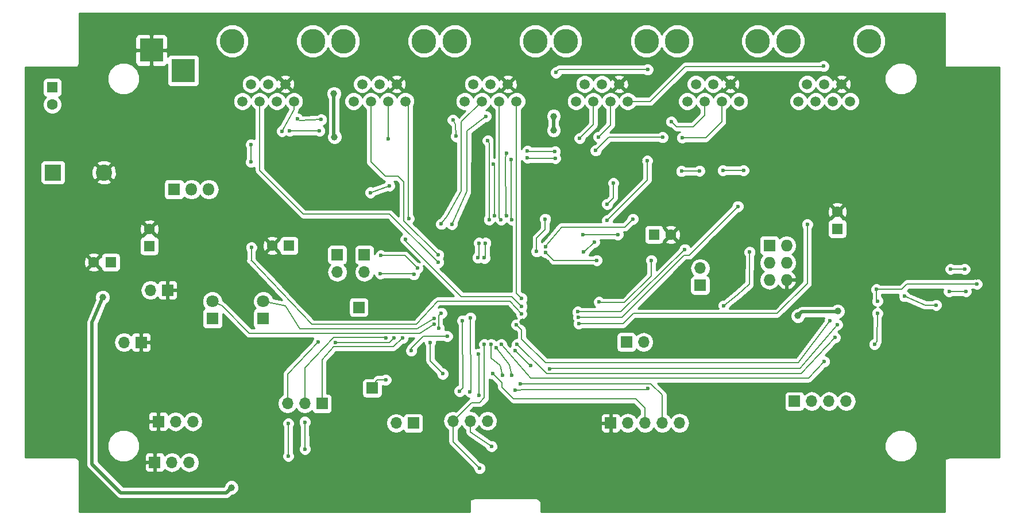
<source format=gbl>
G04 #@! TF.FileFunction,Copper,L2,Bot,Signal*
%FSLAX46Y46*%
G04 Gerber Fmt 4.6, Leading zero omitted, Abs format (unit mm)*
G04 Created by KiCad (PCBNEW 4.0.6) date 02/16/18 16:32:41*
%MOMM*%
%LPD*%
G01*
G04 APERTURE LIST*
%ADD10C,0.100000*%
%ADD11C,3.650000*%
%ADD12R,1.500000X1.500000*%
%ADD13C,1.500000*%
%ADD14R,1.600000X1.600000*%
%ADD15C,1.600000*%
%ADD16R,1.700000X1.700000*%
%ADD17O,1.700000X1.700000*%
%ADD18R,1.727200X1.727200*%
%ADD19O,1.727200X1.727200*%
%ADD20R,1.800000X1.800000*%
%ADD21O,1.800000X1.800000*%
%ADD22R,3.500000X3.500000*%
%ADD23C,1.800000*%
%ADD24R,2.400000X2.400000*%
%ADD25C,2.400000*%
%ADD26C,1.000000*%
%ADD27C,0.600000*%
%ADD28C,0.500000*%
%ADD29C,0.200000*%
%ADD30C,0.254000*%
G04 APERTURE END LIST*
D10*
D11*
X183820000Y-63250000D03*
X195690000Y-63250000D03*
D12*
X194200000Y-69600000D03*
D13*
X192930000Y-72140000D03*
X191660000Y-69600000D03*
X190390000Y-72140000D03*
X189120000Y-69600000D03*
X187850000Y-72140000D03*
X186580000Y-69600000D03*
X185310000Y-72140000D03*
D14*
X75300000Y-70100000D03*
D15*
X75300000Y-72600000D03*
D14*
X89600000Y-93500000D03*
D15*
X89600000Y-91000000D03*
D14*
X83900000Y-95900000D03*
D15*
X81400000Y-95900000D03*
D14*
X164000000Y-91800000D03*
D15*
X166500000Y-91800000D03*
D14*
X110200000Y-93450000D03*
D15*
X107700000Y-93450000D03*
D16*
X142000000Y-119300000D03*
D17*
X139460000Y-119300000D03*
X136920000Y-119300000D03*
X134380000Y-119300000D03*
D16*
X157600000Y-119600000D03*
D17*
X160140000Y-119600000D03*
X162680000Y-119600000D03*
X165220000Y-119600000D03*
X167760000Y-119600000D03*
D18*
X181000000Y-93400000D03*
D19*
X183540000Y-93400000D03*
X181000000Y-95940000D03*
X183540000Y-95940000D03*
X181000000Y-98480000D03*
X183540000Y-98480000D03*
D11*
X167420000Y-63250000D03*
X179290000Y-63250000D03*
D12*
X177800000Y-69600000D03*
D13*
X176530000Y-72140000D03*
X175260000Y-69600000D03*
X173990000Y-72140000D03*
X172720000Y-69600000D03*
X171450000Y-72140000D03*
X170180000Y-69600000D03*
X168910000Y-72140000D03*
D11*
X151020000Y-63250000D03*
X162890000Y-63250000D03*
D12*
X161400000Y-69600000D03*
D13*
X160130000Y-72140000D03*
X158860000Y-69600000D03*
X157590000Y-72140000D03*
X156320000Y-69600000D03*
X155050000Y-72140000D03*
X153780000Y-69600000D03*
X152510000Y-72140000D03*
D11*
X134620000Y-63250000D03*
X146490000Y-63250000D03*
D12*
X145000000Y-69600000D03*
D13*
X143730000Y-72140000D03*
X142460000Y-69600000D03*
X141190000Y-72140000D03*
X139920000Y-69600000D03*
X138650000Y-72140000D03*
X137380000Y-69600000D03*
X136110000Y-72140000D03*
D11*
X118220000Y-63250000D03*
X130090000Y-63250000D03*
D12*
X128600000Y-69600000D03*
D13*
X127330000Y-72140000D03*
X126060000Y-69600000D03*
X124790000Y-72140000D03*
X123520000Y-69600000D03*
X122250000Y-72140000D03*
X120980000Y-69600000D03*
X119710000Y-72140000D03*
D11*
X101820000Y-63250000D03*
X113690000Y-63250000D03*
D12*
X112200000Y-69600000D03*
D13*
X110930000Y-72140000D03*
X109660000Y-69600000D03*
X108390000Y-72140000D03*
X107120000Y-69600000D03*
X105850000Y-72140000D03*
X104580000Y-69600000D03*
X103310000Y-72140000D03*
D20*
X93270000Y-85150000D03*
D21*
X95810000Y-85150000D03*
X98350000Y-85150000D03*
D22*
X94600000Y-67600000D03*
X94600000Y-61600000D03*
X89900000Y-64600000D03*
D16*
X115050000Y-116750000D03*
D17*
X112510000Y-116750000D03*
X109970000Y-116750000D03*
D20*
X106400000Y-104200000D03*
D23*
X106400000Y-101660000D03*
D20*
X98900000Y-104200000D03*
D23*
X98900000Y-101660000D03*
D16*
X90400000Y-125425000D03*
D17*
X92940000Y-125425000D03*
X95480000Y-125425000D03*
D16*
X90925000Y-119400000D03*
D17*
X93465000Y-119400000D03*
X96005000Y-119400000D03*
D14*
X191010000Y-90950000D03*
D15*
X191010000Y-88450000D03*
D16*
X120480000Y-102540000D03*
X122450000Y-114450000D03*
X170800000Y-99300000D03*
D17*
X170800000Y-96760000D03*
D16*
X88400000Y-107700000D03*
D17*
X85860000Y-107700000D03*
D16*
X92300000Y-100000000D03*
D17*
X89760000Y-100000000D03*
D16*
X184700000Y-116400000D03*
D17*
X187240000Y-116400000D03*
X189780000Y-116400000D03*
X192320000Y-116400000D03*
D24*
X75400000Y-82640000D03*
D25*
X82900000Y-82640000D03*
D16*
X117300000Y-94800000D03*
D17*
X117300000Y-97340000D03*
D16*
X159940000Y-107670000D03*
D17*
X162480000Y-107670000D03*
D16*
X128520000Y-119630000D03*
D17*
X125980000Y-119630000D03*
D16*
X121300000Y-94800000D03*
D17*
X121300000Y-97340000D03*
D26*
X149200000Y-74350000D03*
X149200000Y-76400000D03*
X116800000Y-71000000D03*
X116900000Y-77400000D03*
X162800000Y-126300000D03*
X165300000Y-126300000D03*
X167800000Y-126050000D03*
X206550000Y-106550000D03*
X174800000Y-99800000D03*
X176050000Y-95050000D03*
X115800000Y-103300000D03*
X120800000Y-121300000D03*
X203700000Y-106900000D03*
X211300000Y-101400000D03*
X211500000Y-98000000D03*
X137000000Y-92750000D03*
X138350000Y-104850000D03*
X123450000Y-103400000D03*
X125650000Y-117250000D03*
X93700000Y-108100000D03*
X105100000Y-110600000D03*
X167900000Y-96900000D03*
X148200000Y-96000000D03*
X148200000Y-102500000D03*
X161800000Y-80900000D03*
X157900000Y-81000000D03*
X156700000Y-84100000D03*
X160500000Y-84100000D03*
X164400000Y-84000000D03*
X118600000Y-80500000D03*
X115590000Y-79190000D03*
X115600000Y-86900000D03*
X118500000Y-84300000D03*
X115700000Y-83100000D03*
X100000000Y-117700000D03*
X100120000Y-115560000D03*
X99225000Y-116750000D03*
X101050000Y-118200000D03*
X112600000Y-130800000D03*
X97075000Y-112925000D03*
X92100000Y-112900000D03*
X108025000Y-127100000D03*
X144644000Y-104682000D03*
X135650000Y-98340000D03*
X185200000Y-103800000D03*
X191100000Y-103100000D03*
X101700000Y-129150000D03*
X82700000Y-101050000D03*
D27*
X155550000Y-95600000D03*
X148050000Y-94450000D03*
X114500000Y-107660000D03*
X117050000Y-107700000D03*
X125700000Y-107100000D03*
X110100000Y-124494000D03*
X110100000Y-119668000D03*
X124500000Y-107050000D03*
X112550000Y-123460000D03*
X112510000Y-119468000D03*
X126900000Y-107100000D03*
X140000000Y-108000000D03*
X141630000Y-112550000D03*
X143550000Y-114800000D03*
X163050000Y-114550000D03*
X140050000Y-123050000D03*
X138200000Y-115500000D03*
X138100000Y-109400000D03*
X140700000Y-108500000D03*
X143050000Y-112550000D03*
X144300000Y-113800000D03*
X138300000Y-126300000D03*
X139000000Y-108000000D03*
X140200000Y-112300000D03*
X132850000Y-112350000D03*
X131000000Y-107700000D03*
X132300000Y-105650000D03*
X132650000Y-103400000D03*
X163600000Y-95600000D03*
X155900000Y-101750000D03*
X174300000Y-102290000D03*
X178100000Y-94400000D03*
X131580000Y-104170000D03*
X131600000Y-105050000D03*
X168050000Y-82450000D03*
X170700000Y-82400000D03*
X174150000Y-82350000D03*
X177200000Y-82350000D03*
X158000000Y-84200000D03*
X157100000Y-87300000D03*
X114700000Y-76500000D03*
X110300000Y-76500000D03*
X153600000Y-94400000D03*
X155200000Y-92900000D03*
X163000000Y-80900000D03*
X157100000Y-89700000D03*
X152750000Y-103200000D03*
X168550000Y-94000000D03*
X176350000Y-87650000D03*
X152850000Y-104050000D03*
X189000000Y-66950000D03*
X186600000Y-90300000D03*
X152900000Y-104950000D03*
X144500000Y-101250000D03*
X127850000Y-89450000D03*
X127400000Y-92500000D03*
X144500000Y-102400000D03*
X104600000Y-78510000D03*
X109150000Y-76550000D03*
X104600000Y-81100000D03*
X104650000Y-93700000D03*
X144450000Y-103500000D03*
X136850000Y-115000000D03*
X136940000Y-104060000D03*
X139000000Y-95250000D03*
X139150000Y-93050000D03*
X138200000Y-93050000D03*
X138000000Y-95200000D03*
X135780000Y-104510000D03*
X135350000Y-114900000D03*
X123720000Y-94910000D03*
X129140000Y-96760000D03*
X123660000Y-97590000D03*
X128610000Y-97680000D03*
X133500000Y-106800000D03*
X128200000Y-108950000D03*
X125000000Y-84600000D03*
X122200000Y-85600000D03*
X160900000Y-89500000D03*
X148050000Y-93600000D03*
X166550000Y-75150000D03*
X163050000Y-67450000D03*
X149550000Y-67900000D03*
X139200000Y-74350000D03*
X134200000Y-90300000D03*
X146700000Y-94300000D03*
X147950000Y-89500000D03*
X153050000Y-77600000D03*
X132650000Y-90250000D03*
X132200000Y-94800000D03*
X132200000Y-95900000D03*
X153550000Y-91850000D03*
X158650000Y-91800000D03*
X168150000Y-77500000D03*
X165250000Y-77450000D03*
X155400000Y-79400000D03*
X149450000Y-80550000D03*
X145300000Y-80450000D03*
X142950000Y-80750000D03*
X143050000Y-89600000D03*
X155800000Y-77400000D03*
X149400000Y-79550000D03*
X145350000Y-79500000D03*
X142300000Y-79800000D03*
X142300000Y-89050000D03*
X141450000Y-89600000D03*
X140500000Y-89050000D03*
X140350000Y-81450000D03*
X124850000Y-77650000D03*
X139700000Y-89600000D03*
X139500000Y-77950000D03*
X134810000Y-77300000D03*
X134350000Y-74900000D03*
X114930000Y-74840000D03*
X111480000Y-74760000D03*
X211600000Y-99100000D03*
X196920000Y-101610000D03*
X196800000Y-99900000D03*
X196920000Y-103420000D03*
X196500000Y-108000000D03*
X189100000Y-110550000D03*
X141500000Y-108000000D03*
X207700000Y-96900000D03*
X209800000Y-96900000D03*
X210000000Y-100200000D03*
X207500000Y-100200000D03*
X205600000Y-102200000D03*
X200900000Y-100900000D03*
X190700000Y-107000000D03*
X143800000Y-108000000D03*
X189900000Y-104500000D03*
X143700000Y-105100000D03*
X191000000Y-105100000D03*
X148600000Y-111600000D03*
X145800000Y-111100000D03*
X143500000Y-108900000D03*
X124450000Y-113250000D03*
D28*
X149200000Y-74850000D02*
X149200000Y-74350000D01*
X149200000Y-76400000D02*
X149200000Y-74850000D01*
X116800000Y-77300000D02*
X116800000Y-71000000D01*
X116900000Y-77400000D02*
X116800000Y-77300000D01*
X115600000Y-79100000D02*
X115600000Y-79180000D01*
X115600000Y-79180000D02*
X115590000Y-79190000D01*
X100120000Y-115560000D02*
X99895000Y-115560000D01*
X99895000Y-115560000D02*
X99225000Y-116750000D01*
X101050000Y-118200000D02*
X101050000Y-118175000D01*
X185800000Y-103200000D02*
X185200000Y-103800000D01*
X191000000Y-103200000D02*
X185800000Y-103200000D01*
X191100000Y-103100000D02*
X191000000Y-103200000D01*
X100950000Y-129900000D02*
X101700000Y-129150000D01*
X85400000Y-129900000D02*
X100950000Y-129900000D01*
X81150000Y-125650000D02*
X85400000Y-129900000D01*
X81150000Y-104750000D02*
X81150000Y-125650000D01*
X82700000Y-101050000D02*
X81150000Y-104750000D01*
X83900000Y-95900000D02*
X83900000Y-96100000D01*
D29*
X149200000Y-95600000D02*
X155550000Y-95600000D01*
X148050000Y-94450000D02*
X149200000Y-95600000D01*
X109970000Y-112380000D02*
X109970000Y-116750000D01*
X114500000Y-107660000D02*
X109970000Y-112380000D01*
X124950000Y-107700000D02*
X117050000Y-107700000D01*
X125700000Y-107100000D02*
X124950000Y-107700000D01*
X110100000Y-124494000D02*
X110100000Y-119668000D01*
X112510000Y-111440000D02*
X112510000Y-116750000D01*
X116750000Y-107000000D02*
X112510000Y-111440000D01*
X124450000Y-107000000D02*
X116750000Y-107000000D01*
X124500000Y-107050000D02*
X124450000Y-107000000D01*
X112550000Y-123460000D02*
X112510000Y-119468000D01*
X115050000Y-110250000D02*
X115050000Y-116750000D01*
X116750000Y-108350000D02*
X115050000Y-110250000D01*
X125600000Y-108350000D02*
X116750000Y-108350000D01*
X126900000Y-107100000D02*
X125600000Y-108350000D01*
X161650000Y-114700000D02*
X162900000Y-114700000D01*
X140000000Y-108000000D02*
X140000000Y-110050000D01*
X140000000Y-110050000D02*
X141310000Y-111090000D01*
X141310000Y-111090000D02*
X141630000Y-112550000D01*
X143550000Y-114800000D02*
X145100000Y-114700000D01*
X145100000Y-114700000D02*
X161650000Y-114700000D01*
X162900000Y-114700000D02*
X163050000Y-114550000D01*
X136920000Y-119300000D02*
X136920000Y-120920000D01*
X136920000Y-120920000D02*
X140050000Y-123050000D01*
X138200000Y-109500000D02*
X138200000Y-115500000D01*
X138100000Y-109400000D02*
X138200000Y-109500000D01*
X163300000Y-113800000D02*
X163550000Y-113800000D01*
X140700000Y-108500000D02*
X142690000Y-111010000D01*
X142690000Y-111010000D02*
X143050000Y-112550000D01*
X144300000Y-113800000D02*
X145350000Y-113800000D01*
X145350000Y-113800000D02*
X163300000Y-113800000D01*
X165220000Y-115470000D02*
X165220000Y-119600000D01*
X163550000Y-113800000D02*
X165220000Y-115470000D01*
X134380000Y-119300000D02*
X134380000Y-122380000D01*
X134380000Y-122380000D02*
X138300000Y-126300000D01*
X137080000Y-116600000D02*
X134380000Y-119300000D01*
X138300000Y-116600000D02*
X137080000Y-116600000D01*
X139000000Y-115900000D02*
X138300000Y-116600000D01*
X139000000Y-108000000D02*
X139000000Y-115900000D01*
X141600000Y-113700000D02*
X141600000Y-114350000D01*
X141600000Y-113700000D02*
X140200000Y-112300000D01*
X132850000Y-112350000D02*
X131000000Y-110450000D01*
X131000000Y-110450000D02*
X131000000Y-107700000D01*
X132300000Y-105650000D02*
X132250000Y-105600000D01*
X132250000Y-105600000D02*
X132250000Y-103800000D01*
X132250000Y-103800000D02*
X132650000Y-103400000D01*
X162680000Y-117430000D02*
X162680000Y-119600000D01*
X161300000Y-116050000D02*
X162680000Y-117430000D01*
X143300000Y-116050000D02*
X161300000Y-116050000D01*
X141600000Y-114350000D02*
X143300000Y-116050000D01*
X163600000Y-97900000D02*
X163600000Y-95600000D01*
X159650000Y-101850000D02*
X163600000Y-97900000D01*
X156000000Y-101850000D02*
X159650000Y-101850000D01*
X155900000Y-101750000D02*
X156000000Y-101850000D01*
X176260000Y-100720000D02*
X174300000Y-102290000D01*
X178100000Y-94400000D02*
X178060000Y-99120000D01*
X178060000Y-99120000D02*
X176260000Y-100720000D01*
X109660000Y-102360000D02*
X106400000Y-101660000D01*
X111800000Y-105700000D02*
X109660000Y-102360000D01*
X129050000Y-105700000D02*
X111800000Y-105700000D01*
X131580000Y-104170000D02*
X129050000Y-105700000D01*
X100360000Y-102360000D02*
X98900000Y-101660000D01*
X104350000Y-106350000D02*
X100360000Y-102360000D01*
X129500000Y-106350000D02*
X104350000Y-106350000D01*
X131600000Y-105050000D02*
X129500000Y-106350000D01*
X170650000Y-82450000D02*
X168050000Y-82450000D01*
X170700000Y-82400000D02*
X170650000Y-82450000D01*
X177200000Y-82350000D02*
X174150000Y-82350000D01*
X158000000Y-86400000D02*
X158000000Y-84200000D01*
X157100000Y-87300000D02*
X158000000Y-86400000D01*
X110600000Y-76500000D02*
X114700000Y-76500000D01*
X110300000Y-76500000D02*
X110600000Y-76500000D01*
X153700000Y-94400000D02*
X153600000Y-94400000D01*
X155200000Y-92900000D02*
X153700000Y-94400000D01*
X163000000Y-83800000D02*
X163000000Y-80900000D01*
X157100000Y-89700000D02*
X163000000Y-83800000D01*
X159150000Y-103200000D02*
X152750000Y-103200000D01*
X168550000Y-94000000D02*
X159150000Y-103200000D01*
X169150000Y-94850000D02*
X176350000Y-87650000D01*
X168450000Y-94850000D02*
X169150000Y-94850000D01*
X159250000Y-104050000D02*
X168450000Y-94850000D01*
X152850000Y-104050000D02*
X159250000Y-104050000D01*
X163460000Y-72140000D02*
X160130000Y-72140000D01*
X168600000Y-67000000D02*
X163460000Y-72140000D01*
X188950000Y-67000000D02*
X168600000Y-67000000D01*
X189000000Y-66950000D02*
X188950000Y-67000000D01*
X186600000Y-99000000D02*
X186600000Y-90300000D01*
X182150000Y-103450000D02*
X186600000Y-99000000D01*
X160950000Y-103450000D02*
X182150000Y-103450000D01*
X159450000Y-104950000D02*
X160950000Y-103450000D01*
X152900000Y-104950000D02*
X159450000Y-104950000D01*
X143730000Y-72140000D02*
X143730000Y-100480000D01*
X143730000Y-100480000D02*
X144500000Y-101250000D01*
X127800000Y-89400000D02*
X127800000Y-72610000D01*
X127850000Y-89450000D02*
X127800000Y-89400000D01*
X127400000Y-92750000D02*
X127400000Y-92500000D01*
X135600000Y-100970000D02*
X127400000Y-92750000D01*
X143050000Y-100970000D02*
X135600000Y-100970000D01*
X144500000Y-102400000D02*
X143050000Y-100970000D01*
X127800000Y-72610000D02*
X127330000Y-72140000D01*
X104650000Y-95650000D02*
X104650000Y-93700000D01*
X109150000Y-76550000D02*
X110930000Y-73370000D01*
X110930000Y-73370000D02*
X110930000Y-72140000D01*
X104600000Y-81100000D02*
X104600000Y-78510000D01*
X113550000Y-105050000D02*
X104650000Y-95650000D01*
X104650000Y-95650000D02*
X104600000Y-95600000D01*
X128950000Y-105050000D02*
X113550000Y-105050000D01*
X132090000Y-101620000D02*
X128950000Y-105050000D01*
X142790000Y-101620000D02*
X132090000Y-101620000D01*
X144450000Y-103500000D02*
X142790000Y-101620000D01*
X136850000Y-115000000D02*
X137000000Y-114850000D01*
X137000000Y-114850000D02*
X136940000Y-104060000D01*
X139000000Y-95250000D02*
X139150000Y-95100000D01*
X139150000Y-95100000D02*
X139150000Y-93050000D01*
X138200000Y-95000000D02*
X138200000Y-93050000D01*
X138000000Y-95200000D02*
X138200000Y-95000000D01*
X135800000Y-114450000D02*
X135780000Y-104510000D01*
X135350000Y-114900000D02*
X135800000Y-114450000D01*
X127290000Y-94910000D02*
X123720000Y-94910000D01*
X129140000Y-96760000D02*
X127290000Y-94910000D01*
X128520000Y-97590000D02*
X123660000Y-97590000D01*
X128610000Y-97680000D02*
X128520000Y-97590000D01*
X133500000Y-106800000D02*
X129950000Y-106800000D01*
X128200000Y-108550000D02*
X128200000Y-108950000D01*
X129950000Y-106800000D02*
X128200000Y-108550000D01*
X122200000Y-85600000D02*
X125000000Y-84600000D01*
X160900000Y-89500000D02*
X159700000Y-90700000D01*
X159700000Y-90700000D02*
X150350000Y-90700000D01*
X150350000Y-90700000D02*
X148050000Y-93550000D01*
X148050000Y-93550000D02*
X148050000Y-93600000D01*
X171450000Y-74200000D02*
X171450000Y-72140000D01*
X169750000Y-75900000D02*
X171450000Y-74200000D01*
X167300000Y-75900000D02*
X169750000Y-75900000D01*
X166550000Y-75150000D02*
X167300000Y-75900000D01*
X150000000Y-67450000D02*
X163050000Y-67450000D01*
X149550000Y-67900000D02*
X150000000Y-67450000D01*
X136410000Y-76490000D02*
X139200000Y-74350000D01*
X136400000Y-85400000D02*
X136410000Y-76490000D01*
X134200000Y-90300000D02*
X136400000Y-85400000D01*
X155050000Y-72140000D02*
X155050000Y-75600000D01*
X146700000Y-92350000D02*
X146700000Y-94300000D01*
X147950000Y-91100000D02*
X146700000Y-92350000D01*
X147950000Y-89500000D02*
X147950000Y-91100000D01*
X155050000Y-75600000D02*
X153050000Y-77600000D01*
X138650000Y-72140000D02*
X138650000Y-72150000D01*
X138650000Y-72150000D02*
X135580000Y-75170000D01*
X135580000Y-75170000D02*
X135580000Y-85370000D01*
X135580000Y-85370000D02*
X133500000Y-89050000D01*
X133500000Y-89050000D02*
X132650000Y-90250000D01*
X122250000Y-72140000D02*
X122250000Y-81050000D01*
X127100000Y-89800000D02*
X132200000Y-94800000D01*
X127100000Y-84000000D02*
X127100000Y-89800000D01*
X126300000Y-83200000D02*
X127100000Y-84000000D01*
X124400000Y-83200000D02*
X126300000Y-83200000D01*
X122250000Y-81050000D02*
X124400000Y-83200000D01*
X105850000Y-82350000D02*
X105850000Y-72140000D01*
X112300000Y-88800000D02*
X105850000Y-82350000D01*
X125000000Y-88800000D02*
X112300000Y-88800000D01*
X132200000Y-95900000D02*
X125000000Y-88800000D01*
X158600000Y-91850000D02*
X153550000Y-91850000D01*
X158650000Y-91800000D02*
X158600000Y-91850000D01*
X173990000Y-75160000D02*
X173990000Y-72140000D01*
X171650000Y-77500000D02*
X173990000Y-75160000D01*
X168150000Y-77500000D02*
X171650000Y-77500000D01*
X157350000Y-77450000D02*
X165250000Y-77450000D01*
X155400000Y-79400000D02*
X157350000Y-77450000D01*
X145400000Y-80550000D02*
X149450000Y-80550000D01*
X145300000Y-80450000D02*
X145400000Y-80550000D01*
X142950000Y-89500000D02*
X142950000Y-80750000D01*
X143050000Y-89600000D02*
X142950000Y-89500000D01*
X157590000Y-75610000D02*
X157590000Y-72140000D01*
X155800000Y-77400000D02*
X157590000Y-75610000D01*
X145400000Y-79550000D02*
X149400000Y-79550000D01*
X145350000Y-79500000D02*
X145400000Y-79550000D01*
X142100000Y-80450000D02*
X142300000Y-79800000D01*
X142150000Y-88900000D02*
X142100000Y-80450000D01*
X142200000Y-89050000D02*
X142050000Y-88900000D01*
X141190000Y-72140000D02*
X141190000Y-89340000D01*
X141190000Y-89340000D02*
X141450000Y-89600000D01*
X124790000Y-72140000D02*
X124790000Y-77590000D01*
X140500000Y-81600000D02*
X140500000Y-89050000D01*
X140350000Y-81450000D02*
X140500000Y-81600000D01*
X124790000Y-77590000D02*
X124850000Y-77650000D01*
X139700000Y-78350000D02*
X139700000Y-89600000D01*
X139500000Y-77950000D02*
X139700000Y-78350000D01*
X134760000Y-75550000D02*
X134810000Y-77300000D01*
X134350000Y-74900000D02*
X134760000Y-75550000D01*
X111680000Y-74960000D02*
X114930000Y-74840000D01*
X111360000Y-74700000D02*
X111560000Y-74900000D01*
X196800000Y-99900000D02*
X200500000Y-99900000D01*
X201300000Y-99100000D02*
X211600000Y-99100000D01*
X200500000Y-99900000D02*
X201300000Y-99100000D01*
X196920000Y-101610000D02*
X196820000Y-101510000D01*
X196820000Y-101510000D02*
X196800000Y-99900000D01*
X196900000Y-107600000D02*
X196920000Y-103420000D01*
X196500000Y-108000000D02*
X196900000Y-107600000D01*
X189100000Y-110550000D02*
X186800000Y-113000000D01*
X186800000Y-113000000D02*
X145800000Y-113000000D01*
X145800000Y-113000000D02*
X141500000Y-108000000D01*
X209800000Y-96900000D02*
X207700000Y-96900000D01*
X207500000Y-100200000D02*
X210000000Y-100200000D01*
X204000000Y-102200000D02*
X205600000Y-102200000D01*
X200900000Y-100900000D02*
X204000000Y-102200000D01*
X185700000Y-112300000D02*
X190700000Y-107000000D01*
X148200000Y-112300000D02*
X185700000Y-112300000D01*
X143800000Y-108000000D02*
X148200000Y-112300000D01*
X185300000Y-110700000D02*
X189900000Y-104500000D01*
X149900000Y-110700000D02*
X185300000Y-110700000D01*
X149100000Y-110700000D02*
X149900000Y-110700000D01*
X148000000Y-110700000D02*
X149100000Y-110700000D01*
X144500000Y-107200000D02*
X148000000Y-110700000D01*
X144500000Y-105900000D02*
X144500000Y-107200000D01*
X143700000Y-105100000D02*
X144500000Y-105900000D01*
X191000000Y-105100000D02*
X191000000Y-105100000D01*
X185500000Y-111550000D02*
X191000000Y-105100000D01*
X148900000Y-111550000D02*
X185500000Y-111550000D01*
X148600000Y-111600000D02*
X148900000Y-111550000D01*
X145700000Y-111100000D02*
X145800000Y-111100000D01*
X143500000Y-108900000D02*
X145700000Y-111100000D01*
X122450000Y-114450000D02*
X122450000Y-114050000D01*
X122450000Y-114050000D02*
X123250000Y-113250000D01*
X123250000Y-113250000D02*
X124450000Y-113250000D01*
D30*
G36*
X206873000Y-67000000D02*
X206883006Y-67049410D01*
X206911447Y-67091035D01*
X206953841Y-67118315D01*
X207000000Y-67127000D01*
X214873000Y-67127000D01*
X214873000Y-124690000D01*
X207600000Y-124690000D01*
X207328295Y-124744046D01*
X207135301Y-124873000D01*
X207000000Y-124873000D01*
X206950590Y-124883006D01*
X206908965Y-124911447D01*
X206881685Y-124953841D01*
X206873000Y-125000000D01*
X206873000Y-132690000D01*
X147310000Y-132690000D01*
X147310000Y-131400000D01*
X147255954Y-131128295D01*
X147102046Y-130897954D01*
X146871705Y-130744046D01*
X146600000Y-130690000D01*
X137600000Y-130690000D01*
X137328295Y-130744046D01*
X137135301Y-130873000D01*
X137000000Y-130873000D01*
X136950590Y-130883006D01*
X136908965Y-130911447D01*
X136881685Y-130953841D01*
X136873000Y-131000000D01*
X136873000Y-132690000D01*
X79310000Y-132690000D01*
X79310000Y-125650000D01*
X80264999Y-125650000D01*
X80315135Y-125902046D01*
X80332367Y-125988675D01*
X80416663Y-126114833D01*
X80524210Y-126275790D01*
X84774208Y-130525787D01*
X84774210Y-130525790D01*
X85061325Y-130717633D01*
X85117516Y-130728810D01*
X85400000Y-130785001D01*
X85400005Y-130785000D01*
X100949995Y-130785000D01*
X100950000Y-130785001D01*
X101232484Y-130728810D01*
X101288675Y-130717633D01*
X101575790Y-130525790D01*
X101816477Y-130285103D01*
X101924775Y-130285197D01*
X102342086Y-130112767D01*
X102661645Y-129793765D01*
X102834803Y-129376756D01*
X102835197Y-128925225D01*
X102662767Y-128507914D01*
X102343765Y-128188355D01*
X101926756Y-128015197D01*
X101475225Y-128014803D01*
X101057914Y-128187233D01*
X100738355Y-128506235D01*
X100565197Y-128923244D01*
X100565117Y-129015000D01*
X85766579Y-129015000D01*
X82462330Y-125710750D01*
X88915000Y-125710750D01*
X88915000Y-126401309D01*
X89011673Y-126634698D01*
X89190301Y-126813327D01*
X89423690Y-126910000D01*
X90114250Y-126910000D01*
X90273000Y-126751250D01*
X90273000Y-125552000D01*
X89073750Y-125552000D01*
X88915000Y-125710750D01*
X82462330Y-125710750D01*
X82035000Y-125283420D01*
X82035000Y-123472325D01*
X83414587Y-123472325D01*
X83776916Y-124349229D01*
X84447242Y-125020726D01*
X85323513Y-125384585D01*
X86272325Y-125385413D01*
X87149229Y-125023084D01*
X87724625Y-124448691D01*
X88915000Y-124448691D01*
X88915000Y-125139250D01*
X89073750Y-125298000D01*
X90273000Y-125298000D01*
X90273000Y-124098750D01*
X90527000Y-124098750D01*
X90527000Y-125298000D01*
X90547000Y-125298000D01*
X90547000Y-125552000D01*
X90527000Y-125552000D01*
X90527000Y-126751250D01*
X90685750Y-126910000D01*
X91376310Y-126910000D01*
X91609699Y-126813327D01*
X91788327Y-126634698D01*
X91860597Y-126460223D01*
X91889946Y-126504147D01*
X92371715Y-126826054D01*
X92940000Y-126939093D01*
X93508285Y-126826054D01*
X93990054Y-126504147D01*
X94210000Y-126174974D01*
X94429946Y-126504147D01*
X94911715Y-126826054D01*
X95480000Y-126939093D01*
X96048285Y-126826054D01*
X96530054Y-126504147D01*
X96851961Y-126022378D01*
X96965000Y-125454093D01*
X96965000Y-125395907D01*
X96851961Y-124827622D01*
X96530054Y-124345853D01*
X96048285Y-124023946D01*
X95480000Y-123910907D01*
X94911715Y-124023946D01*
X94429946Y-124345853D01*
X94210000Y-124675026D01*
X93990054Y-124345853D01*
X93508285Y-124023946D01*
X92940000Y-123910907D01*
X92371715Y-124023946D01*
X91889946Y-124345853D01*
X91860597Y-124389777D01*
X91788327Y-124215302D01*
X91609699Y-124036673D01*
X91376310Y-123940000D01*
X90685750Y-123940000D01*
X90527000Y-124098750D01*
X90273000Y-124098750D01*
X90114250Y-123940000D01*
X89423690Y-123940000D01*
X89190301Y-124036673D01*
X89011673Y-124215302D01*
X88915000Y-124448691D01*
X87724625Y-124448691D01*
X87820726Y-124352758D01*
X88184585Y-123476487D01*
X88185413Y-122527675D01*
X87823084Y-121650771D01*
X87152758Y-120979274D01*
X86276487Y-120615415D01*
X85327675Y-120614587D01*
X84450771Y-120976916D01*
X83779274Y-121647242D01*
X83415415Y-122523513D01*
X83414587Y-123472325D01*
X82035000Y-123472325D01*
X82035000Y-119685750D01*
X89440000Y-119685750D01*
X89440000Y-120376309D01*
X89536673Y-120609698D01*
X89715301Y-120788327D01*
X89948690Y-120885000D01*
X90639250Y-120885000D01*
X90798000Y-120726250D01*
X90798000Y-119527000D01*
X89598750Y-119527000D01*
X89440000Y-119685750D01*
X82035000Y-119685750D01*
X82035000Y-118423691D01*
X89440000Y-118423691D01*
X89440000Y-119114250D01*
X89598750Y-119273000D01*
X90798000Y-119273000D01*
X90798000Y-118073750D01*
X91052000Y-118073750D01*
X91052000Y-119273000D01*
X91072000Y-119273000D01*
X91072000Y-119527000D01*
X91052000Y-119527000D01*
X91052000Y-120726250D01*
X91210750Y-120885000D01*
X91901310Y-120885000D01*
X92134699Y-120788327D01*
X92313327Y-120609698D01*
X92385597Y-120435223D01*
X92414946Y-120479147D01*
X92896715Y-120801054D01*
X93465000Y-120914093D01*
X94033285Y-120801054D01*
X94515054Y-120479147D01*
X94735000Y-120149974D01*
X94954946Y-120479147D01*
X95436715Y-120801054D01*
X96005000Y-120914093D01*
X96573285Y-120801054D01*
X97055054Y-120479147D01*
X97376961Y-119997378D01*
X97405646Y-119853167D01*
X109164838Y-119853167D01*
X109306883Y-120196943D01*
X109365000Y-120255162D01*
X109365000Y-123906581D01*
X109307808Y-123963673D01*
X109165162Y-124307201D01*
X109164838Y-124679167D01*
X109306883Y-125022943D01*
X109569673Y-125286192D01*
X109913201Y-125428838D01*
X110285167Y-125429162D01*
X110628943Y-125287117D01*
X110892192Y-125024327D01*
X111034838Y-124680799D01*
X111035162Y-124308833D01*
X110893117Y-123965057D01*
X110835000Y-123906838D01*
X110835000Y-120255419D01*
X110892192Y-120198327D01*
X111034838Y-119854799D01*
X111035013Y-119653167D01*
X111574838Y-119653167D01*
X111716883Y-119996943D01*
X111780906Y-120061078D01*
X111809136Y-122878435D01*
X111757808Y-122929673D01*
X111615162Y-123273201D01*
X111614838Y-123645167D01*
X111756883Y-123988943D01*
X112019673Y-124252192D01*
X112363201Y-124394838D01*
X112735167Y-124395162D01*
X113078943Y-124253117D01*
X113342192Y-123990327D01*
X113484838Y-123646799D01*
X113485162Y-123274833D01*
X113343117Y-122931057D01*
X113279094Y-122866922D01*
X113250864Y-120049565D01*
X113302192Y-119998327D01*
X113444838Y-119654799D01*
X113444884Y-119600907D01*
X124495000Y-119600907D01*
X124495000Y-119659093D01*
X124608039Y-120227378D01*
X124929946Y-120709147D01*
X125411715Y-121031054D01*
X125980000Y-121144093D01*
X126548285Y-121031054D01*
X127030054Y-120709147D01*
X127057850Y-120667548D01*
X127066838Y-120715317D01*
X127205910Y-120931441D01*
X127418110Y-121076431D01*
X127670000Y-121127440D01*
X129370000Y-121127440D01*
X129605317Y-121083162D01*
X129821441Y-120944090D01*
X129966431Y-120731890D01*
X130017440Y-120480000D01*
X130017440Y-118780000D01*
X129973162Y-118544683D01*
X129834090Y-118328559D01*
X129621890Y-118183569D01*
X129370000Y-118132560D01*
X127670000Y-118132560D01*
X127434683Y-118176838D01*
X127218559Y-118315910D01*
X127073569Y-118528110D01*
X127059914Y-118595541D01*
X127030054Y-118550853D01*
X126548285Y-118228946D01*
X125980000Y-118115907D01*
X125411715Y-118228946D01*
X124929946Y-118550853D01*
X124608039Y-119032622D01*
X124495000Y-119600907D01*
X113444884Y-119600907D01*
X113445162Y-119282833D01*
X113303117Y-118939057D01*
X113040327Y-118675808D01*
X112696799Y-118533162D01*
X112324833Y-118532838D01*
X111981057Y-118674883D01*
X111717808Y-118937673D01*
X111575162Y-119281201D01*
X111574838Y-119653167D01*
X111035013Y-119653167D01*
X111035162Y-119482833D01*
X110893117Y-119139057D01*
X110630327Y-118875808D01*
X110286799Y-118733162D01*
X109914833Y-118732838D01*
X109571057Y-118874883D01*
X109307808Y-119137673D01*
X109165162Y-119481201D01*
X109164838Y-119853167D01*
X97405646Y-119853167D01*
X97490000Y-119429093D01*
X97490000Y-119370907D01*
X97376961Y-118802622D01*
X97055054Y-118320853D01*
X96573285Y-117998946D01*
X96005000Y-117885907D01*
X95436715Y-117998946D01*
X94954946Y-118320853D01*
X94735000Y-118650026D01*
X94515054Y-118320853D01*
X94033285Y-117998946D01*
X93465000Y-117885907D01*
X92896715Y-117998946D01*
X92414946Y-118320853D01*
X92385597Y-118364777D01*
X92313327Y-118190302D01*
X92134699Y-118011673D01*
X91901310Y-117915000D01*
X91210750Y-117915000D01*
X91052000Y-118073750D01*
X90798000Y-118073750D01*
X90639250Y-117915000D01*
X89948690Y-117915000D01*
X89715301Y-118011673D01*
X89536673Y-118190302D01*
X89440000Y-118423691D01*
X82035000Y-118423691D01*
X82035000Y-107670907D01*
X84375000Y-107670907D01*
X84375000Y-107729093D01*
X84488039Y-108297378D01*
X84809946Y-108779147D01*
X85291715Y-109101054D01*
X85860000Y-109214093D01*
X86428285Y-109101054D01*
X86910054Y-108779147D01*
X86939403Y-108735223D01*
X87011673Y-108909698D01*
X87190301Y-109088327D01*
X87423690Y-109185000D01*
X88114250Y-109185000D01*
X88273000Y-109026250D01*
X88273000Y-107827000D01*
X88527000Y-107827000D01*
X88527000Y-109026250D01*
X88685750Y-109185000D01*
X89376310Y-109185000D01*
X89609699Y-109088327D01*
X89788327Y-108909698D01*
X89885000Y-108676309D01*
X89885000Y-107985750D01*
X89726250Y-107827000D01*
X88527000Y-107827000D01*
X88273000Y-107827000D01*
X88253000Y-107827000D01*
X88253000Y-107573000D01*
X88273000Y-107573000D01*
X88273000Y-106373750D01*
X88527000Y-106373750D01*
X88527000Y-107573000D01*
X89726250Y-107573000D01*
X89885000Y-107414250D01*
X89885000Y-106723691D01*
X89788327Y-106490302D01*
X89609699Y-106311673D01*
X89376310Y-106215000D01*
X88685750Y-106215000D01*
X88527000Y-106373750D01*
X88273000Y-106373750D01*
X88114250Y-106215000D01*
X87423690Y-106215000D01*
X87190301Y-106311673D01*
X87011673Y-106490302D01*
X86939403Y-106664777D01*
X86910054Y-106620853D01*
X86428285Y-106298946D01*
X85860000Y-106185907D01*
X85291715Y-106298946D01*
X84809946Y-106620853D01*
X84488039Y-107102622D01*
X84375000Y-107670907D01*
X82035000Y-107670907D01*
X82035000Y-104927882D01*
X82716950Y-103300000D01*
X97352560Y-103300000D01*
X97352560Y-105100000D01*
X97396838Y-105335317D01*
X97535910Y-105551441D01*
X97748110Y-105696431D01*
X98000000Y-105747440D01*
X99800000Y-105747440D01*
X100035317Y-105703162D01*
X100251441Y-105564090D01*
X100396431Y-105351890D01*
X100447440Y-105100000D01*
X100447440Y-103486886D01*
X103830276Y-106869723D01*
X104068728Y-107029051D01*
X104350000Y-107085000D01*
X113752559Y-107085000D01*
X113707808Y-107129673D01*
X113565162Y-107473201D01*
X113565075Y-107572669D01*
X109439713Y-111871059D01*
X109366487Y-111985678D01*
X109290949Y-112098728D01*
X109289451Y-112106260D01*
X109285316Y-112112732D01*
X109261535Y-112246602D01*
X109235000Y-112380000D01*
X109235000Y-115460341D01*
X108919946Y-115670853D01*
X108598039Y-116152622D01*
X108485000Y-116720907D01*
X108485000Y-116779093D01*
X108598039Y-117347378D01*
X108919946Y-117829147D01*
X109401715Y-118151054D01*
X109970000Y-118264093D01*
X110538285Y-118151054D01*
X111020054Y-117829147D01*
X111240000Y-117499974D01*
X111459946Y-117829147D01*
X111941715Y-118151054D01*
X112510000Y-118264093D01*
X113078285Y-118151054D01*
X113560054Y-117829147D01*
X113587850Y-117787548D01*
X113596838Y-117835317D01*
X113735910Y-118051441D01*
X113948110Y-118196431D01*
X114200000Y-118247440D01*
X115900000Y-118247440D01*
X116135317Y-118203162D01*
X116351441Y-118064090D01*
X116496431Y-117851890D01*
X116547440Y-117600000D01*
X116547440Y-115900000D01*
X116503162Y-115664683D01*
X116364090Y-115448559D01*
X116151890Y-115303569D01*
X115900000Y-115252560D01*
X115785000Y-115252560D01*
X115785000Y-113600000D01*
X120952560Y-113600000D01*
X120952560Y-115300000D01*
X120996838Y-115535317D01*
X121135910Y-115751441D01*
X121348110Y-115896431D01*
X121600000Y-115947440D01*
X123300000Y-115947440D01*
X123535317Y-115903162D01*
X123751441Y-115764090D01*
X123896431Y-115551890D01*
X123947440Y-115300000D01*
X123947440Y-114053722D01*
X124263201Y-114184838D01*
X124635167Y-114185162D01*
X124978943Y-114043117D01*
X125242192Y-113780327D01*
X125384838Y-113436799D01*
X125385162Y-113064833D01*
X125243117Y-112721057D01*
X124980327Y-112457808D01*
X124636799Y-112315162D01*
X124264833Y-112314838D01*
X123921057Y-112456883D01*
X123862838Y-112515000D01*
X123250000Y-112515000D01*
X122968728Y-112570949D01*
X122730277Y-112730276D01*
X122507993Y-112952560D01*
X121600000Y-112952560D01*
X121364683Y-112996838D01*
X121148559Y-113135910D01*
X121003569Y-113348110D01*
X120952560Y-113600000D01*
X115785000Y-113600000D01*
X115785000Y-110530817D01*
X117078626Y-109085000D01*
X125600000Y-109085000D01*
X125733738Y-109058398D01*
X125867906Y-109034434D01*
X125874080Y-109030482D01*
X125881272Y-109029051D01*
X125994619Y-108953315D01*
X126109435Y-108879812D01*
X126987959Y-108035077D01*
X127085167Y-108035162D01*
X127428943Y-107893117D01*
X127692192Y-107630327D01*
X127834838Y-107286799D01*
X127835014Y-107085000D01*
X128625553Y-107085000D01*
X127680277Y-108030277D01*
X127520949Y-108268728D01*
X127511517Y-108316145D01*
X127407808Y-108419673D01*
X127265162Y-108763201D01*
X127264838Y-109135167D01*
X127406883Y-109478943D01*
X127669673Y-109742192D01*
X128013201Y-109884838D01*
X128385167Y-109885162D01*
X128728943Y-109743117D01*
X128992192Y-109480327D01*
X129134838Y-109136799D01*
X129135162Y-108764833D01*
X129102840Y-108686607D01*
X130064978Y-107724469D01*
X130064838Y-107885167D01*
X130206883Y-108228943D01*
X130265000Y-108287162D01*
X130265000Y-110450000D01*
X130292039Y-110585931D01*
X130317259Y-110722194D01*
X130319976Y-110726380D01*
X130320949Y-110731272D01*
X130397929Y-110846480D01*
X130473394Y-110962748D01*
X131914918Y-112443232D01*
X131914838Y-112535167D01*
X132056883Y-112878943D01*
X132319673Y-113142192D01*
X132663201Y-113284838D01*
X133035167Y-113285162D01*
X133378943Y-113143117D01*
X133642192Y-112880327D01*
X133784838Y-112536799D01*
X133785162Y-112164833D01*
X133643117Y-111821057D01*
X133380327Y-111557808D01*
X133036799Y-111415162D01*
X132965563Y-111415100D01*
X131735000Y-110151278D01*
X131735000Y-108287419D01*
X131792192Y-108230327D01*
X131934838Y-107886799D01*
X131935144Y-107535000D01*
X132912581Y-107535000D01*
X132969673Y-107592192D01*
X133313201Y-107734838D01*
X133685167Y-107735162D01*
X134028943Y-107593117D01*
X134292192Y-107330327D01*
X134434838Y-106986799D01*
X134435162Y-106614833D01*
X134293117Y-106271057D01*
X134030327Y-106007808D01*
X133686799Y-105865162D01*
X133314833Y-105864838D01*
X133204216Y-105910544D01*
X133234838Y-105836799D01*
X133235162Y-105464833D01*
X133093117Y-105121057D01*
X132985000Y-105012751D01*
X132985000Y-104273252D01*
X133178943Y-104193117D01*
X133442192Y-103930327D01*
X133584838Y-103586799D01*
X133585162Y-103214833D01*
X133443117Y-102871057D01*
X133180327Y-102607808D01*
X132836799Y-102465162D01*
X132464833Y-102464838D01*
X132220734Y-102565697D01*
X132413618Y-102355000D01*
X142458473Y-102355000D01*
X143514954Y-103551498D01*
X143514838Y-103685167D01*
X143656883Y-104028943D01*
X143792783Y-104165080D01*
X143514833Y-104164838D01*
X143171057Y-104306883D01*
X142907808Y-104569673D01*
X142765162Y-104913201D01*
X142764838Y-105285167D01*
X142906883Y-105628943D01*
X143169673Y-105892192D01*
X143513201Y-106034838D01*
X143595463Y-106034910D01*
X143765000Y-106204447D01*
X143765000Y-107064969D01*
X143614833Y-107064838D01*
X143271057Y-107206883D01*
X143007808Y-107469673D01*
X142865162Y-107813201D01*
X142864838Y-108185167D01*
X142872956Y-108204813D01*
X142750601Y-108326955D01*
X142435036Y-107960018D01*
X142435162Y-107814833D01*
X142293117Y-107471057D01*
X142030327Y-107207808D01*
X141686799Y-107065162D01*
X141314833Y-107064838D01*
X140971057Y-107206883D01*
X140749845Y-107427709D01*
X140530327Y-107207808D01*
X140186799Y-107065162D01*
X139814833Y-107064838D01*
X139499649Y-107195069D01*
X139186799Y-107065162D01*
X138814833Y-107064838D01*
X138471057Y-107206883D01*
X138207808Y-107469673D01*
X138065162Y-107813201D01*
X138064838Y-108185167D01*
X138180491Y-108465069D01*
X137914833Y-108464838D01*
X137699999Y-108553605D01*
X137678260Y-104644165D01*
X137732192Y-104590327D01*
X137874838Y-104246799D01*
X137875162Y-103874833D01*
X137733117Y-103531057D01*
X137470327Y-103267808D01*
X137126799Y-103125162D01*
X136754833Y-103124838D01*
X136411057Y-103266883D01*
X136147808Y-103529673D01*
X136105077Y-103632580D01*
X135966799Y-103575162D01*
X135594833Y-103574838D01*
X135251057Y-103716883D01*
X134987808Y-103979673D01*
X134845162Y-104323201D01*
X134844838Y-104695167D01*
X134986883Y-105038943D01*
X135046182Y-105098345D01*
X135064106Y-114006458D01*
X134821057Y-114106883D01*
X134557808Y-114369673D01*
X134415162Y-114713201D01*
X134414838Y-115085167D01*
X134556883Y-115428943D01*
X134819673Y-115692192D01*
X135163201Y-115834838D01*
X135535167Y-115835162D01*
X135878943Y-115693117D01*
X136052947Y-115519417D01*
X136056883Y-115528943D01*
X136319673Y-115792192D01*
X136663201Y-115934838D01*
X136777792Y-115934938D01*
X136560277Y-116080276D01*
X134775898Y-117864656D01*
X134380000Y-117785907D01*
X133811715Y-117898946D01*
X133329946Y-118220853D01*
X133008039Y-118702622D01*
X132895000Y-119270907D01*
X132895000Y-119329093D01*
X133008039Y-119897378D01*
X133329946Y-120379147D01*
X133645000Y-120589659D01*
X133645000Y-122380000D01*
X133673875Y-122525162D01*
X133700949Y-122661272D01*
X133860277Y-122899723D01*
X137364908Y-126404355D01*
X137364838Y-126485167D01*
X137506883Y-126828943D01*
X137769673Y-127092192D01*
X138113201Y-127234838D01*
X138485167Y-127235162D01*
X138828943Y-127093117D01*
X139092192Y-126830327D01*
X139234838Y-126486799D01*
X139235162Y-126114833D01*
X139093117Y-125771057D01*
X138830327Y-125507808D01*
X138486799Y-125365162D01*
X138404537Y-125365090D01*
X135115000Y-122075554D01*
X135115000Y-120589659D01*
X135430054Y-120379147D01*
X135650000Y-120049974D01*
X135869946Y-120379147D01*
X136185000Y-120589659D01*
X136185000Y-120920000D01*
X136198521Y-120987976D01*
X136197934Y-121057275D01*
X136226224Y-121127245D01*
X136240949Y-121201272D01*
X136279454Y-121258898D01*
X136305431Y-121323148D01*
X136358345Y-121376967D01*
X136400277Y-121439723D01*
X136457900Y-121478225D01*
X136506490Y-121527647D01*
X139153632Y-123329057D01*
X139256883Y-123578943D01*
X139519673Y-123842192D01*
X139863201Y-123984838D01*
X140235167Y-123985162D01*
X140578943Y-123843117D01*
X140842192Y-123580327D01*
X140887038Y-123472325D01*
X198014587Y-123472325D01*
X198376916Y-124349229D01*
X199047242Y-125020726D01*
X199923513Y-125384585D01*
X200872325Y-125385413D01*
X201749229Y-125023084D01*
X202420726Y-124352758D01*
X202784585Y-123476487D01*
X202785413Y-122527675D01*
X202423084Y-121650771D01*
X201752758Y-120979274D01*
X200876487Y-120615415D01*
X199927675Y-120614587D01*
X199050771Y-120976916D01*
X198379274Y-121647242D01*
X198015415Y-122523513D01*
X198014587Y-123472325D01*
X140887038Y-123472325D01*
X140984838Y-123236799D01*
X140985162Y-122864833D01*
X140843117Y-122521057D01*
X140580327Y-122257808D01*
X140236799Y-122115162D01*
X139982382Y-122114940D01*
X137698396Y-120560662D01*
X137970054Y-120379147D01*
X138190000Y-120049974D01*
X138409946Y-120379147D01*
X138891715Y-120701054D01*
X139460000Y-120814093D01*
X140028285Y-120701054D01*
X140510054Y-120379147D01*
X140831961Y-119897378D01*
X140834273Y-119885750D01*
X156115000Y-119885750D01*
X156115000Y-120576309D01*
X156211673Y-120809698D01*
X156390301Y-120988327D01*
X156623690Y-121085000D01*
X157314250Y-121085000D01*
X157473000Y-120926250D01*
X157473000Y-119727000D01*
X156273750Y-119727000D01*
X156115000Y-119885750D01*
X140834273Y-119885750D01*
X140945000Y-119329093D01*
X140945000Y-119270907D01*
X140831961Y-118702622D01*
X140779222Y-118623691D01*
X156115000Y-118623691D01*
X156115000Y-119314250D01*
X156273750Y-119473000D01*
X157473000Y-119473000D01*
X157473000Y-118273750D01*
X157314250Y-118115000D01*
X156623690Y-118115000D01*
X156390301Y-118211673D01*
X156211673Y-118390302D01*
X156115000Y-118623691D01*
X140779222Y-118623691D01*
X140510054Y-118220853D01*
X140028285Y-117898946D01*
X139460000Y-117785907D01*
X138891715Y-117898946D01*
X138409946Y-118220853D01*
X138190000Y-118550026D01*
X137970054Y-118220853D01*
X137488285Y-117898946D01*
X136931293Y-117788153D01*
X137384447Y-117335000D01*
X138300000Y-117335000D01*
X138581272Y-117279051D01*
X138819723Y-117119723D01*
X139519723Y-116419724D01*
X139679051Y-116181273D01*
X139699140Y-116080277D01*
X139735000Y-115900000D01*
X139735000Y-113119318D01*
X140013201Y-113234838D01*
X140095464Y-113234910D01*
X140865000Y-114004446D01*
X140865000Y-114350000D01*
X140917354Y-114613201D01*
X140920949Y-114631272D01*
X141080277Y-114869723D01*
X142780276Y-116569723D01*
X142967767Y-116695000D01*
X143018728Y-116729051D01*
X143300000Y-116785000D01*
X160995554Y-116785000D01*
X161945000Y-117734447D01*
X161945000Y-118310341D01*
X161629946Y-118520853D01*
X161410000Y-118850026D01*
X161190054Y-118520853D01*
X160708285Y-118198946D01*
X160140000Y-118085907D01*
X159571715Y-118198946D01*
X159089946Y-118520853D01*
X159060597Y-118564777D01*
X158988327Y-118390302D01*
X158809699Y-118211673D01*
X158576310Y-118115000D01*
X157885750Y-118115000D01*
X157727000Y-118273750D01*
X157727000Y-119473000D01*
X157747000Y-119473000D01*
X157747000Y-119727000D01*
X157727000Y-119727000D01*
X157727000Y-120926250D01*
X157885750Y-121085000D01*
X158576310Y-121085000D01*
X158809699Y-120988327D01*
X158988327Y-120809698D01*
X159060597Y-120635223D01*
X159089946Y-120679147D01*
X159571715Y-121001054D01*
X160140000Y-121114093D01*
X160708285Y-121001054D01*
X161190054Y-120679147D01*
X161410000Y-120349974D01*
X161629946Y-120679147D01*
X162111715Y-121001054D01*
X162680000Y-121114093D01*
X163248285Y-121001054D01*
X163730054Y-120679147D01*
X163950000Y-120349974D01*
X164169946Y-120679147D01*
X164651715Y-121001054D01*
X165220000Y-121114093D01*
X165788285Y-121001054D01*
X166270054Y-120679147D01*
X166490000Y-120349974D01*
X166709946Y-120679147D01*
X167191715Y-121001054D01*
X167760000Y-121114093D01*
X168328285Y-121001054D01*
X168810054Y-120679147D01*
X169131961Y-120197378D01*
X169245000Y-119629093D01*
X169245000Y-119570907D01*
X169131961Y-119002622D01*
X168810054Y-118520853D01*
X168328285Y-118198946D01*
X167760000Y-118085907D01*
X167191715Y-118198946D01*
X166709946Y-118520853D01*
X166490000Y-118850026D01*
X166270054Y-118520853D01*
X165955000Y-118310341D01*
X165955000Y-115550000D01*
X183202560Y-115550000D01*
X183202560Y-117250000D01*
X183246838Y-117485317D01*
X183385910Y-117701441D01*
X183598110Y-117846431D01*
X183850000Y-117897440D01*
X185550000Y-117897440D01*
X185785317Y-117853162D01*
X186001441Y-117714090D01*
X186146431Y-117501890D01*
X186160086Y-117434459D01*
X186189946Y-117479147D01*
X186671715Y-117801054D01*
X187240000Y-117914093D01*
X187808285Y-117801054D01*
X188290054Y-117479147D01*
X188510000Y-117149974D01*
X188729946Y-117479147D01*
X189211715Y-117801054D01*
X189780000Y-117914093D01*
X190348285Y-117801054D01*
X190830054Y-117479147D01*
X191050000Y-117149974D01*
X191269946Y-117479147D01*
X191751715Y-117801054D01*
X192320000Y-117914093D01*
X192888285Y-117801054D01*
X193370054Y-117479147D01*
X193691961Y-116997378D01*
X193805000Y-116429093D01*
X193805000Y-116370907D01*
X193691961Y-115802622D01*
X193370054Y-115320853D01*
X192888285Y-114998946D01*
X192320000Y-114885907D01*
X191751715Y-114998946D01*
X191269946Y-115320853D01*
X191050000Y-115650026D01*
X190830054Y-115320853D01*
X190348285Y-114998946D01*
X189780000Y-114885907D01*
X189211715Y-114998946D01*
X188729946Y-115320853D01*
X188510000Y-115650026D01*
X188290054Y-115320853D01*
X187808285Y-114998946D01*
X187240000Y-114885907D01*
X186671715Y-114998946D01*
X186189946Y-115320853D01*
X186162150Y-115362452D01*
X186153162Y-115314683D01*
X186014090Y-115098559D01*
X185801890Y-114953569D01*
X185550000Y-114902560D01*
X183850000Y-114902560D01*
X183614683Y-114946838D01*
X183398559Y-115085910D01*
X183253569Y-115298110D01*
X183202560Y-115550000D01*
X165955000Y-115550000D01*
X165955000Y-115470000D01*
X165899051Y-115188728D01*
X165883197Y-115165001D01*
X165739724Y-114950277D01*
X164524446Y-113735000D01*
X186800000Y-113735000D01*
X186811568Y-113732699D01*
X186823199Y-113734633D01*
X186951788Y-113704807D01*
X187081272Y-113679051D01*
X187091077Y-113672500D01*
X187102565Y-113669835D01*
X187209969Y-113593058D01*
X187319723Y-113519723D01*
X187326274Y-113509919D01*
X187335869Y-113503060D01*
X189230267Y-111485114D01*
X189285167Y-111485162D01*
X189628943Y-111343117D01*
X189892192Y-111080327D01*
X190034838Y-110736799D01*
X190035162Y-110364833D01*
X189893117Y-110021057D01*
X189630327Y-109757808D01*
X189286799Y-109615162D01*
X189243358Y-109615124D01*
X190592374Y-108185167D01*
X195564838Y-108185167D01*
X195706883Y-108528943D01*
X195969673Y-108792192D01*
X196313201Y-108934838D01*
X196685167Y-108935162D01*
X197028943Y-108793117D01*
X197292192Y-108530327D01*
X197434838Y-108186799D01*
X197434916Y-108096986D01*
X197498517Y-108001800D01*
X197577697Y-107884518D01*
X197578055Y-107882764D01*
X197579051Y-107881273D01*
X197606671Y-107742416D01*
X197634992Y-107603517D01*
X197652185Y-104010230D01*
X197712192Y-103950327D01*
X197854838Y-103606799D01*
X197855162Y-103234833D01*
X197713117Y-102891057D01*
X197450327Y-102627808D01*
X197178411Y-102514898D01*
X197448943Y-102403117D01*
X197712192Y-102140327D01*
X197854838Y-101796799D01*
X197855162Y-101424833D01*
X197713117Y-101081057D01*
X197547669Y-100915320D01*
X197544187Y-100635000D01*
X199997634Y-100635000D01*
X199965162Y-100713201D01*
X199964838Y-101085167D01*
X200106883Y-101428943D01*
X200369673Y-101692192D01*
X200713201Y-101834838D01*
X201085167Y-101835162D01*
X201157835Y-101805136D01*
X203715756Y-102877813D01*
X203717365Y-102878140D01*
X203718728Y-102879051D01*
X203857841Y-102906723D01*
X203996780Y-102934992D01*
X203998388Y-102934679D01*
X204000000Y-102935000D01*
X205012581Y-102935000D01*
X205069673Y-102992192D01*
X205413201Y-103134838D01*
X205785167Y-103135162D01*
X206128943Y-102993117D01*
X206392192Y-102730327D01*
X206534838Y-102386799D01*
X206535162Y-102014833D01*
X206393117Y-101671057D01*
X206130327Y-101407808D01*
X205786799Y-101265162D01*
X205414833Y-101264838D01*
X205071057Y-101406883D01*
X205012838Y-101465000D01*
X204147875Y-101465000D01*
X201725368Y-100449110D01*
X201693117Y-100371057D01*
X201430327Y-100107808D01*
X201360594Y-100078852D01*
X201604447Y-99835000D01*
X206639158Y-99835000D01*
X206565162Y-100013201D01*
X206564838Y-100385167D01*
X206706883Y-100728943D01*
X206969673Y-100992192D01*
X207313201Y-101134838D01*
X207685167Y-101135162D01*
X208028943Y-100993117D01*
X208087162Y-100935000D01*
X209412581Y-100935000D01*
X209469673Y-100992192D01*
X209813201Y-101134838D01*
X210185167Y-101135162D01*
X210528943Y-100993117D01*
X210792192Y-100730327D01*
X210934838Y-100386799D01*
X210935162Y-100014833D01*
X210860857Y-99835000D01*
X211012581Y-99835000D01*
X211069673Y-99892192D01*
X211413201Y-100034838D01*
X211785167Y-100035162D01*
X212128943Y-99893117D01*
X212392192Y-99630327D01*
X212534838Y-99286799D01*
X212535162Y-98914833D01*
X212393117Y-98571057D01*
X212130327Y-98307808D01*
X211786799Y-98165162D01*
X211414833Y-98164838D01*
X211071057Y-98306883D01*
X211012838Y-98365000D01*
X201300000Y-98365000D01*
X201018728Y-98420949D01*
X200780277Y-98580276D01*
X200195554Y-99165000D01*
X197387419Y-99165000D01*
X197330327Y-99107808D01*
X196986799Y-98965162D01*
X196614833Y-98964838D01*
X196271057Y-99106883D01*
X196007808Y-99369673D01*
X195865162Y-99713201D01*
X195864838Y-100085167D01*
X196006883Y-100428943D01*
X196072329Y-100494503D01*
X196080998Y-101192403D01*
X195985162Y-101423201D01*
X195984838Y-101795167D01*
X196126883Y-102138943D01*
X196389673Y-102402192D01*
X196661589Y-102515102D01*
X196391057Y-102626883D01*
X196127808Y-102889673D01*
X195985162Y-103233201D01*
X195984838Y-103605167D01*
X196126883Y-103948943D01*
X196182195Y-104004352D01*
X196167260Y-107125814D01*
X195971057Y-107206883D01*
X195707808Y-107469673D01*
X195565162Y-107813201D01*
X195564838Y-108185167D01*
X190592374Y-108185167D01*
X190828275Y-107935112D01*
X190885167Y-107935162D01*
X191228943Y-107793117D01*
X191492192Y-107530327D01*
X191634838Y-107186799D01*
X191635162Y-106814833D01*
X191493117Y-106471057D01*
X191230327Y-106207808D01*
X191075954Y-106143707D01*
X191168524Y-106035148D01*
X191185167Y-106035162D01*
X191528943Y-105893117D01*
X191792192Y-105630327D01*
X191934838Y-105286799D01*
X191935162Y-104914833D01*
X191793117Y-104571057D01*
X191530327Y-104307808D01*
X191340156Y-104228842D01*
X191742086Y-104062767D01*
X192061645Y-103743765D01*
X192234803Y-103326756D01*
X192235197Y-102875225D01*
X192062767Y-102457914D01*
X191743765Y-102138355D01*
X191326756Y-101965197D01*
X190875225Y-101964803D01*
X190457914Y-102137233D01*
X190279837Y-102315000D01*
X185800005Y-102315000D01*
X185800000Y-102314999D01*
X185480162Y-102378620D01*
X185461325Y-102382367D01*
X185174210Y-102574210D01*
X185174208Y-102574213D01*
X185083523Y-102664897D01*
X184975225Y-102664803D01*
X184557914Y-102837233D01*
X184238355Y-103156235D01*
X184065197Y-103573244D01*
X184064803Y-104024775D01*
X184237233Y-104442086D01*
X184556235Y-104761645D01*
X184973244Y-104934803D01*
X185424775Y-104935197D01*
X185842086Y-104762767D01*
X186161645Y-104443765D01*
X186310618Y-104085000D01*
X189059920Y-104085000D01*
X188965162Y-104313201D01*
X188964976Y-104526711D01*
X184930117Y-109965000D01*
X148304447Y-109965000D01*
X145235000Y-106895554D01*
X145235000Y-106820000D01*
X158442560Y-106820000D01*
X158442560Y-108520000D01*
X158486838Y-108755317D01*
X158625910Y-108971441D01*
X158838110Y-109116431D01*
X159090000Y-109167440D01*
X160790000Y-109167440D01*
X161025317Y-109123162D01*
X161241441Y-108984090D01*
X161386431Y-108771890D01*
X161400086Y-108704459D01*
X161429946Y-108749147D01*
X161911715Y-109071054D01*
X162480000Y-109184093D01*
X163048285Y-109071054D01*
X163530054Y-108749147D01*
X163851961Y-108267378D01*
X163965000Y-107699093D01*
X163965000Y-107640907D01*
X163851961Y-107072622D01*
X163530054Y-106590853D01*
X163048285Y-106268946D01*
X162480000Y-106155907D01*
X161911715Y-106268946D01*
X161429946Y-106590853D01*
X161402150Y-106632452D01*
X161393162Y-106584683D01*
X161254090Y-106368559D01*
X161041890Y-106223569D01*
X160790000Y-106172560D01*
X159090000Y-106172560D01*
X158854683Y-106216838D01*
X158638559Y-106355910D01*
X158493569Y-106568110D01*
X158442560Y-106820000D01*
X145235000Y-106820000D01*
X145235000Y-105900000D01*
X145179051Y-105618728D01*
X145153392Y-105580327D01*
X145019724Y-105380277D01*
X144635092Y-104995645D01*
X144635162Y-104914833D01*
X144493117Y-104571057D01*
X144357217Y-104434920D01*
X144635167Y-104435162D01*
X144978943Y-104293117D01*
X145242192Y-104030327D01*
X145384838Y-103686799D01*
X145385100Y-103385167D01*
X151814838Y-103385167D01*
X151956883Y-103728943D01*
X151966790Y-103738867D01*
X151915162Y-103863201D01*
X151914838Y-104235167D01*
X152049297Y-104560583D01*
X151965162Y-104763201D01*
X151964838Y-105135167D01*
X152106883Y-105478943D01*
X152369673Y-105742192D01*
X152713201Y-105884838D01*
X153085167Y-105885162D01*
X153428943Y-105743117D01*
X153487162Y-105685000D01*
X159450000Y-105685000D01*
X159731272Y-105629051D01*
X159969723Y-105469723D01*
X161254447Y-104185000D01*
X182150000Y-104185000D01*
X182431272Y-104129051D01*
X182669723Y-103969723D01*
X187119723Y-99519724D01*
X187279051Y-99281272D01*
X187335000Y-99000000D01*
X187335000Y-97085167D01*
X206764838Y-97085167D01*
X206906883Y-97428943D01*
X207169673Y-97692192D01*
X207513201Y-97834838D01*
X207885167Y-97835162D01*
X208228943Y-97693117D01*
X208287162Y-97635000D01*
X209212581Y-97635000D01*
X209269673Y-97692192D01*
X209613201Y-97834838D01*
X209985167Y-97835162D01*
X210328943Y-97693117D01*
X210592192Y-97430327D01*
X210734838Y-97086799D01*
X210735162Y-96714833D01*
X210593117Y-96371057D01*
X210330327Y-96107808D01*
X209986799Y-95965162D01*
X209614833Y-95964838D01*
X209271057Y-96106883D01*
X209212838Y-96165000D01*
X208287419Y-96165000D01*
X208230327Y-96107808D01*
X207886799Y-95965162D01*
X207514833Y-95964838D01*
X207171057Y-96106883D01*
X206907808Y-96369673D01*
X206765162Y-96713201D01*
X206764838Y-97085167D01*
X187335000Y-97085167D01*
X187335000Y-90887419D01*
X187392192Y-90830327D01*
X187534838Y-90486799D01*
X187535131Y-90150000D01*
X189562560Y-90150000D01*
X189562560Y-91750000D01*
X189606838Y-91985317D01*
X189745910Y-92201441D01*
X189958110Y-92346431D01*
X190210000Y-92397440D01*
X191810000Y-92397440D01*
X192045317Y-92353162D01*
X192261441Y-92214090D01*
X192406431Y-92001890D01*
X192457440Y-91750000D01*
X192457440Y-90150000D01*
X192413162Y-89914683D01*
X192274090Y-89698559D01*
X192061890Y-89553569D01*
X191823799Y-89505354D01*
X191838139Y-89457745D01*
X191010000Y-88629605D01*
X190181861Y-89457745D01*
X190196145Y-89505167D01*
X189974683Y-89546838D01*
X189758559Y-89685910D01*
X189613569Y-89898110D01*
X189562560Y-90150000D01*
X187535131Y-90150000D01*
X187535162Y-90114833D01*
X187393117Y-89771057D01*
X187130327Y-89507808D01*
X186786799Y-89365162D01*
X186414833Y-89364838D01*
X186071057Y-89506883D01*
X185807808Y-89769673D01*
X185665162Y-90113201D01*
X185664838Y-90485167D01*
X185806883Y-90828943D01*
X185865000Y-90887162D01*
X185865000Y-98695553D01*
X181845554Y-102715000D01*
X175135928Y-102715000D01*
X175231040Y-102485947D01*
X176719508Y-101293653D01*
X176731813Y-101279016D01*
X176748307Y-101269346D01*
X178548307Y-99669346D01*
X178559622Y-99654393D01*
X178575300Y-99644109D01*
X178645772Y-99540550D01*
X178721362Y-99440662D01*
X178726094Y-99422518D01*
X178736643Y-99407016D01*
X178762124Y-99284361D01*
X178793731Y-99163161D01*
X178791160Y-99144590D01*
X178794974Y-99126229D01*
X178830006Y-94992404D01*
X178892192Y-94930327D01*
X179034838Y-94586799D01*
X179035162Y-94214833D01*
X178893117Y-93871057D01*
X178630327Y-93607808D01*
X178286799Y-93465162D01*
X177914833Y-93464838D01*
X177571057Y-93606883D01*
X177307808Y-93869673D01*
X177165162Y-94213201D01*
X177164838Y-94585167D01*
X177306883Y-94928943D01*
X177360039Y-94982192D01*
X177327791Y-98787455D01*
X175785778Y-100158134D01*
X174291611Y-101354992D01*
X174114833Y-101354838D01*
X173771057Y-101496883D01*
X173507808Y-101759673D01*
X173365162Y-102103201D01*
X173364838Y-102475167D01*
X173463935Y-102715000D01*
X161624446Y-102715000D01*
X167579446Y-96760000D01*
X169285907Y-96760000D01*
X169398946Y-97328285D01*
X169720853Y-97810054D01*
X169762452Y-97837850D01*
X169714683Y-97846838D01*
X169498559Y-97985910D01*
X169353569Y-98198110D01*
X169302560Y-98450000D01*
X169302560Y-100150000D01*
X169346838Y-100385317D01*
X169485910Y-100601441D01*
X169698110Y-100746431D01*
X169950000Y-100797440D01*
X171650000Y-100797440D01*
X171885317Y-100753162D01*
X172101441Y-100614090D01*
X172246431Y-100401890D01*
X172297440Y-100150000D01*
X172297440Y-98450000D01*
X172253162Y-98214683D01*
X172114090Y-97998559D01*
X171901890Y-97853569D01*
X171834459Y-97839914D01*
X171879147Y-97810054D01*
X172201054Y-97328285D01*
X172314093Y-96760000D01*
X172201054Y-96191715D01*
X171879147Y-95709946D01*
X171397378Y-95388039D01*
X170829093Y-95275000D01*
X170770907Y-95275000D01*
X170202622Y-95388039D01*
X169720853Y-95709946D01*
X169398946Y-96191715D01*
X169285907Y-96760000D01*
X167579446Y-96760000D01*
X168754447Y-95585000D01*
X169150000Y-95585000D01*
X169431272Y-95529051D01*
X169669723Y-95369723D01*
X172503046Y-92536400D01*
X179488960Y-92536400D01*
X179488960Y-94263600D01*
X179533238Y-94498917D01*
X179672310Y-94715041D01*
X179884510Y-94860031D01*
X179928345Y-94868908D01*
X179615474Y-95337152D01*
X179501400Y-95910641D01*
X179501400Y-95969359D01*
X179615474Y-96542848D01*
X179940330Y-97029029D01*
X180211172Y-97210000D01*
X179940330Y-97390971D01*
X179615474Y-97877152D01*
X179501400Y-98450641D01*
X179501400Y-98509359D01*
X179615474Y-99082848D01*
X179940330Y-99569029D01*
X180426511Y-99893885D01*
X181000000Y-100007959D01*
X181573489Y-99893885D01*
X182059670Y-99569029D01*
X182275664Y-99245772D01*
X182333179Y-99368490D01*
X182765053Y-99762688D01*
X183180974Y-99934958D01*
X183413000Y-99813817D01*
X183413000Y-98607000D01*
X183667000Y-98607000D01*
X183667000Y-99813817D01*
X183899026Y-99934958D01*
X184314947Y-99762688D01*
X184746821Y-99368490D01*
X184994968Y-98839027D01*
X184874469Y-98607000D01*
X183667000Y-98607000D01*
X183413000Y-98607000D01*
X183393000Y-98607000D01*
X183393000Y-98353000D01*
X183413000Y-98353000D01*
X183413000Y-98333000D01*
X183667000Y-98333000D01*
X183667000Y-98353000D01*
X184874469Y-98353000D01*
X184994968Y-98120973D01*
X184746821Y-97591510D01*
X184328839Y-97209992D01*
X184599670Y-97029029D01*
X184924526Y-96542848D01*
X185038600Y-95969359D01*
X185038600Y-95910641D01*
X184924526Y-95337152D01*
X184599670Y-94850971D01*
X184328828Y-94670000D01*
X184599670Y-94489029D01*
X184924526Y-94002848D01*
X185038600Y-93429359D01*
X185038600Y-93370641D01*
X184924526Y-92797152D01*
X184599670Y-92310971D01*
X184113489Y-91986115D01*
X183540000Y-91872041D01*
X182966511Y-91986115D01*
X182480330Y-92310971D01*
X182471195Y-92324642D01*
X182466762Y-92301083D01*
X182327690Y-92084959D01*
X182115490Y-91939969D01*
X181863600Y-91888960D01*
X180136400Y-91888960D01*
X179901083Y-91933238D01*
X179684959Y-92072310D01*
X179539969Y-92284510D01*
X179488960Y-92536400D01*
X172503046Y-92536400D01*
X176454355Y-88585092D01*
X176535167Y-88585162D01*
X176878943Y-88443117D01*
X177089203Y-88233223D01*
X189563035Y-88233223D01*
X189590222Y-88803454D01*
X189756136Y-89204005D01*
X190002255Y-89278139D01*
X190830395Y-88450000D01*
X191189605Y-88450000D01*
X192017745Y-89278139D01*
X192263864Y-89204005D01*
X192456965Y-88666777D01*
X192429778Y-88096546D01*
X192263864Y-87695995D01*
X192017745Y-87621861D01*
X191189605Y-88450000D01*
X190830395Y-88450000D01*
X190002255Y-87621861D01*
X189756136Y-87695995D01*
X189563035Y-88233223D01*
X177089203Y-88233223D01*
X177142192Y-88180327D01*
X177284838Y-87836799D01*
X177285162Y-87464833D01*
X177275833Y-87442255D01*
X190181861Y-87442255D01*
X191010000Y-88270395D01*
X191838139Y-87442255D01*
X191764005Y-87196136D01*
X191226777Y-87003035D01*
X190656546Y-87030222D01*
X190255995Y-87196136D01*
X190181861Y-87442255D01*
X177275833Y-87442255D01*
X177143117Y-87121057D01*
X176880327Y-86857808D01*
X176536799Y-86715162D01*
X176164833Y-86714838D01*
X175821057Y-86856883D01*
X175557808Y-87119673D01*
X175415162Y-87463201D01*
X175415090Y-87545463D01*
X169385916Y-93574638D01*
X169343117Y-93471057D01*
X169080327Y-93207808D01*
X168736799Y-93065162D01*
X168364833Y-93064838D01*
X168021057Y-93206883D01*
X167757808Y-93469673D01*
X167615162Y-93813201D01*
X167615098Y-93886562D01*
X164335000Y-97096871D01*
X164335000Y-96187419D01*
X164392192Y-96130327D01*
X164534838Y-95786799D01*
X164535162Y-95414833D01*
X164393117Y-95071057D01*
X164130327Y-94807808D01*
X163786799Y-94665162D01*
X163414833Y-94664838D01*
X163071057Y-94806883D01*
X162807808Y-95069673D01*
X162665162Y-95413201D01*
X162664838Y-95785167D01*
X162806883Y-96128943D01*
X162865000Y-96187162D01*
X162865000Y-97595553D01*
X159345554Y-101115000D01*
X156587245Y-101115000D01*
X156430327Y-100957808D01*
X156086799Y-100815162D01*
X155714833Y-100814838D01*
X155371057Y-100956883D01*
X155107808Y-101219673D01*
X154965162Y-101563201D01*
X154964838Y-101935167D01*
X155106883Y-102278943D01*
X155292616Y-102465000D01*
X153337419Y-102465000D01*
X153280327Y-102407808D01*
X152936799Y-102265162D01*
X152564833Y-102264838D01*
X152221057Y-102406883D01*
X151957808Y-102669673D01*
X151815162Y-103013201D01*
X151814838Y-103385167D01*
X145385100Y-103385167D01*
X145385162Y-103314833D01*
X145245533Y-102976905D01*
X145292192Y-102930327D01*
X145434838Y-102586799D01*
X145435162Y-102214833D01*
X145293117Y-101871057D01*
X145247290Y-101825150D01*
X145292192Y-101780327D01*
X145434838Y-101436799D01*
X145435162Y-101064833D01*
X145293117Y-100721057D01*
X145030327Y-100457808D01*
X144686799Y-100315162D01*
X144604537Y-100315090D01*
X144465000Y-100175554D01*
X144465000Y-94485167D01*
X145764838Y-94485167D01*
X145906883Y-94828943D01*
X146169673Y-95092192D01*
X146513201Y-95234838D01*
X146885167Y-95235162D01*
X147228943Y-95093117D01*
X147300024Y-95022160D01*
X147519673Y-95242192D01*
X147863201Y-95384838D01*
X147945463Y-95384910D01*
X148680277Y-96119724D01*
X148918728Y-96279051D01*
X149200000Y-96335000D01*
X154962581Y-96335000D01*
X155019673Y-96392192D01*
X155363201Y-96534838D01*
X155735167Y-96535162D01*
X156078943Y-96393117D01*
X156342192Y-96130327D01*
X156484838Y-95786799D01*
X156485162Y-95414833D01*
X156343117Y-95071057D01*
X156080327Y-94807808D01*
X155736799Y-94665162D01*
X155364833Y-94664838D01*
X155021057Y-94806883D01*
X154962838Y-94865000D01*
X154419318Y-94865000D01*
X154522192Y-94617254D01*
X155304355Y-93835092D01*
X155385167Y-93835162D01*
X155728943Y-93693117D01*
X155992192Y-93430327D01*
X156134838Y-93086799D01*
X156135162Y-92714833D01*
X156081516Y-92585000D01*
X158112494Y-92585000D01*
X158119673Y-92592192D01*
X158463201Y-92734838D01*
X158835167Y-92735162D01*
X159178943Y-92593117D01*
X159442192Y-92330327D01*
X159584838Y-91986799D01*
X159585162Y-91614833D01*
X159510857Y-91435000D01*
X159700000Y-91435000D01*
X159981272Y-91379051D01*
X160219723Y-91219723D01*
X160439446Y-91000000D01*
X162552560Y-91000000D01*
X162552560Y-92600000D01*
X162596838Y-92835317D01*
X162735910Y-93051441D01*
X162948110Y-93196431D01*
X163200000Y-93247440D01*
X164800000Y-93247440D01*
X165035317Y-93203162D01*
X165251441Y-93064090D01*
X165396431Y-92851890D01*
X165405370Y-92807745D01*
X165671861Y-92807745D01*
X165745995Y-93053864D01*
X166283223Y-93246965D01*
X166853454Y-93219778D01*
X167254005Y-93053864D01*
X167328139Y-92807745D01*
X166500000Y-91979605D01*
X165671861Y-92807745D01*
X165405370Y-92807745D01*
X165444646Y-92613799D01*
X165492255Y-92628139D01*
X166320395Y-91800000D01*
X166679605Y-91800000D01*
X167507745Y-92628139D01*
X167753864Y-92554005D01*
X167946965Y-92016777D01*
X167919778Y-91446546D01*
X167753864Y-91045995D01*
X167507745Y-90971861D01*
X166679605Y-91800000D01*
X166320395Y-91800000D01*
X165492255Y-90971861D01*
X165444833Y-90986145D01*
X165408351Y-90792255D01*
X165671861Y-90792255D01*
X166500000Y-91620395D01*
X167328139Y-90792255D01*
X167254005Y-90546136D01*
X166716777Y-90353035D01*
X166146546Y-90380222D01*
X165745995Y-90546136D01*
X165671861Y-90792255D01*
X165408351Y-90792255D01*
X165403162Y-90764683D01*
X165264090Y-90548559D01*
X165051890Y-90403569D01*
X164800000Y-90352560D01*
X163200000Y-90352560D01*
X162964683Y-90396838D01*
X162748559Y-90535910D01*
X162603569Y-90748110D01*
X162552560Y-91000000D01*
X160439446Y-91000000D01*
X161004355Y-90435092D01*
X161085167Y-90435162D01*
X161428943Y-90293117D01*
X161692192Y-90030327D01*
X161834838Y-89686799D01*
X161835162Y-89314833D01*
X161693117Y-88971057D01*
X161430327Y-88707808D01*
X161086799Y-88565162D01*
X160714833Y-88564838D01*
X160371057Y-88706883D01*
X160107808Y-88969673D01*
X159965162Y-89313201D01*
X159965090Y-89395463D01*
X159395554Y-89965000D01*
X158002366Y-89965000D01*
X158034838Y-89886799D01*
X158034910Y-89804536D01*
X163519723Y-84319723D01*
X163679051Y-84081272D01*
X163682369Y-84064591D01*
X163735000Y-83800000D01*
X163735000Y-82635167D01*
X167114838Y-82635167D01*
X167256883Y-82978943D01*
X167519673Y-83242192D01*
X167863201Y-83384838D01*
X168235167Y-83385162D01*
X168578943Y-83243117D01*
X168637162Y-83185000D01*
X170162494Y-83185000D01*
X170169673Y-83192192D01*
X170513201Y-83334838D01*
X170885167Y-83335162D01*
X171228943Y-83193117D01*
X171492192Y-82930327D01*
X171634838Y-82586799D01*
X171634882Y-82535167D01*
X173214838Y-82535167D01*
X173356883Y-82878943D01*
X173619673Y-83142192D01*
X173963201Y-83284838D01*
X174335167Y-83285162D01*
X174678943Y-83143117D01*
X174737162Y-83085000D01*
X176612581Y-83085000D01*
X176669673Y-83142192D01*
X177013201Y-83284838D01*
X177385167Y-83285162D01*
X177728943Y-83143117D01*
X177992192Y-82880327D01*
X178134838Y-82536799D01*
X178135162Y-82164833D01*
X177993117Y-81821057D01*
X177730327Y-81557808D01*
X177386799Y-81415162D01*
X177014833Y-81414838D01*
X176671057Y-81556883D01*
X176612838Y-81615000D01*
X174737419Y-81615000D01*
X174680327Y-81557808D01*
X174336799Y-81415162D01*
X173964833Y-81414838D01*
X173621057Y-81556883D01*
X173357808Y-81819673D01*
X173215162Y-82163201D01*
X173214838Y-82535167D01*
X171634882Y-82535167D01*
X171635162Y-82214833D01*
X171493117Y-81871057D01*
X171230327Y-81607808D01*
X170886799Y-81465162D01*
X170514833Y-81464838D01*
X170171057Y-81606883D01*
X170062751Y-81715000D01*
X168637419Y-81715000D01*
X168580327Y-81657808D01*
X168236799Y-81515162D01*
X167864833Y-81514838D01*
X167521057Y-81656883D01*
X167257808Y-81919673D01*
X167115162Y-82263201D01*
X167114838Y-82635167D01*
X163735000Y-82635167D01*
X163735000Y-81487419D01*
X163792192Y-81430327D01*
X163934838Y-81086799D01*
X163935162Y-80714833D01*
X163793117Y-80371057D01*
X163530327Y-80107808D01*
X163186799Y-79965162D01*
X162814833Y-79964838D01*
X162471057Y-80106883D01*
X162207808Y-80369673D01*
X162065162Y-80713201D01*
X162064838Y-81085167D01*
X162206883Y-81428943D01*
X162265000Y-81487162D01*
X162265000Y-83495554D01*
X156995646Y-88764908D01*
X156914833Y-88764838D01*
X156571057Y-88906883D01*
X156307808Y-89169673D01*
X156165162Y-89513201D01*
X156164838Y-89885167D01*
X156197824Y-89965000D01*
X150350000Y-89965000D01*
X150311271Y-89972704D01*
X150271949Y-89969157D01*
X150171723Y-90000462D01*
X150068728Y-90020949D01*
X150035897Y-90042886D01*
X149998208Y-90054658D01*
X149917586Y-90121939D01*
X149830277Y-90180277D01*
X149808341Y-90213107D01*
X149778025Y-90238406D01*
X147797349Y-92692722D01*
X147521057Y-92806883D01*
X147435000Y-92892790D01*
X147435000Y-92654446D01*
X148469724Y-91619723D01*
X148629051Y-91381272D01*
X148634584Y-91353454D01*
X148685000Y-91100000D01*
X148685000Y-90087419D01*
X148742192Y-90030327D01*
X148884838Y-89686799D01*
X148885162Y-89314833D01*
X148743117Y-88971057D01*
X148480327Y-88707808D01*
X148136799Y-88565162D01*
X147764833Y-88564838D01*
X147421057Y-88706883D01*
X147157808Y-88969673D01*
X147015162Y-89313201D01*
X147014838Y-89685167D01*
X147156883Y-90028943D01*
X147215000Y-90087162D01*
X147215000Y-90795553D01*
X146180277Y-91830277D01*
X146020949Y-92068728D01*
X145965000Y-92350000D01*
X145965000Y-93712581D01*
X145907808Y-93769673D01*
X145765162Y-94113201D01*
X145764838Y-94485167D01*
X144465000Y-94485167D01*
X144465000Y-87485167D01*
X156164838Y-87485167D01*
X156306883Y-87828943D01*
X156569673Y-88092192D01*
X156913201Y-88234838D01*
X157285167Y-88235162D01*
X157628943Y-88093117D01*
X157892192Y-87830327D01*
X158034838Y-87486799D01*
X158034910Y-87404537D01*
X158519723Y-86919724D01*
X158679051Y-86681272D01*
X158685981Y-86646431D01*
X158735000Y-86400000D01*
X158735000Y-84787419D01*
X158792192Y-84730327D01*
X158934838Y-84386799D01*
X158935162Y-84014833D01*
X158793117Y-83671057D01*
X158530327Y-83407808D01*
X158186799Y-83265162D01*
X157814833Y-83264838D01*
X157471057Y-83406883D01*
X157207808Y-83669673D01*
X157065162Y-84013201D01*
X157064838Y-84385167D01*
X157206883Y-84728943D01*
X157265000Y-84787162D01*
X157265000Y-86095553D01*
X156995645Y-86364908D01*
X156914833Y-86364838D01*
X156571057Y-86506883D01*
X156307808Y-86769673D01*
X156165162Y-87113201D01*
X156164838Y-87485167D01*
X144465000Y-87485167D01*
X144465000Y-80877578D01*
X144506883Y-80978943D01*
X144769673Y-81242192D01*
X145113201Y-81384838D01*
X145485167Y-81385162D01*
X145727578Y-81285000D01*
X148862581Y-81285000D01*
X148919673Y-81342192D01*
X149263201Y-81484838D01*
X149635167Y-81485162D01*
X149978943Y-81343117D01*
X150242192Y-81080327D01*
X150384838Y-80736799D01*
X150385162Y-80364833D01*
X150243117Y-80021057D01*
X150224533Y-80002441D01*
X150334838Y-79736799D01*
X150335162Y-79364833D01*
X150193117Y-79021057D01*
X149930327Y-78757808D01*
X149586799Y-78615162D01*
X149214833Y-78614838D01*
X148871057Y-78756883D01*
X148812838Y-78815000D01*
X145987332Y-78815000D01*
X145880327Y-78707808D01*
X145536799Y-78565162D01*
X145164833Y-78564838D01*
X144821057Y-78706883D01*
X144557808Y-78969673D01*
X144465000Y-79193178D01*
X144465000Y-74574775D01*
X148064803Y-74574775D01*
X148237233Y-74992086D01*
X148315000Y-75069989D01*
X148315000Y-75679724D01*
X148238355Y-75756235D01*
X148065197Y-76173244D01*
X148064803Y-76624775D01*
X148237233Y-77042086D01*
X148556235Y-77361645D01*
X148973244Y-77534803D01*
X149424775Y-77535197D01*
X149842086Y-77362767D01*
X150161645Y-77043765D01*
X150334803Y-76626756D01*
X150335197Y-76175225D01*
X150162767Y-75757914D01*
X150085000Y-75680011D01*
X150085000Y-75070276D01*
X150161645Y-74993765D01*
X150334803Y-74576756D01*
X150335197Y-74125225D01*
X150162767Y-73707914D01*
X149843765Y-73388355D01*
X149426756Y-73215197D01*
X148975225Y-73214803D01*
X148557914Y-73387233D01*
X148238355Y-73706235D01*
X148065197Y-74123244D01*
X148064803Y-74574775D01*
X144465000Y-74574775D01*
X144465000Y-73334877D01*
X144513515Y-73314831D01*
X144903461Y-72925564D01*
X145114759Y-72416702D01*
X145114761Y-72414285D01*
X151124760Y-72414285D01*
X151335169Y-72923515D01*
X151724436Y-73313461D01*
X152233298Y-73524759D01*
X152784285Y-73525240D01*
X153293515Y-73314831D01*
X153683461Y-72925564D01*
X153779976Y-72693130D01*
X153875169Y-72923515D01*
X154264436Y-73313461D01*
X154315000Y-73334457D01*
X154315000Y-75295553D01*
X152945645Y-76664908D01*
X152864833Y-76664838D01*
X152521057Y-76806883D01*
X152257808Y-77069673D01*
X152115162Y-77413201D01*
X152114838Y-77785167D01*
X152256883Y-78128943D01*
X152519673Y-78392192D01*
X152863201Y-78534838D01*
X153235167Y-78535162D01*
X153578943Y-78393117D01*
X153842192Y-78130327D01*
X153984838Y-77786799D01*
X153984910Y-77704537D01*
X155569723Y-76119724D01*
X155729051Y-75881272D01*
X155743102Y-75810633D01*
X155785000Y-75600000D01*
X155785000Y-73334877D01*
X155833515Y-73314831D01*
X156223461Y-72925564D01*
X156319976Y-72693130D01*
X156415169Y-72923515D01*
X156804436Y-73313461D01*
X156855000Y-73334457D01*
X156855000Y-75305553D01*
X155695645Y-76464908D01*
X155614833Y-76464838D01*
X155271057Y-76606883D01*
X155007808Y-76869673D01*
X154865162Y-77213201D01*
X154864838Y-77585167D01*
X155006883Y-77928943D01*
X155269673Y-78192192D01*
X155480725Y-78279829D01*
X155295645Y-78464908D01*
X155214833Y-78464838D01*
X154871057Y-78606883D01*
X154607808Y-78869673D01*
X154465162Y-79213201D01*
X154464838Y-79585167D01*
X154606883Y-79928943D01*
X154869673Y-80192192D01*
X155213201Y-80334838D01*
X155585167Y-80335162D01*
X155928943Y-80193117D01*
X156192192Y-79930327D01*
X156334838Y-79586799D01*
X156334910Y-79504537D01*
X157654447Y-78185000D01*
X164662581Y-78185000D01*
X164719673Y-78242192D01*
X165063201Y-78384838D01*
X165435167Y-78385162D01*
X165778943Y-78243117D01*
X166042192Y-77980327D01*
X166184838Y-77636799D01*
X166185162Y-77264833D01*
X166043117Y-76921057D01*
X165780327Y-76657808D01*
X165436799Y-76515162D01*
X165064833Y-76514838D01*
X164721057Y-76656883D01*
X164662838Y-76715000D01*
X157524447Y-76715000D01*
X158109723Y-76129724D01*
X158269051Y-75891272D01*
X158271040Y-75881272D01*
X158325000Y-75610000D01*
X158325000Y-75335167D01*
X165614838Y-75335167D01*
X165756883Y-75678943D01*
X166019673Y-75942192D01*
X166363201Y-76084838D01*
X166445463Y-76084910D01*
X166780276Y-76419723D01*
X166923111Y-76515162D01*
X167018728Y-76579051D01*
X167300000Y-76635000D01*
X167795028Y-76635000D01*
X167621057Y-76706883D01*
X167357808Y-76969673D01*
X167215162Y-77313201D01*
X167214838Y-77685167D01*
X167356883Y-78028943D01*
X167619673Y-78292192D01*
X167963201Y-78434838D01*
X168335167Y-78435162D01*
X168678943Y-78293117D01*
X168737162Y-78235000D01*
X171650000Y-78235000D01*
X171931272Y-78179051D01*
X172169723Y-78019723D01*
X174509724Y-75679723D01*
X174669051Y-75441272D01*
X174725000Y-75160000D01*
X174725000Y-73334877D01*
X174773515Y-73314831D01*
X175163461Y-72925564D01*
X175259976Y-72693130D01*
X175355169Y-72923515D01*
X175744436Y-73313461D01*
X176253298Y-73524759D01*
X176804285Y-73525240D01*
X177313515Y-73314831D01*
X177703461Y-72925564D01*
X177914759Y-72416702D01*
X177914761Y-72414285D01*
X183924760Y-72414285D01*
X184135169Y-72923515D01*
X184524436Y-73313461D01*
X185033298Y-73524759D01*
X185584285Y-73525240D01*
X186093515Y-73314831D01*
X186483461Y-72925564D01*
X186579976Y-72693130D01*
X186675169Y-72923515D01*
X187064436Y-73313461D01*
X187573298Y-73524759D01*
X188124285Y-73525240D01*
X188633515Y-73314831D01*
X189023461Y-72925564D01*
X189119976Y-72693130D01*
X189215169Y-72923515D01*
X189604436Y-73313461D01*
X190113298Y-73524759D01*
X190664285Y-73525240D01*
X191173515Y-73314831D01*
X191563461Y-72925564D01*
X191659976Y-72693130D01*
X191755169Y-72923515D01*
X192144436Y-73313461D01*
X192653298Y-73524759D01*
X193204285Y-73525240D01*
X193713515Y-73314831D01*
X194103461Y-72925564D01*
X194314759Y-72416702D01*
X194315240Y-71865715D01*
X194104831Y-71356485D01*
X193715564Y-70966539D01*
X193206702Y-70755241D01*
X192655715Y-70754760D01*
X192146485Y-70965169D01*
X191756539Y-71354436D01*
X191660024Y-71586870D01*
X191564831Y-71356485D01*
X191175564Y-70966539D01*
X190666702Y-70755241D01*
X190115715Y-70754760D01*
X189606485Y-70965169D01*
X189216539Y-71354436D01*
X189120024Y-71586870D01*
X189024831Y-71356485D01*
X188635564Y-70966539D01*
X188126702Y-70755241D01*
X187575715Y-70754760D01*
X187066485Y-70965169D01*
X186676539Y-71354436D01*
X186580024Y-71586870D01*
X186484831Y-71356485D01*
X186095564Y-70966539D01*
X185586702Y-70755241D01*
X185035715Y-70754760D01*
X184526485Y-70965169D01*
X184136539Y-71354436D01*
X183925241Y-71863298D01*
X183924760Y-72414285D01*
X177914761Y-72414285D01*
X177915240Y-71865715D01*
X177704831Y-71356485D01*
X177315564Y-70966539D01*
X176806702Y-70755241D01*
X176255715Y-70754760D01*
X175746485Y-70965169D01*
X175356539Y-71354436D01*
X175260024Y-71586870D01*
X175164831Y-71356485D01*
X174775564Y-70966539D01*
X174266702Y-70755241D01*
X173715715Y-70754760D01*
X173206485Y-70965169D01*
X172816539Y-71354436D01*
X172720024Y-71586870D01*
X172624831Y-71356485D01*
X172235564Y-70966539D01*
X171726702Y-70755241D01*
X171175715Y-70754760D01*
X170666485Y-70965169D01*
X170276539Y-71354436D01*
X170180024Y-71586870D01*
X170084831Y-71356485D01*
X169695564Y-70966539D01*
X169186702Y-70755241D01*
X168635715Y-70754760D01*
X168126485Y-70965169D01*
X167736539Y-71354436D01*
X167525241Y-71863298D01*
X167524760Y-72414285D01*
X167735169Y-72923515D01*
X168124436Y-73313461D01*
X168633298Y-73524759D01*
X169184285Y-73525240D01*
X169693515Y-73314831D01*
X170083461Y-72925564D01*
X170179976Y-72693130D01*
X170275169Y-72923515D01*
X170664436Y-73313461D01*
X170715000Y-73334457D01*
X170715000Y-73895553D01*
X169445554Y-75165000D01*
X167604447Y-75165000D01*
X167485092Y-75045645D01*
X167485162Y-74964833D01*
X167343117Y-74621057D01*
X167080327Y-74357808D01*
X166736799Y-74215162D01*
X166364833Y-74214838D01*
X166021057Y-74356883D01*
X165757808Y-74619673D01*
X165615162Y-74963201D01*
X165614838Y-75335167D01*
X158325000Y-75335167D01*
X158325000Y-73334877D01*
X158373515Y-73314831D01*
X158763461Y-72925564D01*
X158859976Y-72693130D01*
X158955169Y-72923515D01*
X159344436Y-73313461D01*
X159853298Y-73524759D01*
X160404285Y-73525240D01*
X160913515Y-73314831D01*
X161303461Y-72925564D01*
X161324457Y-72875000D01*
X163460000Y-72875000D01*
X163741272Y-72819051D01*
X163979723Y-72659723D01*
X166765161Y-69874285D01*
X168794760Y-69874285D01*
X169005169Y-70383515D01*
X169394436Y-70773461D01*
X169903298Y-70984759D01*
X170454285Y-70985240D01*
X170963515Y-70774831D01*
X171353461Y-70385564D01*
X171449976Y-70153130D01*
X171545169Y-70383515D01*
X171934436Y-70773461D01*
X172443298Y-70984759D01*
X172994285Y-70985240D01*
X173503515Y-70774831D01*
X173707183Y-70571517D01*
X174468088Y-70571517D01*
X174536077Y-70812460D01*
X175055171Y-70997201D01*
X175605448Y-70969230D01*
X175983923Y-70812460D01*
X176051912Y-70571517D01*
X175260000Y-69779605D01*
X174468088Y-70571517D01*
X173707183Y-70571517D01*
X173893461Y-70385564D01*
X173983377Y-70169021D01*
X174047540Y-70323923D01*
X174288483Y-70391912D01*
X175080395Y-69600000D01*
X175439605Y-69600000D01*
X176231517Y-70391912D01*
X176472460Y-70323923D01*
X176632482Y-69874285D01*
X185194760Y-69874285D01*
X185405169Y-70383515D01*
X185794436Y-70773461D01*
X186303298Y-70984759D01*
X186854285Y-70985240D01*
X187363515Y-70774831D01*
X187753461Y-70385564D01*
X187849976Y-70153130D01*
X187945169Y-70383515D01*
X188334436Y-70773461D01*
X188843298Y-70984759D01*
X189394285Y-70985240D01*
X189903515Y-70774831D01*
X190107183Y-70571517D01*
X190868088Y-70571517D01*
X190936077Y-70812460D01*
X191455171Y-70997201D01*
X192005448Y-70969230D01*
X192383923Y-70812460D01*
X192451912Y-70571517D01*
X191660000Y-69779605D01*
X190868088Y-70571517D01*
X190107183Y-70571517D01*
X190293461Y-70385564D01*
X190383377Y-70169021D01*
X190447540Y-70323923D01*
X190688483Y-70391912D01*
X191480395Y-69600000D01*
X191839605Y-69600000D01*
X192631517Y-70391912D01*
X192872460Y-70323923D01*
X193057201Y-69804829D01*
X193030134Y-69272325D01*
X198014587Y-69272325D01*
X198376916Y-70149229D01*
X199047242Y-70820726D01*
X199923513Y-71184585D01*
X200872325Y-71185413D01*
X201749229Y-70823084D01*
X202420726Y-70152758D01*
X202784585Y-69276487D01*
X202785413Y-68327675D01*
X202423084Y-67450771D01*
X201752758Y-66779274D01*
X200876487Y-66415415D01*
X199927675Y-66414587D01*
X199050771Y-66776916D01*
X198379274Y-67447242D01*
X198015415Y-68323513D01*
X198014587Y-69272325D01*
X193030134Y-69272325D01*
X193029230Y-69254552D01*
X192872460Y-68876077D01*
X192631517Y-68808088D01*
X191839605Y-69600000D01*
X191480395Y-69600000D01*
X190688483Y-68808088D01*
X190447540Y-68876077D01*
X190388268Y-69042621D01*
X190294831Y-68816485D01*
X190107157Y-68628483D01*
X190868088Y-68628483D01*
X191660000Y-69420395D01*
X192451912Y-68628483D01*
X192383923Y-68387540D01*
X191864829Y-68202799D01*
X191314552Y-68230770D01*
X190936077Y-68387540D01*
X190868088Y-68628483D01*
X190107157Y-68628483D01*
X189905564Y-68426539D01*
X189396702Y-68215241D01*
X188845715Y-68214760D01*
X188336485Y-68425169D01*
X187946539Y-68814436D01*
X187850024Y-69046870D01*
X187754831Y-68816485D01*
X187365564Y-68426539D01*
X186856702Y-68215241D01*
X186305715Y-68214760D01*
X185796485Y-68425169D01*
X185406539Y-68814436D01*
X185195241Y-69323298D01*
X185194760Y-69874285D01*
X176632482Y-69874285D01*
X176657201Y-69804829D01*
X176629230Y-69254552D01*
X176472460Y-68876077D01*
X176231517Y-68808088D01*
X175439605Y-69600000D01*
X175080395Y-69600000D01*
X174288483Y-68808088D01*
X174047540Y-68876077D01*
X173988268Y-69042621D01*
X173894831Y-68816485D01*
X173707157Y-68628483D01*
X174468088Y-68628483D01*
X175260000Y-69420395D01*
X176051912Y-68628483D01*
X175983923Y-68387540D01*
X175464829Y-68202799D01*
X174914552Y-68230770D01*
X174536077Y-68387540D01*
X174468088Y-68628483D01*
X173707157Y-68628483D01*
X173505564Y-68426539D01*
X172996702Y-68215241D01*
X172445715Y-68214760D01*
X171936485Y-68425169D01*
X171546539Y-68814436D01*
X171450024Y-69046870D01*
X171354831Y-68816485D01*
X170965564Y-68426539D01*
X170456702Y-68215241D01*
X169905715Y-68214760D01*
X169396485Y-68425169D01*
X169006539Y-68814436D01*
X168795241Y-69323298D01*
X168794760Y-69874285D01*
X166765161Y-69874285D01*
X168904447Y-67735000D01*
X188462494Y-67735000D01*
X188469673Y-67742192D01*
X188813201Y-67884838D01*
X189185167Y-67885162D01*
X189528943Y-67743117D01*
X189792192Y-67480327D01*
X189934838Y-67136799D01*
X189935162Y-66764833D01*
X189793117Y-66421057D01*
X189530327Y-66157808D01*
X189186799Y-66015162D01*
X188814833Y-66014838D01*
X188471057Y-66156883D01*
X188362751Y-66265000D01*
X168600000Y-66265000D01*
X168318728Y-66320949D01*
X168080277Y-66480276D01*
X163155554Y-71405000D01*
X161324877Y-71405000D01*
X161304831Y-71356485D01*
X160915564Y-70966539D01*
X160406702Y-70755241D01*
X159855715Y-70754760D01*
X159346485Y-70965169D01*
X158956539Y-71354436D01*
X158860024Y-71586870D01*
X158764831Y-71356485D01*
X158375564Y-70966539D01*
X157866702Y-70755241D01*
X157315715Y-70754760D01*
X156806485Y-70965169D01*
X156416539Y-71354436D01*
X156320024Y-71586870D01*
X156224831Y-71356485D01*
X155835564Y-70966539D01*
X155326702Y-70755241D01*
X154775715Y-70754760D01*
X154266485Y-70965169D01*
X153876539Y-71354436D01*
X153780024Y-71586870D01*
X153684831Y-71356485D01*
X153295564Y-70966539D01*
X152786702Y-70755241D01*
X152235715Y-70754760D01*
X151726485Y-70965169D01*
X151336539Y-71354436D01*
X151125241Y-71863298D01*
X151124760Y-72414285D01*
X145114761Y-72414285D01*
X145115240Y-71865715D01*
X144904831Y-71356485D01*
X144515564Y-70966539D01*
X144006702Y-70755241D01*
X143455715Y-70754760D01*
X142946485Y-70965169D01*
X142556539Y-71354436D01*
X142460024Y-71586870D01*
X142364831Y-71356485D01*
X141975564Y-70966539D01*
X141466702Y-70755241D01*
X140915715Y-70754760D01*
X140406485Y-70965169D01*
X140016539Y-71354436D01*
X139920024Y-71586870D01*
X139824831Y-71356485D01*
X139435564Y-70966539D01*
X138926702Y-70755241D01*
X138375715Y-70754760D01*
X137866485Y-70965169D01*
X137476539Y-71354436D01*
X137380024Y-71586870D01*
X137284831Y-71356485D01*
X136895564Y-70966539D01*
X136386702Y-70755241D01*
X135835715Y-70754760D01*
X135326485Y-70965169D01*
X134936539Y-71354436D01*
X134725241Y-71863298D01*
X134724760Y-72414285D01*
X134935169Y-72923515D01*
X135324436Y-73313461D01*
X135833298Y-73524759D01*
X136204064Y-73525083D01*
X135201195Y-74511618D01*
X135143117Y-74371057D01*
X134880327Y-74107808D01*
X134536799Y-73965162D01*
X134164833Y-73964838D01*
X133821057Y-74106883D01*
X133557808Y-74369673D01*
X133415162Y-74713201D01*
X133414838Y-75085167D01*
X133556883Y-75428943D01*
X133819673Y-75692192D01*
X134031273Y-75780057D01*
X134058391Y-76729161D01*
X134017808Y-76769673D01*
X133875162Y-77113201D01*
X133874838Y-77485167D01*
X134016883Y-77828943D01*
X134279673Y-78092192D01*
X134623201Y-78234838D01*
X134845000Y-78235031D01*
X134845000Y-85176656D01*
X132878569Y-88655727D01*
X132389712Y-89345877D01*
X132121057Y-89456883D01*
X131857808Y-89719673D01*
X131715162Y-90063201D01*
X131714838Y-90435167D01*
X131856883Y-90778943D01*
X132119673Y-91042192D01*
X132463201Y-91184838D01*
X132835167Y-91185162D01*
X133178943Y-91043117D01*
X133402972Y-90819478D01*
X133406883Y-90828943D01*
X133669673Y-91092192D01*
X134013201Y-91234838D01*
X134385167Y-91235162D01*
X134728943Y-91093117D01*
X134992192Y-90830327D01*
X135134838Y-90486799D01*
X135135162Y-90114833D01*
X135112952Y-90061082D01*
X137070518Y-85701049D01*
X137072875Y-85690783D01*
X137078735Y-85682034D01*
X137104876Y-85551383D01*
X137134684Y-85421537D01*
X137132933Y-85411154D01*
X137135000Y-85400825D01*
X137144594Y-76852861D01*
X139188686Y-75284991D01*
X139385167Y-75285162D01*
X139728943Y-75143117D01*
X139992192Y-74880327D01*
X140134838Y-74536799D01*
X140135162Y-74164833D01*
X139993117Y-73821057D01*
X139730327Y-73557808D01*
X139386799Y-73415162D01*
X139191107Y-73414992D01*
X139433515Y-73314831D01*
X139823461Y-72925564D01*
X139919976Y-72693130D01*
X140015169Y-72923515D01*
X140404436Y-73313461D01*
X140455000Y-73334457D01*
X140455000Y-80515091D01*
X140435000Y-80515073D01*
X140435000Y-78350000D01*
X140429848Y-78324099D01*
X140433151Y-78297897D01*
X140407237Y-78203269D01*
X140434838Y-78136799D01*
X140435162Y-77764833D01*
X140293117Y-77421057D01*
X140030327Y-77157808D01*
X139686799Y-77015162D01*
X139314833Y-77014838D01*
X138971057Y-77156883D01*
X138707808Y-77419673D01*
X138565162Y-77763201D01*
X138564838Y-78135167D01*
X138706883Y-78478943D01*
X138965000Y-78737511D01*
X138965000Y-89012581D01*
X138907808Y-89069673D01*
X138765162Y-89413201D01*
X138764838Y-89785167D01*
X138906883Y-90128943D01*
X139169673Y-90392192D01*
X139513201Y-90534838D01*
X139885167Y-90535162D01*
X140228943Y-90393117D01*
X140492192Y-90130327D01*
X140552518Y-89985046D01*
X140597442Y-89985086D01*
X140656883Y-90128943D01*
X140919673Y-90392192D01*
X141263201Y-90534838D01*
X141635167Y-90535162D01*
X141978943Y-90393117D01*
X142242192Y-90130327D01*
X142249842Y-90111903D01*
X142256883Y-90128943D01*
X142519673Y-90392192D01*
X142863201Y-90534838D01*
X142995000Y-90534953D01*
X142995000Y-100235000D01*
X135904971Y-100235000D01*
X132475976Y-96797641D01*
X132728943Y-96693117D01*
X132992192Y-96430327D01*
X133134838Y-96086799D01*
X133135162Y-95714833D01*
X132998948Y-95385167D01*
X137064838Y-95385167D01*
X137206883Y-95728943D01*
X137469673Y-95992192D01*
X137813201Y-96134838D01*
X138185167Y-96135162D01*
X138452298Y-96024786D01*
X138469673Y-96042192D01*
X138813201Y-96184838D01*
X139185167Y-96185162D01*
X139528943Y-96043117D01*
X139792192Y-95780327D01*
X139934838Y-95436799D01*
X139935162Y-95064833D01*
X139885000Y-94943431D01*
X139885000Y-93637419D01*
X139942192Y-93580327D01*
X140084838Y-93236799D01*
X140085162Y-92864833D01*
X139943117Y-92521057D01*
X139680327Y-92257808D01*
X139336799Y-92115162D01*
X138964833Y-92114838D01*
X138674710Y-92234714D01*
X138386799Y-92115162D01*
X138014833Y-92114838D01*
X137671057Y-92256883D01*
X137407808Y-92519673D01*
X137265162Y-92863201D01*
X137264838Y-93235167D01*
X137406883Y-93578943D01*
X137465000Y-93637162D01*
X137465000Y-94412929D01*
X137207808Y-94669673D01*
X137065162Y-95013201D01*
X137064838Y-95385167D01*
X132998948Y-95385167D01*
X132993117Y-95371057D01*
X132972290Y-95350194D01*
X132992192Y-95330327D01*
X133134838Y-94986799D01*
X133135162Y-94614833D01*
X132993117Y-94271057D01*
X132730327Y-94007808D01*
X132386799Y-93865162D01*
X132296278Y-93865083D01*
X128489401Y-90132851D01*
X128642192Y-89980327D01*
X128784838Y-89636799D01*
X128785162Y-89264833D01*
X128643117Y-88921057D01*
X128535000Y-88812751D01*
X128535000Y-72849610D01*
X128714759Y-72416702D01*
X128715240Y-71865715D01*
X128504831Y-71356485D01*
X128115564Y-70966539D01*
X127606702Y-70755241D01*
X127055715Y-70754760D01*
X126546485Y-70965169D01*
X126156539Y-71354436D01*
X126060024Y-71586870D01*
X125964831Y-71356485D01*
X125575564Y-70966539D01*
X125066702Y-70755241D01*
X124515715Y-70754760D01*
X124006485Y-70965169D01*
X123616539Y-71354436D01*
X123520024Y-71586870D01*
X123424831Y-71356485D01*
X123035564Y-70966539D01*
X122526702Y-70755241D01*
X121975715Y-70754760D01*
X121466485Y-70965169D01*
X121076539Y-71354436D01*
X120980024Y-71586870D01*
X120884831Y-71356485D01*
X120495564Y-70966539D01*
X119986702Y-70755241D01*
X119435715Y-70754760D01*
X118926485Y-70965169D01*
X118536539Y-71354436D01*
X118325241Y-71863298D01*
X118324760Y-72414285D01*
X118535169Y-72923515D01*
X118924436Y-73313461D01*
X119433298Y-73524759D01*
X119984285Y-73525240D01*
X120493515Y-73314831D01*
X120883461Y-72925564D01*
X120979976Y-72693130D01*
X121075169Y-72923515D01*
X121464436Y-73313461D01*
X121515000Y-73334457D01*
X121515000Y-81050000D01*
X121560540Y-81278943D01*
X121570949Y-81331272D01*
X121730277Y-81569723D01*
X123880276Y-83719723D01*
X124010721Y-83806883D01*
X124118728Y-83879051D01*
X124352234Y-83925499D01*
X124207808Y-84069673D01*
X124191824Y-84108166D01*
X122500287Y-84712286D01*
X122386799Y-84665162D01*
X122014833Y-84664838D01*
X121671057Y-84806883D01*
X121407808Y-85069673D01*
X121265162Y-85413201D01*
X121264838Y-85785167D01*
X121406883Y-86128943D01*
X121669673Y-86392192D01*
X122013201Y-86534838D01*
X122385167Y-86535162D01*
X122728943Y-86393117D01*
X122992192Y-86130327D01*
X123008176Y-86091834D01*
X124699713Y-85487714D01*
X124813201Y-85534838D01*
X125185167Y-85535162D01*
X125528943Y-85393117D01*
X125792192Y-85130327D01*
X125934838Y-84786799D01*
X125935162Y-84414833D01*
X125793117Y-84071057D01*
X125657297Y-83935000D01*
X125995554Y-83935000D01*
X126365000Y-84304447D01*
X126365000Y-89113788D01*
X125516076Y-88276655D01*
X125398384Y-88199201D01*
X125281272Y-88120949D01*
X125278704Y-88120438D01*
X125276517Y-88118999D01*
X125138253Y-88092501D01*
X125000000Y-88065000D01*
X112604447Y-88065000D01*
X106585000Y-82045554D01*
X106585000Y-73334877D01*
X106633515Y-73314831D01*
X107023461Y-72925564D01*
X107119976Y-72693130D01*
X107215169Y-72923515D01*
X107604436Y-73313461D01*
X108113298Y-73524759D01*
X108664285Y-73525240D01*
X109173515Y-73314831D01*
X109563461Y-72925564D01*
X109659976Y-72693130D01*
X109755169Y-72923515D01*
X110128354Y-73297351D01*
X108790922Y-75686697D01*
X108621057Y-75756883D01*
X108357808Y-76019673D01*
X108215162Y-76363201D01*
X108214838Y-76735167D01*
X108356883Y-77078943D01*
X108619673Y-77342192D01*
X108963201Y-77484838D01*
X109335167Y-77485162D01*
X109678943Y-77343117D01*
X109749850Y-77272334D01*
X109769673Y-77292192D01*
X110113201Y-77434838D01*
X110485167Y-77435162D01*
X110828943Y-77293117D01*
X110887162Y-77235000D01*
X114112581Y-77235000D01*
X114169673Y-77292192D01*
X114513201Y-77434838D01*
X114885167Y-77435162D01*
X115228943Y-77293117D01*
X115492192Y-77030327D01*
X115634838Y-76686799D01*
X115635162Y-76314833D01*
X115493117Y-75971057D01*
X115244300Y-75721805D01*
X115458943Y-75633117D01*
X115722192Y-75370327D01*
X115864838Y-75026799D01*
X115865162Y-74654833D01*
X115723117Y-74311057D01*
X115460327Y-74047808D01*
X115116799Y-73905162D01*
X114744833Y-73904838D01*
X114401057Y-74046883D01*
X114320808Y-74126992D01*
X112245719Y-74203611D01*
X112010327Y-73967808D01*
X111666799Y-73825162D01*
X111517608Y-73825032D01*
X111571361Y-73729001D01*
X111584827Y-73687525D01*
X111609051Y-73651272D01*
X111628747Y-73552257D01*
X111659923Y-73456235D01*
X111656493Y-73412768D01*
X111665000Y-73370000D01*
X111665000Y-73334877D01*
X111713515Y-73314831D01*
X112103461Y-72925564D01*
X112314759Y-72416702D01*
X112315240Y-71865715D01*
X112104831Y-71356485D01*
X111973351Y-71224775D01*
X115664803Y-71224775D01*
X115837233Y-71642086D01*
X115915000Y-71719989D01*
X115915000Y-76812480D01*
X115765197Y-77173244D01*
X115764803Y-77624775D01*
X115937233Y-78042086D01*
X116256235Y-78361645D01*
X116673244Y-78534803D01*
X117124775Y-78535197D01*
X117542086Y-78362767D01*
X117861645Y-78043765D01*
X118034803Y-77626756D01*
X118035197Y-77175225D01*
X117862767Y-76757914D01*
X117685000Y-76579837D01*
X117685000Y-71720276D01*
X117761645Y-71643765D01*
X117934803Y-71226756D01*
X117935197Y-70775225D01*
X117762767Y-70357914D01*
X117443765Y-70038355D01*
X117048643Y-69874285D01*
X119594760Y-69874285D01*
X119805169Y-70383515D01*
X120194436Y-70773461D01*
X120703298Y-70984759D01*
X121254285Y-70985240D01*
X121763515Y-70774831D01*
X122153461Y-70385564D01*
X122249976Y-70153130D01*
X122345169Y-70383515D01*
X122734436Y-70773461D01*
X123243298Y-70984759D01*
X123794285Y-70985240D01*
X124303515Y-70774831D01*
X124507183Y-70571517D01*
X125268088Y-70571517D01*
X125336077Y-70812460D01*
X125855171Y-70997201D01*
X126405448Y-70969230D01*
X126783923Y-70812460D01*
X126851912Y-70571517D01*
X126060000Y-69779605D01*
X125268088Y-70571517D01*
X124507183Y-70571517D01*
X124693461Y-70385564D01*
X124783377Y-70169021D01*
X124847540Y-70323923D01*
X125088483Y-70391912D01*
X125880395Y-69600000D01*
X126239605Y-69600000D01*
X127031517Y-70391912D01*
X127272460Y-70323923D01*
X127432482Y-69874285D01*
X135994760Y-69874285D01*
X136205169Y-70383515D01*
X136594436Y-70773461D01*
X137103298Y-70984759D01*
X137654285Y-70985240D01*
X138163515Y-70774831D01*
X138553461Y-70385564D01*
X138649976Y-70153130D01*
X138745169Y-70383515D01*
X139134436Y-70773461D01*
X139643298Y-70984759D01*
X140194285Y-70985240D01*
X140703515Y-70774831D01*
X140907183Y-70571517D01*
X141668088Y-70571517D01*
X141736077Y-70812460D01*
X142255171Y-70997201D01*
X142805448Y-70969230D01*
X143183923Y-70812460D01*
X143251912Y-70571517D01*
X142460000Y-69779605D01*
X141668088Y-70571517D01*
X140907183Y-70571517D01*
X141093461Y-70385564D01*
X141183377Y-70169021D01*
X141247540Y-70323923D01*
X141488483Y-70391912D01*
X142280395Y-69600000D01*
X142639605Y-69600000D01*
X143431517Y-70391912D01*
X143672460Y-70323923D01*
X143832482Y-69874285D01*
X152394760Y-69874285D01*
X152605169Y-70383515D01*
X152994436Y-70773461D01*
X153503298Y-70984759D01*
X154054285Y-70985240D01*
X154563515Y-70774831D01*
X154953461Y-70385564D01*
X155049976Y-70153130D01*
X155145169Y-70383515D01*
X155534436Y-70773461D01*
X156043298Y-70984759D01*
X156594285Y-70985240D01*
X157103515Y-70774831D01*
X157307183Y-70571517D01*
X158068088Y-70571517D01*
X158136077Y-70812460D01*
X158655171Y-70997201D01*
X159205448Y-70969230D01*
X159583923Y-70812460D01*
X159651912Y-70571517D01*
X158860000Y-69779605D01*
X158068088Y-70571517D01*
X157307183Y-70571517D01*
X157493461Y-70385564D01*
X157583377Y-70169021D01*
X157647540Y-70323923D01*
X157888483Y-70391912D01*
X158680395Y-69600000D01*
X159039605Y-69600000D01*
X159831517Y-70391912D01*
X160072460Y-70323923D01*
X160257201Y-69804829D01*
X160229230Y-69254552D01*
X160072460Y-68876077D01*
X159831517Y-68808088D01*
X159039605Y-69600000D01*
X158680395Y-69600000D01*
X157888483Y-68808088D01*
X157647540Y-68876077D01*
X157588268Y-69042621D01*
X157494831Y-68816485D01*
X157307157Y-68628483D01*
X158068088Y-68628483D01*
X158860000Y-69420395D01*
X159651912Y-68628483D01*
X159583923Y-68387540D01*
X159064829Y-68202799D01*
X158514552Y-68230770D01*
X158136077Y-68387540D01*
X158068088Y-68628483D01*
X157307157Y-68628483D01*
X157105564Y-68426539D01*
X156596702Y-68215241D01*
X156045715Y-68214760D01*
X155536485Y-68425169D01*
X155146539Y-68814436D01*
X155050024Y-69046870D01*
X154954831Y-68816485D01*
X154565564Y-68426539D01*
X154056702Y-68215241D01*
X153505715Y-68214760D01*
X152996485Y-68425169D01*
X152606539Y-68814436D01*
X152395241Y-69323298D01*
X152394760Y-69874285D01*
X143832482Y-69874285D01*
X143857201Y-69804829D01*
X143829230Y-69254552D01*
X143672460Y-68876077D01*
X143431517Y-68808088D01*
X142639605Y-69600000D01*
X142280395Y-69600000D01*
X141488483Y-68808088D01*
X141247540Y-68876077D01*
X141188268Y-69042621D01*
X141094831Y-68816485D01*
X140907157Y-68628483D01*
X141668088Y-68628483D01*
X142460000Y-69420395D01*
X143251912Y-68628483D01*
X143183923Y-68387540D01*
X142664829Y-68202799D01*
X142114552Y-68230770D01*
X141736077Y-68387540D01*
X141668088Y-68628483D01*
X140907157Y-68628483D01*
X140705564Y-68426539D01*
X140196702Y-68215241D01*
X139645715Y-68214760D01*
X139136485Y-68425169D01*
X138746539Y-68814436D01*
X138650024Y-69046870D01*
X138554831Y-68816485D01*
X138165564Y-68426539D01*
X137656702Y-68215241D01*
X137105715Y-68214760D01*
X136596485Y-68425169D01*
X136206539Y-68814436D01*
X135995241Y-69323298D01*
X135994760Y-69874285D01*
X127432482Y-69874285D01*
X127457201Y-69804829D01*
X127429230Y-69254552D01*
X127272460Y-68876077D01*
X127031517Y-68808088D01*
X126239605Y-69600000D01*
X125880395Y-69600000D01*
X125088483Y-68808088D01*
X124847540Y-68876077D01*
X124788268Y-69042621D01*
X124694831Y-68816485D01*
X124507157Y-68628483D01*
X125268088Y-68628483D01*
X126060000Y-69420395D01*
X126851912Y-68628483D01*
X126783923Y-68387540D01*
X126264829Y-68202799D01*
X125714552Y-68230770D01*
X125336077Y-68387540D01*
X125268088Y-68628483D01*
X124507157Y-68628483D01*
X124305564Y-68426539D01*
X123796702Y-68215241D01*
X123245715Y-68214760D01*
X122736485Y-68425169D01*
X122346539Y-68814436D01*
X122250024Y-69046870D01*
X122154831Y-68816485D01*
X121765564Y-68426539D01*
X121256702Y-68215241D01*
X120705715Y-68214760D01*
X120196485Y-68425169D01*
X119806539Y-68814436D01*
X119595241Y-69323298D01*
X119594760Y-69874285D01*
X117048643Y-69874285D01*
X117026756Y-69865197D01*
X116575225Y-69864803D01*
X116157914Y-70037233D01*
X115838355Y-70356235D01*
X115665197Y-70773244D01*
X115664803Y-71224775D01*
X111973351Y-71224775D01*
X111715564Y-70966539D01*
X111206702Y-70755241D01*
X110655715Y-70754760D01*
X110146485Y-70965169D01*
X109756539Y-71354436D01*
X109660024Y-71586870D01*
X109564831Y-71356485D01*
X109175564Y-70966539D01*
X108666702Y-70755241D01*
X108115715Y-70754760D01*
X107606485Y-70965169D01*
X107216539Y-71354436D01*
X107120024Y-71586870D01*
X107024831Y-71356485D01*
X106635564Y-70966539D01*
X106126702Y-70755241D01*
X105575715Y-70754760D01*
X105066485Y-70965169D01*
X104676539Y-71354436D01*
X104580024Y-71586870D01*
X104484831Y-71356485D01*
X104095564Y-70966539D01*
X103586702Y-70755241D01*
X103035715Y-70754760D01*
X102526485Y-70965169D01*
X102136539Y-71354436D01*
X101925241Y-71863298D01*
X101924760Y-72414285D01*
X102135169Y-72923515D01*
X102524436Y-73313461D01*
X103033298Y-73524759D01*
X103584285Y-73525240D01*
X104093515Y-73314831D01*
X104483461Y-72925564D01*
X104579976Y-72693130D01*
X104675169Y-72923515D01*
X105064436Y-73313461D01*
X105115000Y-73334457D01*
X105115000Y-77711444D01*
X104786799Y-77575162D01*
X104414833Y-77574838D01*
X104071057Y-77716883D01*
X103807808Y-77979673D01*
X103665162Y-78323201D01*
X103664838Y-78695167D01*
X103806883Y-79038943D01*
X103865000Y-79097162D01*
X103865000Y-80512581D01*
X103807808Y-80569673D01*
X103665162Y-80913201D01*
X103664838Y-81285167D01*
X103806883Y-81628943D01*
X104069673Y-81892192D01*
X104413201Y-82034838D01*
X104785167Y-82035162D01*
X105115000Y-81898878D01*
X105115000Y-82350000D01*
X105152157Y-82536799D01*
X105170949Y-82631272D01*
X105330277Y-82869723D01*
X111780276Y-89319723D01*
X112018727Y-89479051D01*
X112065394Y-89488333D01*
X112300000Y-89535000D01*
X124698560Y-89535000D01*
X126892181Y-91698155D01*
X126871057Y-91706883D01*
X126607808Y-91969673D01*
X126465162Y-92313201D01*
X126464838Y-92685167D01*
X126606883Y-93028943D01*
X126869673Y-93292192D01*
X126926038Y-93315597D01*
X129502120Y-95897962D01*
X129326799Y-95825162D01*
X129244537Y-95825090D01*
X127809723Y-94390277D01*
X127571272Y-94230949D01*
X127561187Y-94228943D01*
X127290000Y-94175000D01*
X124307419Y-94175000D01*
X124250327Y-94117808D01*
X123906799Y-93975162D01*
X123534833Y-93974838D01*
X123191057Y-94116883D01*
X122927808Y-94379673D01*
X122797440Y-94693632D01*
X122797440Y-93950000D01*
X122753162Y-93714683D01*
X122614090Y-93498559D01*
X122401890Y-93353569D01*
X122150000Y-93302560D01*
X120450000Y-93302560D01*
X120214683Y-93346838D01*
X119998559Y-93485910D01*
X119853569Y-93698110D01*
X119802560Y-93950000D01*
X119802560Y-95650000D01*
X119846838Y-95885317D01*
X119985910Y-96101441D01*
X120198110Y-96246431D01*
X120265541Y-96260086D01*
X120220853Y-96289946D01*
X119898946Y-96771715D01*
X119785907Y-97340000D01*
X119898946Y-97908285D01*
X120220853Y-98390054D01*
X120702622Y-98711961D01*
X121270907Y-98825000D01*
X121329093Y-98825000D01*
X121897378Y-98711961D01*
X122379147Y-98390054D01*
X122701054Y-97908285D01*
X122726657Y-97779570D01*
X122866883Y-98118943D01*
X123129673Y-98382192D01*
X123473201Y-98524838D01*
X123845167Y-98525162D01*
X124188943Y-98383117D01*
X124247162Y-98325000D01*
X127932738Y-98325000D01*
X128079673Y-98472192D01*
X128423201Y-98614838D01*
X128795167Y-98615162D01*
X129138943Y-98473117D01*
X129402192Y-98210327D01*
X129544838Y-97866799D01*
X129545067Y-97604302D01*
X129668943Y-97553117D01*
X129932192Y-97290327D01*
X130074838Y-96946799D01*
X130075162Y-96574833D01*
X130002913Y-96399977D01*
X134477024Y-100885000D01*
X132090000Y-100885000D01*
X132073855Y-100888212D01*
X132057589Y-100885716D01*
X131933780Y-100916074D01*
X131808728Y-100940949D01*
X131795043Y-100950093D01*
X131779057Y-100954013D01*
X131676272Y-101029453D01*
X131570277Y-101100277D01*
X131561134Y-101113960D01*
X131547864Y-101123700D01*
X128626382Y-104315000D01*
X113866275Y-104315000D01*
X111380903Y-101690000D01*
X118982560Y-101690000D01*
X118982560Y-103390000D01*
X119026838Y-103625317D01*
X119165910Y-103841441D01*
X119378110Y-103986431D01*
X119630000Y-104037440D01*
X121330000Y-104037440D01*
X121565317Y-103993162D01*
X121781441Y-103854090D01*
X121926431Y-103641890D01*
X121977440Y-103390000D01*
X121977440Y-101690000D01*
X121933162Y-101454683D01*
X121794090Y-101238559D01*
X121581890Y-101093569D01*
X121330000Y-101042560D01*
X119630000Y-101042560D01*
X119394683Y-101086838D01*
X119178559Y-101225910D01*
X119033569Y-101438110D01*
X118982560Y-101690000D01*
X111380903Y-101690000D01*
X107262286Y-97340000D01*
X115785907Y-97340000D01*
X115898946Y-97908285D01*
X116220853Y-98390054D01*
X116702622Y-98711961D01*
X117270907Y-98825000D01*
X117329093Y-98825000D01*
X117897378Y-98711961D01*
X118379147Y-98390054D01*
X118701054Y-97908285D01*
X118814093Y-97340000D01*
X118701054Y-96771715D01*
X118379147Y-96289946D01*
X118337548Y-96262150D01*
X118385317Y-96253162D01*
X118601441Y-96114090D01*
X118746431Y-95901890D01*
X118797440Y-95650000D01*
X118797440Y-93950000D01*
X118753162Y-93714683D01*
X118614090Y-93498559D01*
X118401890Y-93353569D01*
X118150000Y-93302560D01*
X116450000Y-93302560D01*
X116214683Y-93346838D01*
X115998559Y-93485910D01*
X115853569Y-93698110D01*
X115802560Y-93950000D01*
X115802560Y-95650000D01*
X115846838Y-95885317D01*
X115985910Y-96101441D01*
X116198110Y-96246431D01*
X116265541Y-96260086D01*
X116220853Y-96289946D01*
X115898946Y-96771715D01*
X115785907Y-97340000D01*
X107262286Y-97340000D01*
X105385000Y-95357249D01*
X105385000Y-94457745D01*
X106871861Y-94457745D01*
X106945995Y-94703864D01*
X107483223Y-94896965D01*
X108053454Y-94869778D01*
X108454005Y-94703864D01*
X108528139Y-94457745D01*
X107700000Y-93629605D01*
X106871861Y-94457745D01*
X105385000Y-94457745D01*
X105385000Y-94287419D01*
X105442192Y-94230327D01*
X105584838Y-93886799D01*
X105585162Y-93514833D01*
X105468804Y-93233223D01*
X106253035Y-93233223D01*
X106280222Y-93803454D01*
X106446136Y-94204005D01*
X106692255Y-94278139D01*
X107520395Y-93450000D01*
X107879605Y-93450000D01*
X108707745Y-94278139D01*
X108755167Y-94263855D01*
X108796838Y-94485317D01*
X108935910Y-94701441D01*
X109148110Y-94846431D01*
X109400000Y-94897440D01*
X111000000Y-94897440D01*
X111235317Y-94853162D01*
X111451441Y-94714090D01*
X111596431Y-94501890D01*
X111647440Y-94250000D01*
X111647440Y-92650000D01*
X111603162Y-92414683D01*
X111464090Y-92198559D01*
X111251890Y-92053569D01*
X111000000Y-92002560D01*
X109400000Y-92002560D01*
X109164683Y-92046838D01*
X108948559Y-92185910D01*
X108803569Y-92398110D01*
X108755354Y-92636201D01*
X108707745Y-92621861D01*
X107879605Y-93450000D01*
X107520395Y-93450000D01*
X106692255Y-92621861D01*
X106446136Y-92695995D01*
X106253035Y-93233223D01*
X105468804Y-93233223D01*
X105443117Y-93171057D01*
X105180327Y-92907808D01*
X104836799Y-92765162D01*
X104464833Y-92764838D01*
X104121057Y-92906883D01*
X103857808Y-93169673D01*
X103715162Y-93513201D01*
X103714838Y-93885167D01*
X103856883Y-94228943D01*
X103915000Y-94287162D01*
X103915000Y-95348636D01*
X103865001Y-95600000D01*
X103920949Y-95881272D01*
X104080277Y-96119723D01*
X104123180Y-96162627D01*
X109181950Y-101505598D01*
X107881714Y-101226407D01*
X107702068Y-100791629D01*
X107270643Y-100359449D01*
X106706670Y-100125267D01*
X106096009Y-100124735D01*
X105531629Y-100357932D01*
X105099449Y-100789357D01*
X104865267Y-101353330D01*
X104864735Y-101963991D01*
X105097932Y-102528371D01*
X105265880Y-102696613D01*
X105264683Y-102696838D01*
X105048559Y-102835910D01*
X104903569Y-103048110D01*
X104852560Y-103300000D01*
X104852560Y-105100000D01*
X104896838Y-105335317D01*
X105035910Y-105551441D01*
X105128932Y-105615000D01*
X104654447Y-105615000D01*
X100879723Y-101840277D01*
X100776812Y-101771514D01*
X100677763Y-101697239D01*
X100435069Y-101580879D01*
X100435265Y-101356009D01*
X100202068Y-100791629D01*
X99770643Y-100359449D01*
X99206670Y-100125267D01*
X98596009Y-100124735D01*
X98031629Y-100357932D01*
X97599449Y-100789357D01*
X97365267Y-101353330D01*
X97364735Y-101963991D01*
X97597932Y-102528371D01*
X97765880Y-102696613D01*
X97764683Y-102696838D01*
X97548559Y-102835910D01*
X97403569Y-103048110D01*
X97352560Y-103300000D01*
X82716950Y-103300000D01*
X83238218Y-102055685D01*
X83342086Y-102012767D01*
X83661645Y-101693765D01*
X83834803Y-101276756D01*
X83835197Y-100825225D01*
X83662767Y-100407914D01*
X83343765Y-100088355D01*
X83060921Y-99970907D01*
X88275000Y-99970907D01*
X88275000Y-100029093D01*
X88388039Y-100597378D01*
X88709946Y-101079147D01*
X89191715Y-101401054D01*
X89760000Y-101514093D01*
X90328285Y-101401054D01*
X90810054Y-101079147D01*
X90839403Y-101035223D01*
X90911673Y-101209698D01*
X91090301Y-101388327D01*
X91323690Y-101485000D01*
X92014250Y-101485000D01*
X92173000Y-101326250D01*
X92173000Y-100127000D01*
X92427000Y-100127000D01*
X92427000Y-101326250D01*
X92585750Y-101485000D01*
X93276310Y-101485000D01*
X93509699Y-101388327D01*
X93688327Y-101209698D01*
X93785000Y-100976309D01*
X93785000Y-100285750D01*
X93626250Y-100127000D01*
X92427000Y-100127000D01*
X92173000Y-100127000D01*
X92153000Y-100127000D01*
X92153000Y-99873000D01*
X92173000Y-99873000D01*
X92173000Y-98673750D01*
X92427000Y-98673750D01*
X92427000Y-99873000D01*
X93626250Y-99873000D01*
X93785000Y-99714250D01*
X93785000Y-99023691D01*
X93688327Y-98790302D01*
X93509699Y-98611673D01*
X93276310Y-98515000D01*
X92585750Y-98515000D01*
X92427000Y-98673750D01*
X92173000Y-98673750D01*
X92014250Y-98515000D01*
X91323690Y-98515000D01*
X91090301Y-98611673D01*
X90911673Y-98790302D01*
X90839403Y-98964777D01*
X90810054Y-98920853D01*
X90328285Y-98598946D01*
X89760000Y-98485907D01*
X89191715Y-98598946D01*
X88709946Y-98920853D01*
X88388039Y-99402622D01*
X88275000Y-99970907D01*
X83060921Y-99970907D01*
X82926756Y-99915197D01*
X82475225Y-99914803D01*
X82057914Y-100087233D01*
X81738355Y-100406235D01*
X81565197Y-100823244D01*
X81564803Y-101274775D01*
X81605280Y-101372738D01*
X80333731Y-104408050D01*
X80333371Y-104409822D01*
X80332367Y-104411325D01*
X80299033Y-104578907D01*
X80265007Y-104746452D01*
X80265353Y-104748227D01*
X80265000Y-104750000D01*
X80265000Y-125649995D01*
X80264999Y-125650000D01*
X79310000Y-125650000D01*
X79310000Y-125400000D01*
X79255954Y-125128295D01*
X79102046Y-124897954D01*
X78871705Y-124744046D01*
X78600000Y-124690000D01*
X71310000Y-124690000D01*
X71310000Y-96907745D01*
X80571861Y-96907745D01*
X80645995Y-97153864D01*
X81183223Y-97346965D01*
X81753454Y-97319778D01*
X82154005Y-97153864D01*
X82228139Y-96907745D01*
X81400000Y-96079605D01*
X80571861Y-96907745D01*
X71310000Y-96907745D01*
X71310000Y-95683223D01*
X79953035Y-95683223D01*
X79980222Y-96253454D01*
X80146136Y-96654005D01*
X80392255Y-96728139D01*
X81220395Y-95900000D01*
X81579605Y-95900000D01*
X82407745Y-96728139D01*
X82455167Y-96713855D01*
X82496838Y-96935317D01*
X82635910Y-97151441D01*
X82848110Y-97296431D01*
X83100000Y-97347440D01*
X84700000Y-97347440D01*
X84935317Y-97303162D01*
X85151441Y-97164090D01*
X85296431Y-96951890D01*
X85347440Y-96700000D01*
X85347440Y-95100000D01*
X85303162Y-94864683D01*
X85164090Y-94648559D01*
X84951890Y-94503569D01*
X84700000Y-94452560D01*
X83100000Y-94452560D01*
X82864683Y-94496838D01*
X82648559Y-94635910D01*
X82503569Y-94848110D01*
X82455354Y-95086201D01*
X82407745Y-95071861D01*
X81579605Y-95900000D01*
X81220395Y-95900000D01*
X80392255Y-95071861D01*
X80146136Y-95145995D01*
X79953035Y-95683223D01*
X71310000Y-95683223D01*
X71310000Y-94892255D01*
X80571861Y-94892255D01*
X81400000Y-95720395D01*
X82228139Y-94892255D01*
X82154005Y-94646136D01*
X81616777Y-94453035D01*
X81046546Y-94480222D01*
X80645995Y-94646136D01*
X80571861Y-94892255D01*
X71310000Y-94892255D01*
X71310000Y-92700000D01*
X88152560Y-92700000D01*
X88152560Y-94300000D01*
X88196838Y-94535317D01*
X88335910Y-94751441D01*
X88548110Y-94896431D01*
X88800000Y-94947440D01*
X90400000Y-94947440D01*
X90635317Y-94903162D01*
X90851441Y-94764090D01*
X90996431Y-94551890D01*
X91047440Y-94300000D01*
X91047440Y-92700000D01*
X91003162Y-92464683D01*
X90988730Y-92442255D01*
X106871861Y-92442255D01*
X107700000Y-93270395D01*
X108528139Y-92442255D01*
X108454005Y-92196136D01*
X107916777Y-92003035D01*
X107346546Y-92030222D01*
X106945995Y-92196136D01*
X106871861Y-92442255D01*
X90988730Y-92442255D01*
X90864090Y-92248559D01*
X90651890Y-92103569D01*
X90413799Y-92055354D01*
X90428139Y-92007745D01*
X89600000Y-91179605D01*
X88771861Y-92007745D01*
X88786145Y-92055167D01*
X88564683Y-92096838D01*
X88348559Y-92235910D01*
X88203569Y-92448110D01*
X88152560Y-92700000D01*
X71310000Y-92700000D01*
X71310000Y-90783223D01*
X88153035Y-90783223D01*
X88180222Y-91353454D01*
X88346136Y-91754005D01*
X88592255Y-91828139D01*
X89420395Y-91000000D01*
X89779605Y-91000000D01*
X90607745Y-91828139D01*
X90853864Y-91754005D01*
X91046965Y-91216777D01*
X91019778Y-90646546D01*
X90853864Y-90245995D01*
X90607745Y-90171861D01*
X89779605Y-91000000D01*
X89420395Y-91000000D01*
X88592255Y-90171861D01*
X88346136Y-90245995D01*
X88153035Y-90783223D01*
X71310000Y-90783223D01*
X71310000Y-89992255D01*
X88771861Y-89992255D01*
X89600000Y-90820395D01*
X90428139Y-89992255D01*
X90354005Y-89746136D01*
X89816777Y-89553035D01*
X89246546Y-89580222D01*
X88845995Y-89746136D01*
X88771861Y-89992255D01*
X71310000Y-89992255D01*
X71310000Y-81440000D01*
X73552560Y-81440000D01*
X73552560Y-83840000D01*
X73596838Y-84075317D01*
X73735910Y-84291441D01*
X73948110Y-84436431D01*
X74200000Y-84487440D01*
X76600000Y-84487440D01*
X76835317Y-84443162D01*
X77051441Y-84304090D01*
X77196431Y-84091890D01*
X77227761Y-83937175D01*
X81782430Y-83937175D01*
X81905565Y-84224788D01*
X82587734Y-84484707D01*
X83317443Y-84463786D01*
X83833567Y-84250000D01*
X91722560Y-84250000D01*
X91722560Y-86050000D01*
X91766838Y-86285317D01*
X91905910Y-86501441D01*
X92118110Y-86646431D01*
X92370000Y-86697440D01*
X94170000Y-86697440D01*
X94405317Y-86653162D01*
X94621441Y-86514090D01*
X94766431Y-86301890D01*
X94769719Y-86285656D01*
X95192509Y-86568155D01*
X95779928Y-86685000D01*
X95840072Y-86685000D01*
X96427491Y-86568155D01*
X96925481Y-86235409D01*
X97080000Y-86004155D01*
X97234519Y-86235409D01*
X97732509Y-86568155D01*
X98319928Y-86685000D01*
X98380072Y-86685000D01*
X98967491Y-86568155D01*
X99465481Y-86235409D01*
X99798227Y-85737419D01*
X99915072Y-85150000D01*
X99798227Y-84562581D01*
X99465481Y-84064591D01*
X98967491Y-83731845D01*
X98380072Y-83615000D01*
X98319928Y-83615000D01*
X97732509Y-83731845D01*
X97234519Y-84064591D01*
X97080000Y-84295845D01*
X96925481Y-84064591D01*
X96427491Y-83731845D01*
X95840072Y-83615000D01*
X95779928Y-83615000D01*
X95192509Y-83731845D01*
X94771974Y-84012837D01*
X94634090Y-83798559D01*
X94421890Y-83653569D01*
X94170000Y-83602560D01*
X92370000Y-83602560D01*
X92134683Y-83646838D01*
X91918559Y-83785910D01*
X91773569Y-83998110D01*
X91722560Y-84250000D01*
X83833567Y-84250000D01*
X83894435Y-84224788D01*
X84017570Y-83937175D01*
X82900000Y-82819605D01*
X81782430Y-83937175D01*
X77227761Y-83937175D01*
X77247440Y-83840000D01*
X77247440Y-82327734D01*
X81055293Y-82327734D01*
X81076214Y-83057443D01*
X81315212Y-83634435D01*
X81602825Y-83757570D01*
X82720395Y-82640000D01*
X83079605Y-82640000D01*
X84197175Y-83757570D01*
X84484788Y-83634435D01*
X84744707Y-82952266D01*
X84723786Y-82222557D01*
X84484788Y-81645565D01*
X84197175Y-81522430D01*
X83079605Y-82640000D01*
X82720395Y-82640000D01*
X81602825Y-81522430D01*
X81315212Y-81645565D01*
X81055293Y-82327734D01*
X77247440Y-82327734D01*
X77247440Y-81440000D01*
X77229156Y-81342825D01*
X81782430Y-81342825D01*
X82900000Y-82460395D01*
X84017570Y-81342825D01*
X83894435Y-81055212D01*
X83212266Y-80795293D01*
X82482557Y-80816214D01*
X81905565Y-81055212D01*
X81782430Y-81342825D01*
X77229156Y-81342825D01*
X77203162Y-81204683D01*
X77064090Y-80988559D01*
X76851890Y-80843569D01*
X76600000Y-80792560D01*
X74200000Y-80792560D01*
X73964683Y-80836838D01*
X73748559Y-80975910D01*
X73603569Y-81188110D01*
X73552560Y-81440000D01*
X71310000Y-81440000D01*
X71310000Y-69300000D01*
X73852560Y-69300000D01*
X73852560Y-70900000D01*
X73896838Y-71135317D01*
X74035910Y-71351441D01*
X74248110Y-71496431D01*
X74353041Y-71517680D01*
X74084176Y-71786077D01*
X73865250Y-72313309D01*
X73864752Y-72884187D01*
X74082757Y-73411800D01*
X74486077Y-73815824D01*
X75013309Y-74034750D01*
X75584187Y-74035248D01*
X76111800Y-73817243D01*
X76515824Y-73413923D01*
X76734750Y-72886691D01*
X76735248Y-72315813D01*
X76517243Y-71788200D01*
X76248928Y-71519417D01*
X76335317Y-71503162D01*
X76551441Y-71364090D01*
X76696431Y-71151890D01*
X76747440Y-70900000D01*
X76747440Y-69300000D01*
X76742233Y-69272325D01*
X83414587Y-69272325D01*
X83776916Y-70149229D01*
X84447242Y-70820726D01*
X85323513Y-71184585D01*
X86272325Y-71185413D01*
X87149229Y-70823084D01*
X87820726Y-70152758D01*
X88184585Y-69276487D01*
X88185413Y-68327675D01*
X87823084Y-67450771D01*
X87152758Y-66779274D01*
X86276487Y-66415415D01*
X85327675Y-66414587D01*
X84450771Y-66776916D01*
X83779274Y-67447242D01*
X83415415Y-68323513D01*
X83414587Y-69272325D01*
X76742233Y-69272325D01*
X76703162Y-69064683D01*
X76564090Y-68848559D01*
X76351890Y-68703569D01*
X76100000Y-68652560D01*
X74500000Y-68652560D01*
X74264683Y-68696838D01*
X74048559Y-68835910D01*
X73903569Y-69048110D01*
X73852560Y-69300000D01*
X71310000Y-69300000D01*
X71310000Y-67127000D01*
X79000000Y-67127000D01*
X79049410Y-67116994D01*
X79091035Y-67088553D01*
X79118315Y-67046159D01*
X79127000Y-67000000D01*
X79127000Y-66864699D01*
X79255954Y-66671705D01*
X79310000Y-66400000D01*
X79310000Y-64885750D01*
X87515000Y-64885750D01*
X87515000Y-66476309D01*
X87611673Y-66709698D01*
X87790301Y-66888327D01*
X88023690Y-66985000D01*
X89614250Y-66985000D01*
X89773000Y-66826250D01*
X89773000Y-64727000D01*
X90027000Y-64727000D01*
X90027000Y-66826250D01*
X90185750Y-66985000D01*
X91776310Y-66985000D01*
X92009699Y-66888327D01*
X92188327Y-66709698D01*
X92202560Y-66675337D01*
X92202560Y-69350000D01*
X92246838Y-69585317D01*
X92385910Y-69801441D01*
X92598110Y-69946431D01*
X92850000Y-69997440D01*
X96350000Y-69997440D01*
X96585317Y-69953162D01*
X96707895Y-69874285D01*
X103194760Y-69874285D01*
X103405169Y-70383515D01*
X103794436Y-70773461D01*
X104303298Y-70984759D01*
X104854285Y-70985240D01*
X105363515Y-70774831D01*
X105753461Y-70385564D01*
X105849976Y-70153130D01*
X105945169Y-70383515D01*
X106334436Y-70773461D01*
X106843298Y-70984759D01*
X107394285Y-70985240D01*
X107903515Y-70774831D01*
X108107183Y-70571517D01*
X108868088Y-70571517D01*
X108936077Y-70812460D01*
X109455171Y-70997201D01*
X110005448Y-70969230D01*
X110383923Y-70812460D01*
X110451912Y-70571517D01*
X109660000Y-69779605D01*
X108868088Y-70571517D01*
X108107183Y-70571517D01*
X108293461Y-70385564D01*
X108383377Y-70169021D01*
X108447540Y-70323923D01*
X108688483Y-70391912D01*
X109480395Y-69600000D01*
X109839605Y-69600000D01*
X110631517Y-70391912D01*
X110872460Y-70323923D01*
X111057201Y-69804829D01*
X111029230Y-69254552D01*
X110872460Y-68876077D01*
X110631517Y-68808088D01*
X109839605Y-69600000D01*
X109480395Y-69600000D01*
X108688483Y-68808088D01*
X108447540Y-68876077D01*
X108388268Y-69042621D01*
X108294831Y-68816485D01*
X108107157Y-68628483D01*
X108868088Y-68628483D01*
X109660000Y-69420395D01*
X110451912Y-68628483D01*
X110383923Y-68387540D01*
X109864829Y-68202799D01*
X109314552Y-68230770D01*
X108936077Y-68387540D01*
X108868088Y-68628483D01*
X108107157Y-68628483D01*
X107905564Y-68426539D01*
X107396702Y-68215241D01*
X106845715Y-68214760D01*
X106336485Y-68425169D01*
X105946539Y-68814436D01*
X105850024Y-69046870D01*
X105754831Y-68816485D01*
X105365564Y-68426539D01*
X104856702Y-68215241D01*
X104305715Y-68214760D01*
X103796485Y-68425169D01*
X103406539Y-68814436D01*
X103195241Y-69323298D01*
X103194760Y-69874285D01*
X96707895Y-69874285D01*
X96801441Y-69814090D01*
X96946431Y-69601890D01*
X96997440Y-69350000D01*
X96997440Y-68085167D01*
X148614838Y-68085167D01*
X148756883Y-68428943D01*
X149019673Y-68692192D01*
X149363201Y-68834838D01*
X149735167Y-68835162D01*
X150078943Y-68693117D01*
X150342192Y-68430327D01*
X150444061Y-68185000D01*
X162462581Y-68185000D01*
X162519673Y-68242192D01*
X162863201Y-68384838D01*
X163235167Y-68385162D01*
X163578943Y-68243117D01*
X163842192Y-67980327D01*
X163984838Y-67636799D01*
X163985162Y-67264833D01*
X163843117Y-66921057D01*
X163580327Y-66657808D01*
X163236799Y-66515162D01*
X162864833Y-66514838D01*
X162521057Y-66656883D01*
X162462838Y-66715000D01*
X150000000Y-66715000D01*
X149749475Y-66764833D01*
X149718728Y-66770949D01*
X149480276Y-66930277D01*
X149445645Y-66964908D01*
X149364833Y-66964838D01*
X149021057Y-67106883D01*
X148757808Y-67369673D01*
X148615162Y-67713201D01*
X148614838Y-68085167D01*
X96997440Y-68085167D01*
X96997440Y-65850000D01*
X96953162Y-65614683D01*
X96814090Y-65398559D01*
X96601890Y-65253569D01*
X96350000Y-65202560D01*
X92850000Y-65202560D01*
X92614683Y-65246838D01*
X92398559Y-65385910D01*
X92285000Y-65552109D01*
X92285000Y-64885750D01*
X92126250Y-64727000D01*
X90027000Y-64727000D01*
X89773000Y-64727000D01*
X87673750Y-64727000D01*
X87515000Y-64885750D01*
X79310000Y-64885750D01*
X79310000Y-62723691D01*
X87515000Y-62723691D01*
X87515000Y-64314250D01*
X87673750Y-64473000D01*
X89773000Y-64473000D01*
X89773000Y-62373750D01*
X90027000Y-62373750D01*
X90027000Y-64473000D01*
X92126250Y-64473000D01*
X92285000Y-64314250D01*
X92285000Y-63737177D01*
X99359574Y-63737177D01*
X99733298Y-64641657D01*
X100424703Y-65334270D01*
X101328529Y-65709572D01*
X102307177Y-65710426D01*
X103211657Y-65336702D01*
X103904270Y-64645297D01*
X104279572Y-63741471D01*
X104279575Y-63737177D01*
X111229574Y-63737177D01*
X111603298Y-64641657D01*
X112294703Y-65334270D01*
X113198529Y-65709572D01*
X114177177Y-65710426D01*
X115081657Y-65336702D01*
X115774270Y-64645297D01*
X115954981Y-64210097D01*
X116133298Y-64641657D01*
X116824703Y-65334270D01*
X117728529Y-65709572D01*
X118707177Y-65710426D01*
X119611657Y-65336702D01*
X120304270Y-64645297D01*
X120679572Y-63741471D01*
X120679575Y-63737177D01*
X127629574Y-63737177D01*
X128003298Y-64641657D01*
X128694703Y-65334270D01*
X129598529Y-65709572D01*
X130577177Y-65710426D01*
X131481657Y-65336702D01*
X132174270Y-64645297D01*
X132354981Y-64210097D01*
X132533298Y-64641657D01*
X133224703Y-65334270D01*
X134128529Y-65709572D01*
X135107177Y-65710426D01*
X136011657Y-65336702D01*
X136704270Y-64645297D01*
X137079572Y-63741471D01*
X137079575Y-63737177D01*
X144029574Y-63737177D01*
X144403298Y-64641657D01*
X145094703Y-65334270D01*
X145998529Y-65709572D01*
X146977177Y-65710426D01*
X147881657Y-65336702D01*
X148574270Y-64645297D01*
X148754981Y-64210097D01*
X148933298Y-64641657D01*
X149624703Y-65334270D01*
X150528529Y-65709572D01*
X151507177Y-65710426D01*
X152411657Y-65336702D01*
X153104270Y-64645297D01*
X153479572Y-63741471D01*
X153479575Y-63737177D01*
X160429574Y-63737177D01*
X160803298Y-64641657D01*
X161494703Y-65334270D01*
X162398529Y-65709572D01*
X163377177Y-65710426D01*
X164281657Y-65336702D01*
X164974270Y-64645297D01*
X165154981Y-64210097D01*
X165333298Y-64641657D01*
X166024703Y-65334270D01*
X166928529Y-65709572D01*
X167907177Y-65710426D01*
X168811657Y-65336702D01*
X169504270Y-64645297D01*
X169879572Y-63741471D01*
X169879575Y-63737177D01*
X176829574Y-63737177D01*
X177203298Y-64641657D01*
X177894703Y-65334270D01*
X178798529Y-65709572D01*
X179777177Y-65710426D01*
X180681657Y-65336702D01*
X181374270Y-64645297D01*
X181554981Y-64210097D01*
X181733298Y-64641657D01*
X182424703Y-65334270D01*
X183328529Y-65709572D01*
X184307177Y-65710426D01*
X185211657Y-65336702D01*
X185904270Y-64645297D01*
X186279572Y-63741471D01*
X186279575Y-63737177D01*
X193229574Y-63737177D01*
X193603298Y-64641657D01*
X194294703Y-65334270D01*
X195198529Y-65709572D01*
X196177177Y-65710426D01*
X197081657Y-65336702D01*
X197774270Y-64645297D01*
X198149572Y-63741471D01*
X198150426Y-62762823D01*
X197776702Y-61858343D01*
X197085297Y-61165730D01*
X196181471Y-60790428D01*
X195202823Y-60789574D01*
X194298343Y-61163298D01*
X193605730Y-61854703D01*
X193230428Y-62758529D01*
X193229574Y-63737177D01*
X186279575Y-63737177D01*
X186280426Y-62762823D01*
X185906702Y-61858343D01*
X185215297Y-61165730D01*
X184311471Y-60790428D01*
X183332823Y-60789574D01*
X182428343Y-61163298D01*
X181735730Y-61854703D01*
X181555019Y-62289903D01*
X181376702Y-61858343D01*
X180685297Y-61165730D01*
X179781471Y-60790428D01*
X178802823Y-60789574D01*
X177898343Y-61163298D01*
X177205730Y-61854703D01*
X176830428Y-62758529D01*
X176829574Y-63737177D01*
X169879575Y-63737177D01*
X169880426Y-62762823D01*
X169506702Y-61858343D01*
X168815297Y-61165730D01*
X167911471Y-60790428D01*
X166932823Y-60789574D01*
X166028343Y-61163298D01*
X165335730Y-61854703D01*
X165155019Y-62289903D01*
X164976702Y-61858343D01*
X164285297Y-61165730D01*
X163381471Y-60790428D01*
X162402823Y-60789574D01*
X161498343Y-61163298D01*
X160805730Y-61854703D01*
X160430428Y-62758529D01*
X160429574Y-63737177D01*
X153479575Y-63737177D01*
X153480426Y-62762823D01*
X153106702Y-61858343D01*
X152415297Y-61165730D01*
X151511471Y-60790428D01*
X150532823Y-60789574D01*
X149628343Y-61163298D01*
X148935730Y-61854703D01*
X148755019Y-62289903D01*
X148576702Y-61858343D01*
X147885297Y-61165730D01*
X146981471Y-60790428D01*
X146002823Y-60789574D01*
X145098343Y-61163298D01*
X144405730Y-61854703D01*
X144030428Y-62758529D01*
X144029574Y-63737177D01*
X137079575Y-63737177D01*
X137080426Y-62762823D01*
X136706702Y-61858343D01*
X136015297Y-61165730D01*
X135111471Y-60790428D01*
X134132823Y-60789574D01*
X133228343Y-61163298D01*
X132535730Y-61854703D01*
X132355019Y-62289903D01*
X132176702Y-61858343D01*
X131485297Y-61165730D01*
X130581471Y-60790428D01*
X129602823Y-60789574D01*
X128698343Y-61163298D01*
X128005730Y-61854703D01*
X127630428Y-62758529D01*
X127629574Y-63737177D01*
X120679575Y-63737177D01*
X120680426Y-62762823D01*
X120306702Y-61858343D01*
X119615297Y-61165730D01*
X118711471Y-60790428D01*
X117732823Y-60789574D01*
X116828343Y-61163298D01*
X116135730Y-61854703D01*
X115955019Y-62289903D01*
X115776702Y-61858343D01*
X115085297Y-61165730D01*
X114181471Y-60790428D01*
X113202823Y-60789574D01*
X112298343Y-61163298D01*
X111605730Y-61854703D01*
X111230428Y-62758529D01*
X111229574Y-63737177D01*
X104279575Y-63737177D01*
X104280426Y-62762823D01*
X103906702Y-61858343D01*
X103215297Y-61165730D01*
X102311471Y-60790428D01*
X101332823Y-60789574D01*
X100428343Y-61163298D01*
X99735730Y-61854703D01*
X99360428Y-62758529D01*
X99359574Y-63737177D01*
X92285000Y-63737177D01*
X92285000Y-62723691D01*
X92188327Y-62490302D01*
X92009699Y-62311673D01*
X91776310Y-62215000D01*
X90185750Y-62215000D01*
X90027000Y-62373750D01*
X89773000Y-62373750D01*
X89614250Y-62215000D01*
X88023690Y-62215000D01*
X87790301Y-62311673D01*
X87611673Y-62490302D01*
X87515000Y-62723691D01*
X79310000Y-62723691D01*
X79310000Y-59127000D01*
X206873000Y-59127000D01*
X206873000Y-67000000D01*
X206873000Y-67000000D01*
G37*
X206873000Y-67000000D02*
X206883006Y-67049410D01*
X206911447Y-67091035D01*
X206953841Y-67118315D01*
X207000000Y-67127000D01*
X214873000Y-67127000D01*
X214873000Y-124690000D01*
X207600000Y-124690000D01*
X207328295Y-124744046D01*
X207135301Y-124873000D01*
X207000000Y-124873000D01*
X206950590Y-124883006D01*
X206908965Y-124911447D01*
X206881685Y-124953841D01*
X206873000Y-125000000D01*
X206873000Y-132690000D01*
X147310000Y-132690000D01*
X147310000Y-131400000D01*
X147255954Y-131128295D01*
X147102046Y-130897954D01*
X146871705Y-130744046D01*
X146600000Y-130690000D01*
X137600000Y-130690000D01*
X137328295Y-130744046D01*
X137135301Y-130873000D01*
X137000000Y-130873000D01*
X136950590Y-130883006D01*
X136908965Y-130911447D01*
X136881685Y-130953841D01*
X136873000Y-131000000D01*
X136873000Y-132690000D01*
X79310000Y-132690000D01*
X79310000Y-125650000D01*
X80264999Y-125650000D01*
X80315135Y-125902046D01*
X80332367Y-125988675D01*
X80416663Y-126114833D01*
X80524210Y-126275790D01*
X84774208Y-130525787D01*
X84774210Y-130525790D01*
X85061325Y-130717633D01*
X85117516Y-130728810D01*
X85400000Y-130785001D01*
X85400005Y-130785000D01*
X100949995Y-130785000D01*
X100950000Y-130785001D01*
X101232484Y-130728810D01*
X101288675Y-130717633D01*
X101575790Y-130525790D01*
X101816477Y-130285103D01*
X101924775Y-130285197D01*
X102342086Y-130112767D01*
X102661645Y-129793765D01*
X102834803Y-129376756D01*
X102835197Y-128925225D01*
X102662767Y-128507914D01*
X102343765Y-128188355D01*
X101926756Y-128015197D01*
X101475225Y-128014803D01*
X101057914Y-128187233D01*
X100738355Y-128506235D01*
X100565197Y-128923244D01*
X100565117Y-129015000D01*
X85766579Y-129015000D01*
X82462330Y-125710750D01*
X88915000Y-125710750D01*
X88915000Y-126401309D01*
X89011673Y-126634698D01*
X89190301Y-126813327D01*
X89423690Y-126910000D01*
X90114250Y-126910000D01*
X90273000Y-126751250D01*
X90273000Y-125552000D01*
X89073750Y-125552000D01*
X88915000Y-125710750D01*
X82462330Y-125710750D01*
X82035000Y-125283420D01*
X82035000Y-123472325D01*
X83414587Y-123472325D01*
X83776916Y-124349229D01*
X84447242Y-125020726D01*
X85323513Y-125384585D01*
X86272325Y-125385413D01*
X87149229Y-125023084D01*
X87724625Y-124448691D01*
X88915000Y-124448691D01*
X88915000Y-125139250D01*
X89073750Y-125298000D01*
X90273000Y-125298000D01*
X90273000Y-124098750D01*
X90527000Y-124098750D01*
X90527000Y-125298000D01*
X90547000Y-125298000D01*
X90547000Y-125552000D01*
X90527000Y-125552000D01*
X90527000Y-126751250D01*
X90685750Y-126910000D01*
X91376310Y-126910000D01*
X91609699Y-126813327D01*
X91788327Y-126634698D01*
X91860597Y-126460223D01*
X91889946Y-126504147D01*
X92371715Y-126826054D01*
X92940000Y-126939093D01*
X93508285Y-126826054D01*
X93990054Y-126504147D01*
X94210000Y-126174974D01*
X94429946Y-126504147D01*
X94911715Y-126826054D01*
X95480000Y-126939093D01*
X96048285Y-126826054D01*
X96530054Y-126504147D01*
X96851961Y-126022378D01*
X96965000Y-125454093D01*
X96965000Y-125395907D01*
X96851961Y-124827622D01*
X96530054Y-124345853D01*
X96048285Y-124023946D01*
X95480000Y-123910907D01*
X94911715Y-124023946D01*
X94429946Y-124345853D01*
X94210000Y-124675026D01*
X93990054Y-124345853D01*
X93508285Y-124023946D01*
X92940000Y-123910907D01*
X92371715Y-124023946D01*
X91889946Y-124345853D01*
X91860597Y-124389777D01*
X91788327Y-124215302D01*
X91609699Y-124036673D01*
X91376310Y-123940000D01*
X90685750Y-123940000D01*
X90527000Y-124098750D01*
X90273000Y-124098750D01*
X90114250Y-123940000D01*
X89423690Y-123940000D01*
X89190301Y-124036673D01*
X89011673Y-124215302D01*
X88915000Y-124448691D01*
X87724625Y-124448691D01*
X87820726Y-124352758D01*
X88184585Y-123476487D01*
X88185413Y-122527675D01*
X87823084Y-121650771D01*
X87152758Y-120979274D01*
X86276487Y-120615415D01*
X85327675Y-120614587D01*
X84450771Y-120976916D01*
X83779274Y-121647242D01*
X83415415Y-122523513D01*
X83414587Y-123472325D01*
X82035000Y-123472325D01*
X82035000Y-119685750D01*
X89440000Y-119685750D01*
X89440000Y-120376309D01*
X89536673Y-120609698D01*
X89715301Y-120788327D01*
X89948690Y-120885000D01*
X90639250Y-120885000D01*
X90798000Y-120726250D01*
X90798000Y-119527000D01*
X89598750Y-119527000D01*
X89440000Y-119685750D01*
X82035000Y-119685750D01*
X82035000Y-118423691D01*
X89440000Y-118423691D01*
X89440000Y-119114250D01*
X89598750Y-119273000D01*
X90798000Y-119273000D01*
X90798000Y-118073750D01*
X91052000Y-118073750D01*
X91052000Y-119273000D01*
X91072000Y-119273000D01*
X91072000Y-119527000D01*
X91052000Y-119527000D01*
X91052000Y-120726250D01*
X91210750Y-120885000D01*
X91901310Y-120885000D01*
X92134699Y-120788327D01*
X92313327Y-120609698D01*
X92385597Y-120435223D01*
X92414946Y-120479147D01*
X92896715Y-120801054D01*
X93465000Y-120914093D01*
X94033285Y-120801054D01*
X94515054Y-120479147D01*
X94735000Y-120149974D01*
X94954946Y-120479147D01*
X95436715Y-120801054D01*
X96005000Y-120914093D01*
X96573285Y-120801054D01*
X97055054Y-120479147D01*
X97376961Y-119997378D01*
X97405646Y-119853167D01*
X109164838Y-119853167D01*
X109306883Y-120196943D01*
X109365000Y-120255162D01*
X109365000Y-123906581D01*
X109307808Y-123963673D01*
X109165162Y-124307201D01*
X109164838Y-124679167D01*
X109306883Y-125022943D01*
X109569673Y-125286192D01*
X109913201Y-125428838D01*
X110285167Y-125429162D01*
X110628943Y-125287117D01*
X110892192Y-125024327D01*
X111034838Y-124680799D01*
X111035162Y-124308833D01*
X110893117Y-123965057D01*
X110835000Y-123906838D01*
X110835000Y-120255419D01*
X110892192Y-120198327D01*
X111034838Y-119854799D01*
X111035013Y-119653167D01*
X111574838Y-119653167D01*
X111716883Y-119996943D01*
X111780906Y-120061078D01*
X111809136Y-122878435D01*
X111757808Y-122929673D01*
X111615162Y-123273201D01*
X111614838Y-123645167D01*
X111756883Y-123988943D01*
X112019673Y-124252192D01*
X112363201Y-124394838D01*
X112735167Y-124395162D01*
X113078943Y-124253117D01*
X113342192Y-123990327D01*
X113484838Y-123646799D01*
X113485162Y-123274833D01*
X113343117Y-122931057D01*
X113279094Y-122866922D01*
X113250864Y-120049565D01*
X113302192Y-119998327D01*
X113444838Y-119654799D01*
X113444884Y-119600907D01*
X124495000Y-119600907D01*
X124495000Y-119659093D01*
X124608039Y-120227378D01*
X124929946Y-120709147D01*
X125411715Y-121031054D01*
X125980000Y-121144093D01*
X126548285Y-121031054D01*
X127030054Y-120709147D01*
X127057850Y-120667548D01*
X127066838Y-120715317D01*
X127205910Y-120931441D01*
X127418110Y-121076431D01*
X127670000Y-121127440D01*
X129370000Y-121127440D01*
X129605317Y-121083162D01*
X129821441Y-120944090D01*
X129966431Y-120731890D01*
X130017440Y-120480000D01*
X130017440Y-118780000D01*
X129973162Y-118544683D01*
X129834090Y-118328559D01*
X129621890Y-118183569D01*
X129370000Y-118132560D01*
X127670000Y-118132560D01*
X127434683Y-118176838D01*
X127218559Y-118315910D01*
X127073569Y-118528110D01*
X127059914Y-118595541D01*
X127030054Y-118550853D01*
X126548285Y-118228946D01*
X125980000Y-118115907D01*
X125411715Y-118228946D01*
X124929946Y-118550853D01*
X124608039Y-119032622D01*
X124495000Y-119600907D01*
X113444884Y-119600907D01*
X113445162Y-119282833D01*
X113303117Y-118939057D01*
X113040327Y-118675808D01*
X112696799Y-118533162D01*
X112324833Y-118532838D01*
X111981057Y-118674883D01*
X111717808Y-118937673D01*
X111575162Y-119281201D01*
X111574838Y-119653167D01*
X111035013Y-119653167D01*
X111035162Y-119482833D01*
X110893117Y-119139057D01*
X110630327Y-118875808D01*
X110286799Y-118733162D01*
X109914833Y-118732838D01*
X109571057Y-118874883D01*
X109307808Y-119137673D01*
X109165162Y-119481201D01*
X109164838Y-119853167D01*
X97405646Y-119853167D01*
X97490000Y-119429093D01*
X97490000Y-119370907D01*
X97376961Y-118802622D01*
X97055054Y-118320853D01*
X96573285Y-117998946D01*
X96005000Y-117885907D01*
X95436715Y-117998946D01*
X94954946Y-118320853D01*
X94735000Y-118650026D01*
X94515054Y-118320853D01*
X94033285Y-117998946D01*
X93465000Y-117885907D01*
X92896715Y-117998946D01*
X92414946Y-118320853D01*
X92385597Y-118364777D01*
X92313327Y-118190302D01*
X92134699Y-118011673D01*
X91901310Y-117915000D01*
X91210750Y-117915000D01*
X91052000Y-118073750D01*
X90798000Y-118073750D01*
X90639250Y-117915000D01*
X89948690Y-117915000D01*
X89715301Y-118011673D01*
X89536673Y-118190302D01*
X89440000Y-118423691D01*
X82035000Y-118423691D01*
X82035000Y-107670907D01*
X84375000Y-107670907D01*
X84375000Y-107729093D01*
X84488039Y-108297378D01*
X84809946Y-108779147D01*
X85291715Y-109101054D01*
X85860000Y-109214093D01*
X86428285Y-109101054D01*
X86910054Y-108779147D01*
X86939403Y-108735223D01*
X87011673Y-108909698D01*
X87190301Y-109088327D01*
X87423690Y-109185000D01*
X88114250Y-109185000D01*
X88273000Y-109026250D01*
X88273000Y-107827000D01*
X88527000Y-107827000D01*
X88527000Y-109026250D01*
X88685750Y-109185000D01*
X89376310Y-109185000D01*
X89609699Y-109088327D01*
X89788327Y-108909698D01*
X89885000Y-108676309D01*
X89885000Y-107985750D01*
X89726250Y-107827000D01*
X88527000Y-107827000D01*
X88273000Y-107827000D01*
X88253000Y-107827000D01*
X88253000Y-107573000D01*
X88273000Y-107573000D01*
X88273000Y-106373750D01*
X88527000Y-106373750D01*
X88527000Y-107573000D01*
X89726250Y-107573000D01*
X89885000Y-107414250D01*
X89885000Y-106723691D01*
X89788327Y-106490302D01*
X89609699Y-106311673D01*
X89376310Y-106215000D01*
X88685750Y-106215000D01*
X88527000Y-106373750D01*
X88273000Y-106373750D01*
X88114250Y-106215000D01*
X87423690Y-106215000D01*
X87190301Y-106311673D01*
X87011673Y-106490302D01*
X86939403Y-106664777D01*
X86910054Y-106620853D01*
X86428285Y-106298946D01*
X85860000Y-106185907D01*
X85291715Y-106298946D01*
X84809946Y-106620853D01*
X84488039Y-107102622D01*
X84375000Y-107670907D01*
X82035000Y-107670907D01*
X82035000Y-104927882D01*
X82716950Y-103300000D01*
X97352560Y-103300000D01*
X97352560Y-105100000D01*
X97396838Y-105335317D01*
X97535910Y-105551441D01*
X97748110Y-105696431D01*
X98000000Y-105747440D01*
X99800000Y-105747440D01*
X100035317Y-105703162D01*
X100251441Y-105564090D01*
X100396431Y-105351890D01*
X100447440Y-105100000D01*
X100447440Y-103486886D01*
X103830276Y-106869723D01*
X104068728Y-107029051D01*
X104350000Y-107085000D01*
X113752559Y-107085000D01*
X113707808Y-107129673D01*
X113565162Y-107473201D01*
X113565075Y-107572669D01*
X109439713Y-111871059D01*
X109366487Y-111985678D01*
X109290949Y-112098728D01*
X109289451Y-112106260D01*
X109285316Y-112112732D01*
X109261535Y-112246602D01*
X109235000Y-112380000D01*
X109235000Y-115460341D01*
X108919946Y-115670853D01*
X108598039Y-116152622D01*
X108485000Y-116720907D01*
X108485000Y-116779093D01*
X108598039Y-117347378D01*
X108919946Y-117829147D01*
X109401715Y-118151054D01*
X109970000Y-118264093D01*
X110538285Y-118151054D01*
X111020054Y-117829147D01*
X111240000Y-117499974D01*
X111459946Y-117829147D01*
X111941715Y-118151054D01*
X112510000Y-118264093D01*
X113078285Y-118151054D01*
X113560054Y-117829147D01*
X113587850Y-117787548D01*
X113596838Y-117835317D01*
X113735910Y-118051441D01*
X113948110Y-118196431D01*
X114200000Y-118247440D01*
X115900000Y-118247440D01*
X116135317Y-118203162D01*
X116351441Y-118064090D01*
X116496431Y-117851890D01*
X116547440Y-117600000D01*
X116547440Y-115900000D01*
X116503162Y-115664683D01*
X116364090Y-115448559D01*
X116151890Y-115303569D01*
X115900000Y-115252560D01*
X115785000Y-115252560D01*
X115785000Y-113600000D01*
X120952560Y-113600000D01*
X120952560Y-115300000D01*
X120996838Y-115535317D01*
X121135910Y-115751441D01*
X121348110Y-115896431D01*
X121600000Y-115947440D01*
X123300000Y-115947440D01*
X123535317Y-115903162D01*
X123751441Y-115764090D01*
X123896431Y-115551890D01*
X123947440Y-115300000D01*
X123947440Y-114053722D01*
X124263201Y-114184838D01*
X124635167Y-114185162D01*
X124978943Y-114043117D01*
X125242192Y-113780327D01*
X125384838Y-113436799D01*
X125385162Y-113064833D01*
X125243117Y-112721057D01*
X124980327Y-112457808D01*
X124636799Y-112315162D01*
X124264833Y-112314838D01*
X123921057Y-112456883D01*
X123862838Y-112515000D01*
X123250000Y-112515000D01*
X122968728Y-112570949D01*
X122730277Y-112730276D01*
X122507993Y-112952560D01*
X121600000Y-112952560D01*
X121364683Y-112996838D01*
X121148559Y-113135910D01*
X121003569Y-113348110D01*
X120952560Y-113600000D01*
X115785000Y-113600000D01*
X115785000Y-110530817D01*
X117078626Y-109085000D01*
X125600000Y-109085000D01*
X125733738Y-109058398D01*
X125867906Y-109034434D01*
X125874080Y-109030482D01*
X125881272Y-109029051D01*
X125994619Y-108953315D01*
X126109435Y-108879812D01*
X126987959Y-108035077D01*
X127085167Y-108035162D01*
X127428943Y-107893117D01*
X127692192Y-107630327D01*
X127834838Y-107286799D01*
X127835014Y-107085000D01*
X128625553Y-107085000D01*
X127680277Y-108030277D01*
X127520949Y-108268728D01*
X127511517Y-108316145D01*
X127407808Y-108419673D01*
X127265162Y-108763201D01*
X127264838Y-109135167D01*
X127406883Y-109478943D01*
X127669673Y-109742192D01*
X128013201Y-109884838D01*
X128385167Y-109885162D01*
X128728943Y-109743117D01*
X128992192Y-109480327D01*
X129134838Y-109136799D01*
X129135162Y-108764833D01*
X129102840Y-108686607D01*
X130064978Y-107724469D01*
X130064838Y-107885167D01*
X130206883Y-108228943D01*
X130265000Y-108287162D01*
X130265000Y-110450000D01*
X130292039Y-110585931D01*
X130317259Y-110722194D01*
X130319976Y-110726380D01*
X130320949Y-110731272D01*
X130397929Y-110846480D01*
X130473394Y-110962748D01*
X131914918Y-112443232D01*
X131914838Y-112535167D01*
X132056883Y-112878943D01*
X132319673Y-113142192D01*
X132663201Y-113284838D01*
X133035167Y-113285162D01*
X133378943Y-113143117D01*
X133642192Y-112880327D01*
X133784838Y-112536799D01*
X133785162Y-112164833D01*
X133643117Y-111821057D01*
X133380327Y-111557808D01*
X133036799Y-111415162D01*
X132965563Y-111415100D01*
X131735000Y-110151278D01*
X131735000Y-108287419D01*
X131792192Y-108230327D01*
X131934838Y-107886799D01*
X131935144Y-107535000D01*
X132912581Y-107535000D01*
X132969673Y-107592192D01*
X133313201Y-107734838D01*
X133685167Y-107735162D01*
X134028943Y-107593117D01*
X134292192Y-107330327D01*
X134434838Y-106986799D01*
X134435162Y-106614833D01*
X134293117Y-106271057D01*
X134030327Y-106007808D01*
X133686799Y-105865162D01*
X133314833Y-105864838D01*
X133204216Y-105910544D01*
X133234838Y-105836799D01*
X133235162Y-105464833D01*
X133093117Y-105121057D01*
X132985000Y-105012751D01*
X132985000Y-104273252D01*
X133178943Y-104193117D01*
X133442192Y-103930327D01*
X133584838Y-103586799D01*
X133585162Y-103214833D01*
X133443117Y-102871057D01*
X133180327Y-102607808D01*
X132836799Y-102465162D01*
X132464833Y-102464838D01*
X132220734Y-102565697D01*
X132413618Y-102355000D01*
X142458473Y-102355000D01*
X143514954Y-103551498D01*
X143514838Y-103685167D01*
X143656883Y-104028943D01*
X143792783Y-104165080D01*
X143514833Y-104164838D01*
X143171057Y-104306883D01*
X142907808Y-104569673D01*
X142765162Y-104913201D01*
X142764838Y-105285167D01*
X142906883Y-105628943D01*
X143169673Y-105892192D01*
X143513201Y-106034838D01*
X143595463Y-106034910D01*
X143765000Y-106204447D01*
X143765000Y-107064969D01*
X143614833Y-107064838D01*
X143271057Y-107206883D01*
X143007808Y-107469673D01*
X142865162Y-107813201D01*
X142864838Y-108185167D01*
X142872956Y-108204813D01*
X142750601Y-108326955D01*
X142435036Y-107960018D01*
X142435162Y-107814833D01*
X142293117Y-107471057D01*
X142030327Y-107207808D01*
X141686799Y-107065162D01*
X141314833Y-107064838D01*
X140971057Y-107206883D01*
X140749845Y-107427709D01*
X140530327Y-107207808D01*
X140186799Y-107065162D01*
X139814833Y-107064838D01*
X139499649Y-107195069D01*
X139186799Y-107065162D01*
X138814833Y-107064838D01*
X138471057Y-107206883D01*
X138207808Y-107469673D01*
X138065162Y-107813201D01*
X138064838Y-108185167D01*
X138180491Y-108465069D01*
X137914833Y-108464838D01*
X137699999Y-108553605D01*
X137678260Y-104644165D01*
X137732192Y-104590327D01*
X137874838Y-104246799D01*
X137875162Y-103874833D01*
X137733117Y-103531057D01*
X137470327Y-103267808D01*
X137126799Y-103125162D01*
X136754833Y-103124838D01*
X136411057Y-103266883D01*
X136147808Y-103529673D01*
X136105077Y-103632580D01*
X135966799Y-103575162D01*
X135594833Y-103574838D01*
X135251057Y-103716883D01*
X134987808Y-103979673D01*
X134845162Y-104323201D01*
X134844838Y-104695167D01*
X134986883Y-105038943D01*
X135046182Y-105098345D01*
X135064106Y-114006458D01*
X134821057Y-114106883D01*
X134557808Y-114369673D01*
X134415162Y-114713201D01*
X134414838Y-115085167D01*
X134556883Y-115428943D01*
X134819673Y-115692192D01*
X135163201Y-115834838D01*
X135535167Y-115835162D01*
X135878943Y-115693117D01*
X136052947Y-115519417D01*
X136056883Y-115528943D01*
X136319673Y-115792192D01*
X136663201Y-115934838D01*
X136777792Y-115934938D01*
X136560277Y-116080276D01*
X134775898Y-117864656D01*
X134380000Y-117785907D01*
X133811715Y-117898946D01*
X133329946Y-118220853D01*
X133008039Y-118702622D01*
X132895000Y-119270907D01*
X132895000Y-119329093D01*
X133008039Y-119897378D01*
X133329946Y-120379147D01*
X133645000Y-120589659D01*
X133645000Y-122380000D01*
X133673875Y-122525162D01*
X133700949Y-122661272D01*
X133860277Y-122899723D01*
X137364908Y-126404355D01*
X137364838Y-126485167D01*
X137506883Y-126828943D01*
X137769673Y-127092192D01*
X138113201Y-127234838D01*
X138485167Y-127235162D01*
X138828943Y-127093117D01*
X139092192Y-126830327D01*
X139234838Y-126486799D01*
X139235162Y-126114833D01*
X139093117Y-125771057D01*
X138830327Y-125507808D01*
X138486799Y-125365162D01*
X138404537Y-125365090D01*
X135115000Y-122075554D01*
X135115000Y-120589659D01*
X135430054Y-120379147D01*
X135650000Y-120049974D01*
X135869946Y-120379147D01*
X136185000Y-120589659D01*
X136185000Y-120920000D01*
X136198521Y-120987976D01*
X136197934Y-121057275D01*
X136226224Y-121127245D01*
X136240949Y-121201272D01*
X136279454Y-121258898D01*
X136305431Y-121323148D01*
X136358345Y-121376967D01*
X136400277Y-121439723D01*
X136457900Y-121478225D01*
X136506490Y-121527647D01*
X139153632Y-123329057D01*
X139256883Y-123578943D01*
X139519673Y-123842192D01*
X139863201Y-123984838D01*
X140235167Y-123985162D01*
X140578943Y-123843117D01*
X140842192Y-123580327D01*
X140887038Y-123472325D01*
X198014587Y-123472325D01*
X198376916Y-124349229D01*
X199047242Y-125020726D01*
X199923513Y-125384585D01*
X200872325Y-125385413D01*
X201749229Y-125023084D01*
X202420726Y-124352758D01*
X202784585Y-123476487D01*
X202785413Y-122527675D01*
X202423084Y-121650771D01*
X201752758Y-120979274D01*
X200876487Y-120615415D01*
X199927675Y-120614587D01*
X199050771Y-120976916D01*
X198379274Y-121647242D01*
X198015415Y-122523513D01*
X198014587Y-123472325D01*
X140887038Y-123472325D01*
X140984838Y-123236799D01*
X140985162Y-122864833D01*
X140843117Y-122521057D01*
X140580327Y-122257808D01*
X140236799Y-122115162D01*
X139982382Y-122114940D01*
X137698396Y-120560662D01*
X137970054Y-120379147D01*
X138190000Y-120049974D01*
X138409946Y-120379147D01*
X138891715Y-120701054D01*
X139460000Y-120814093D01*
X140028285Y-120701054D01*
X140510054Y-120379147D01*
X140831961Y-119897378D01*
X140834273Y-119885750D01*
X156115000Y-119885750D01*
X156115000Y-120576309D01*
X156211673Y-120809698D01*
X156390301Y-120988327D01*
X156623690Y-121085000D01*
X157314250Y-121085000D01*
X157473000Y-120926250D01*
X157473000Y-119727000D01*
X156273750Y-119727000D01*
X156115000Y-119885750D01*
X140834273Y-119885750D01*
X140945000Y-119329093D01*
X140945000Y-119270907D01*
X140831961Y-118702622D01*
X140779222Y-118623691D01*
X156115000Y-118623691D01*
X156115000Y-119314250D01*
X156273750Y-119473000D01*
X157473000Y-119473000D01*
X157473000Y-118273750D01*
X157314250Y-118115000D01*
X156623690Y-118115000D01*
X156390301Y-118211673D01*
X156211673Y-118390302D01*
X156115000Y-118623691D01*
X140779222Y-118623691D01*
X140510054Y-118220853D01*
X140028285Y-117898946D01*
X139460000Y-117785907D01*
X138891715Y-117898946D01*
X138409946Y-118220853D01*
X138190000Y-118550026D01*
X137970054Y-118220853D01*
X137488285Y-117898946D01*
X136931293Y-117788153D01*
X137384447Y-117335000D01*
X138300000Y-117335000D01*
X138581272Y-117279051D01*
X138819723Y-117119723D01*
X139519723Y-116419724D01*
X139679051Y-116181273D01*
X139699140Y-116080277D01*
X139735000Y-115900000D01*
X139735000Y-113119318D01*
X140013201Y-113234838D01*
X140095464Y-113234910D01*
X140865000Y-114004446D01*
X140865000Y-114350000D01*
X140917354Y-114613201D01*
X140920949Y-114631272D01*
X141080277Y-114869723D01*
X142780276Y-116569723D01*
X142967767Y-116695000D01*
X143018728Y-116729051D01*
X143300000Y-116785000D01*
X160995554Y-116785000D01*
X161945000Y-117734447D01*
X161945000Y-118310341D01*
X161629946Y-118520853D01*
X161410000Y-118850026D01*
X161190054Y-118520853D01*
X160708285Y-118198946D01*
X160140000Y-118085907D01*
X159571715Y-118198946D01*
X159089946Y-118520853D01*
X159060597Y-118564777D01*
X158988327Y-118390302D01*
X158809699Y-118211673D01*
X158576310Y-118115000D01*
X157885750Y-118115000D01*
X157727000Y-118273750D01*
X157727000Y-119473000D01*
X157747000Y-119473000D01*
X157747000Y-119727000D01*
X157727000Y-119727000D01*
X157727000Y-120926250D01*
X157885750Y-121085000D01*
X158576310Y-121085000D01*
X158809699Y-120988327D01*
X158988327Y-120809698D01*
X159060597Y-120635223D01*
X159089946Y-120679147D01*
X159571715Y-121001054D01*
X160140000Y-121114093D01*
X160708285Y-121001054D01*
X161190054Y-120679147D01*
X161410000Y-120349974D01*
X161629946Y-120679147D01*
X162111715Y-121001054D01*
X162680000Y-121114093D01*
X163248285Y-121001054D01*
X163730054Y-120679147D01*
X163950000Y-120349974D01*
X164169946Y-120679147D01*
X164651715Y-121001054D01*
X165220000Y-121114093D01*
X165788285Y-121001054D01*
X166270054Y-120679147D01*
X166490000Y-120349974D01*
X166709946Y-120679147D01*
X167191715Y-121001054D01*
X167760000Y-121114093D01*
X168328285Y-121001054D01*
X168810054Y-120679147D01*
X169131961Y-120197378D01*
X169245000Y-119629093D01*
X169245000Y-119570907D01*
X169131961Y-119002622D01*
X168810054Y-118520853D01*
X168328285Y-118198946D01*
X167760000Y-118085907D01*
X167191715Y-118198946D01*
X166709946Y-118520853D01*
X166490000Y-118850026D01*
X166270054Y-118520853D01*
X165955000Y-118310341D01*
X165955000Y-115550000D01*
X183202560Y-115550000D01*
X183202560Y-117250000D01*
X183246838Y-117485317D01*
X183385910Y-117701441D01*
X183598110Y-117846431D01*
X183850000Y-117897440D01*
X185550000Y-117897440D01*
X185785317Y-117853162D01*
X186001441Y-117714090D01*
X186146431Y-117501890D01*
X186160086Y-117434459D01*
X186189946Y-117479147D01*
X186671715Y-117801054D01*
X187240000Y-117914093D01*
X187808285Y-117801054D01*
X188290054Y-117479147D01*
X188510000Y-117149974D01*
X188729946Y-117479147D01*
X189211715Y-117801054D01*
X189780000Y-117914093D01*
X190348285Y-117801054D01*
X190830054Y-117479147D01*
X191050000Y-117149974D01*
X191269946Y-117479147D01*
X191751715Y-117801054D01*
X192320000Y-117914093D01*
X192888285Y-117801054D01*
X193370054Y-117479147D01*
X193691961Y-116997378D01*
X193805000Y-116429093D01*
X193805000Y-116370907D01*
X193691961Y-115802622D01*
X193370054Y-115320853D01*
X192888285Y-114998946D01*
X192320000Y-114885907D01*
X191751715Y-114998946D01*
X191269946Y-115320853D01*
X191050000Y-115650026D01*
X190830054Y-115320853D01*
X190348285Y-114998946D01*
X189780000Y-114885907D01*
X189211715Y-114998946D01*
X188729946Y-115320853D01*
X188510000Y-115650026D01*
X188290054Y-115320853D01*
X187808285Y-114998946D01*
X187240000Y-114885907D01*
X186671715Y-114998946D01*
X186189946Y-115320853D01*
X186162150Y-115362452D01*
X186153162Y-115314683D01*
X186014090Y-115098559D01*
X185801890Y-114953569D01*
X185550000Y-114902560D01*
X183850000Y-114902560D01*
X183614683Y-114946838D01*
X183398559Y-115085910D01*
X183253569Y-115298110D01*
X183202560Y-115550000D01*
X165955000Y-115550000D01*
X165955000Y-115470000D01*
X165899051Y-115188728D01*
X165883197Y-115165001D01*
X165739724Y-114950277D01*
X164524446Y-113735000D01*
X186800000Y-113735000D01*
X186811568Y-113732699D01*
X186823199Y-113734633D01*
X186951788Y-113704807D01*
X187081272Y-113679051D01*
X187091077Y-113672500D01*
X187102565Y-113669835D01*
X187209969Y-113593058D01*
X187319723Y-113519723D01*
X187326274Y-113509919D01*
X187335869Y-113503060D01*
X189230267Y-111485114D01*
X189285167Y-111485162D01*
X189628943Y-111343117D01*
X189892192Y-111080327D01*
X190034838Y-110736799D01*
X190035162Y-110364833D01*
X189893117Y-110021057D01*
X189630327Y-109757808D01*
X189286799Y-109615162D01*
X189243358Y-109615124D01*
X190592374Y-108185167D01*
X195564838Y-108185167D01*
X195706883Y-108528943D01*
X195969673Y-108792192D01*
X196313201Y-108934838D01*
X196685167Y-108935162D01*
X197028943Y-108793117D01*
X197292192Y-108530327D01*
X197434838Y-108186799D01*
X197434916Y-108096986D01*
X197498517Y-108001800D01*
X197577697Y-107884518D01*
X197578055Y-107882764D01*
X197579051Y-107881273D01*
X197606671Y-107742416D01*
X197634992Y-107603517D01*
X197652185Y-104010230D01*
X197712192Y-103950327D01*
X197854838Y-103606799D01*
X197855162Y-103234833D01*
X197713117Y-102891057D01*
X197450327Y-102627808D01*
X197178411Y-102514898D01*
X197448943Y-102403117D01*
X197712192Y-102140327D01*
X197854838Y-101796799D01*
X197855162Y-101424833D01*
X197713117Y-101081057D01*
X197547669Y-100915320D01*
X197544187Y-100635000D01*
X199997634Y-100635000D01*
X199965162Y-100713201D01*
X199964838Y-101085167D01*
X200106883Y-101428943D01*
X200369673Y-101692192D01*
X200713201Y-101834838D01*
X201085167Y-101835162D01*
X201157835Y-101805136D01*
X203715756Y-102877813D01*
X203717365Y-102878140D01*
X203718728Y-102879051D01*
X203857841Y-102906723D01*
X203996780Y-102934992D01*
X203998388Y-102934679D01*
X204000000Y-102935000D01*
X205012581Y-102935000D01*
X205069673Y-102992192D01*
X205413201Y-103134838D01*
X205785167Y-103135162D01*
X206128943Y-102993117D01*
X206392192Y-102730327D01*
X206534838Y-102386799D01*
X206535162Y-102014833D01*
X206393117Y-101671057D01*
X206130327Y-101407808D01*
X205786799Y-101265162D01*
X205414833Y-101264838D01*
X205071057Y-101406883D01*
X205012838Y-101465000D01*
X204147875Y-101465000D01*
X201725368Y-100449110D01*
X201693117Y-100371057D01*
X201430327Y-100107808D01*
X201360594Y-100078852D01*
X201604447Y-99835000D01*
X206639158Y-99835000D01*
X206565162Y-100013201D01*
X206564838Y-100385167D01*
X206706883Y-100728943D01*
X206969673Y-100992192D01*
X207313201Y-101134838D01*
X207685167Y-101135162D01*
X208028943Y-100993117D01*
X208087162Y-100935000D01*
X209412581Y-100935000D01*
X209469673Y-100992192D01*
X209813201Y-101134838D01*
X210185167Y-101135162D01*
X210528943Y-100993117D01*
X210792192Y-100730327D01*
X210934838Y-100386799D01*
X210935162Y-100014833D01*
X210860857Y-99835000D01*
X211012581Y-99835000D01*
X211069673Y-99892192D01*
X211413201Y-100034838D01*
X211785167Y-100035162D01*
X212128943Y-99893117D01*
X212392192Y-99630327D01*
X212534838Y-99286799D01*
X212535162Y-98914833D01*
X212393117Y-98571057D01*
X212130327Y-98307808D01*
X211786799Y-98165162D01*
X211414833Y-98164838D01*
X211071057Y-98306883D01*
X211012838Y-98365000D01*
X201300000Y-98365000D01*
X201018728Y-98420949D01*
X200780277Y-98580276D01*
X200195554Y-99165000D01*
X197387419Y-99165000D01*
X197330327Y-99107808D01*
X196986799Y-98965162D01*
X196614833Y-98964838D01*
X196271057Y-99106883D01*
X196007808Y-99369673D01*
X195865162Y-99713201D01*
X195864838Y-100085167D01*
X196006883Y-100428943D01*
X196072329Y-100494503D01*
X196080998Y-101192403D01*
X195985162Y-101423201D01*
X195984838Y-101795167D01*
X196126883Y-102138943D01*
X196389673Y-102402192D01*
X196661589Y-102515102D01*
X196391057Y-102626883D01*
X196127808Y-102889673D01*
X195985162Y-103233201D01*
X195984838Y-103605167D01*
X196126883Y-103948943D01*
X196182195Y-104004352D01*
X196167260Y-107125814D01*
X195971057Y-107206883D01*
X195707808Y-107469673D01*
X195565162Y-107813201D01*
X195564838Y-108185167D01*
X190592374Y-108185167D01*
X190828275Y-107935112D01*
X190885167Y-107935162D01*
X191228943Y-107793117D01*
X191492192Y-107530327D01*
X191634838Y-107186799D01*
X191635162Y-106814833D01*
X191493117Y-106471057D01*
X191230327Y-106207808D01*
X191075954Y-106143707D01*
X191168524Y-106035148D01*
X191185167Y-106035162D01*
X191528943Y-105893117D01*
X191792192Y-105630327D01*
X191934838Y-105286799D01*
X191935162Y-104914833D01*
X191793117Y-104571057D01*
X191530327Y-104307808D01*
X191340156Y-104228842D01*
X191742086Y-104062767D01*
X192061645Y-103743765D01*
X192234803Y-103326756D01*
X192235197Y-102875225D01*
X192062767Y-102457914D01*
X191743765Y-102138355D01*
X191326756Y-101965197D01*
X190875225Y-101964803D01*
X190457914Y-102137233D01*
X190279837Y-102315000D01*
X185800005Y-102315000D01*
X185800000Y-102314999D01*
X185480162Y-102378620D01*
X185461325Y-102382367D01*
X185174210Y-102574210D01*
X185174208Y-102574213D01*
X185083523Y-102664897D01*
X184975225Y-102664803D01*
X184557914Y-102837233D01*
X184238355Y-103156235D01*
X184065197Y-103573244D01*
X184064803Y-104024775D01*
X184237233Y-104442086D01*
X184556235Y-104761645D01*
X184973244Y-104934803D01*
X185424775Y-104935197D01*
X185842086Y-104762767D01*
X186161645Y-104443765D01*
X186310618Y-104085000D01*
X189059920Y-104085000D01*
X188965162Y-104313201D01*
X188964976Y-104526711D01*
X184930117Y-109965000D01*
X148304447Y-109965000D01*
X145235000Y-106895554D01*
X145235000Y-106820000D01*
X158442560Y-106820000D01*
X158442560Y-108520000D01*
X158486838Y-108755317D01*
X158625910Y-108971441D01*
X158838110Y-109116431D01*
X159090000Y-109167440D01*
X160790000Y-109167440D01*
X161025317Y-109123162D01*
X161241441Y-108984090D01*
X161386431Y-108771890D01*
X161400086Y-108704459D01*
X161429946Y-108749147D01*
X161911715Y-109071054D01*
X162480000Y-109184093D01*
X163048285Y-109071054D01*
X163530054Y-108749147D01*
X163851961Y-108267378D01*
X163965000Y-107699093D01*
X163965000Y-107640907D01*
X163851961Y-107072622D01*
X163530054Y-106590853D01*
X163048285Y-106268946D01*
X162480000Y-106155907D01*
X161911715Y-106268946D01*
X161429946Y-106590853D01*
X161402150Y-106632452D01*
X161393162Y-106584683D01*
X161254090Y-106368559D01*
X161041890Y-106223569D01*
X160790000Y-106172560D01*
X159090000Y-106172560D01*
X158854683Y-106216838D01*
X158638559Y-106355910D01*
X158493569Y-106568110D01*
X158442560Y-106820000D01*
X145235000Y-106820000D01*
X145235000Y-105900000D01*
X145179051Y-105618728D01*
X145153392Y-105580327D01*
X145019724Y-105380277D01*
X144635092Y-104995645D01*
X144635162Y-104914833D01*
X144493117Y-104571057D01*
X144357217Y-104434920D01*
X144635167Y-104435162D01*
X144978943Y-104293117D01*
X145242192Y-104030327D01*
X145384838Y-103686799D01*
X145385100Y-103385167D01*
X151814838Y-103385167D01*
X151956883Y-103728943D01*
X151966790Y-103738867D01*
X151915162Y-103863201D01*
X151914838Y-104235167D01*
X152049297Y-104560583D01*
X151965162Y-104763201D01*
X151964838Y-105135167D01*
X152106883Y-105478943D01*
X152369673Y-105742192D01*
X152713201Y-105884838D01*
X153085167Y-105885162D01*
X153428943Y-105743117D01*
X153487162Y-105685000D01*
X159450000Y-105685000D01*
X159731272Y-105629051D01*
X159969723Y-105469723D01*
X161254447Y-104185000D01*
X182150000Y-104185000D01*
X182431272Y-104129051D01*
X182669723Y-103969723D01*
X187119723Y-99519724D01*
X187279051Y-99281272D01*
X187335000Y-99000000D01*
X187335000Y-97085167D01*
X206764838Y-97085167D01*
X206906883Y-97428943D01*
X207169673Y-97692192D01*
X207513201Y-97834838D01*
X207885167Y-97835162D01*
X208228943Y-97693117D01*
X208287162Y-97635000D01*
X209212581Y-97635000D01*
X209269673Y-97692192D01*
X209613201Y-97834838D01*
X209985167Y-97835162D01*
X210328943Y-97693117D01*
X210592192Y-97430327D01*
X210734838Y-97086799D01*
X210735162Y-96714833D01*
X210593117Y-96371057D01*
X210330327Y-96107808D01*
X209986799Y-95965162D01*
X209614833Y-95964838D01*
X209271057Y-96106883D01*
X209212838Y-96165000D01*
X208287419Y-96165000D01*
X208230327Y-96107808D01*
X207886799Y-95965162D01*
X207514833Y-95964838D01*
X207171057Y-96106883D01*
X206907808Y-96369673D01*
X206765162Y-96713201D01*
X206764838Y-97085167D01*
X187335000Y-97085167D01*
X187335000Y-90887419D01*
X187392192Y-90830327D01*
X187534838Y-90486799D01*
X187535131Y-90150000D01*
X189562560Y-90150000D01*
X189562560Y-91750000D01*
X189606838Y-91985317D01*
X189745910Y-92201441D01*
X189958110Y-92346431D01*
X190210000Y-92397440D01*
X191810000Y-92397440D01*
X192045317Y-92353162D01*
X192261441Y-92214090D01*
X192406431Y-92001890D01*
X192457440Y-91750000D01*
X192457440Y-90150000D01*
X192413162Y-89914683D01*
X192274090Y-89698559D01*
X192061890Y-89553569D01*
X191823799Y-89505354D01*
X191838139Y-89457745D01*
X191010000Y-88629605D01*
X190181861Y-89457745D01*
X190196145Y-89505167D01*
X189974683Y-89546838D01*
X189758559Y-89685910D01*
X189613569Y-89898110D01*
X189562560Y-90150000D01*
X187535131Y-90150000D01*
X187535162Y-90114833D01*
X187393117Y-89771057D01*
X187130327Y-89507808D01*
X186786799Y-89365162D01*
X186414833Y-89364838D01*
X186071057Y-89506883D01*
X185807808Y-89769673D01*
X185665162Y-90113201D01*
X185664838Y-90485167D01*
X185806883Y-90828943D01*
X185865000Y-90887162D01*
X185865000Y-98695553D01*
X181845554Y-102715000D01*
X175135928Y-102715000D01*
X175231040Y-102485947D01*
X176719508Y-101293653D01*
X176731813Y-101279016D01*
X176748307Y-101269346D01*
X178548307Y-99669346D01*
X178559622Y-99654393D01*
X178575300Y-99644109D01*
X178645772Y-99540550D01*
X178721362Y-99440662D01*
X178726094Y-99422518D01*
X178736643Y-99407016D01*
X178762124Y-99284361D01*
X178793731Y-99163161D01*
X178791160Y-99144590D01*
X178794974Y-99126229D01*
X178830006Y-94992404D01*
X178892192Y-94930327D01*
X179034838Y-94586799D01*
X179035162Y-94214833D01*
X178893117Y-93871057D01*
X178630327Y-93607808D01*
X178286799Y-93465162D01*
X177914833Y-93464838D01*
X177571057Y-93606883D01*
X177307808Y-93869673D01*
X177165162Y-94213201D01*
X177164838Y-94585167D01*
X177306883Y-94928943D01*
X177360039Y-94982192D01*
X177327791Y-98787455D01*
X175785778Y-100158134D01*
X174291611Y-101354992D01*
X174114833Y-101354838D01*
X173771057Y-101496883D01*
X173507808Y-101759673D01*
X173365162Y-102103201D01*
X173364838Y-102475167D01*
X173463935Y-102715000D01*
X161624446Y-102715000D01*
X167579446Y-96760000D01*
X169285907Y-96760000D01*
X169398946Y-97328285D01*
X169720853Y-97810054D01*
X169762452Y-97837850D01*
X169714683Y-97846838D01*
X169498559Y-97985910D01*
X169353569Y-98198110D01*
X169302560Y-98450000D01*
X169302560Y-100150000D01*
X169346838Y-100385317D01*
X169485910Y-100601441D01*
X169698110Y-100746431D01*
X169950000Y-100797440D01*
X171650000Y-100797440D01*
X171885317Y-100753162D01*
X172101441Y-100614090D01*
X172246431Y-100401890D01*
X172297440Y-100150000D01*
X172297440Y-98450000D01*
X172253162Y-98214683D01*
X172114090Y-97998559D01*
X171901890Y-97853569D01*
X171834459Y-97839914D01*
X171879147Y-97810054D01*
X172201054Y-97328285D01*
X172314093Y-96760000D01*
X172201054Y-96191715D01*
X171879147Y-95709946D01*
X171397378Y-95388039D01*
X170829093Y-95275000D01*
X170770907Y-95275000D01*
X170202622Y-95388039D01*
X169720853Y-95709946D01*
X169398946Y-96191715D01*
X169285907Y-96760000D01*
X167579446Y-96760000D01*
X168754447Y-95585000D01*
X169150000Y-95585000D01*
X169431272Y-95529051D01*
X169669723Y-95369723D01*
X172503046Y-92536400D01*
X179488960Y-92536400D01*
X179488960Y-94263600D01*
X179533238Y-94498917D01*
X179672310Y-94715041D01*
X179884510Y-94860031D01*
X179928345Y-94868908D01*
X179615474Y-95337152D01*
X179501400Y-95910641D01*
X179501400Y-95969359D01*
X179615474Y-96542848D01*
X179940330Y-97029029D01*
X180211172Y-97210000D01*
X179940330Y-97390971D01*
X179615474Y-97877152D01*
X179501400Y-98450641D01*
X179501400Y-98509359D01*
X179615474Y-99082848D01*
X179940330Y-99569029D01*
X180426511Y-99893885D01*
X181000000Y-100007959D01*
X181573489Y-99893885D01*
X182059670Y-99569029D01*
X182275664Y-99245772D01*
X182333179Y-99368490D01*
X182765053Y-99762688D01*
X183180974Y-99934958D01*
X183413000Y-99813817D01*
X183413000Y-98607000D01*
X183667000Y-98607000D01*
X183667000Y-99813817D01*
X183899026Y-99934958D01*
X184314947Y-99762688D01*
X184746821Y-99368490D01*
X184994968Y-98839027D01*
X184874469Y-98607000D01*
X183667000Y-98607000D01*
X183413000Y-98607000D01*
X183393000Y-98607000D01*
X183393000Y-98353000D01*
X183413000Y-98353000D01*
X183413000Y-98333000D01*
X183667000Y-98333000D01*
X183667000Y-98353000D01*
X184874469Y-98353000D01*
X184994968Y-98120973D01*
X184746821Y-97591510D01*
X184328839Y-97209992D01*
X184599670Y-97029029D01*
X184924526Y-96542848D01*
X185038600Y-95969359D01*
X185038600Y-95910641D01*
X184924526Y-95337152D01*
X184599670Y-94850971D01*
X184328828Y-94670000D01*
X184599670Y-94489029D01*
X184924526Y-94002848D01*
X185038600Y-93429359D01*
X185038600Y-93370641D01*
X184924526Y-92797152D01*
X184599670Y-92310971D01*
X184113489Y-91986115D01*
X183540000Y-91872041D01*
X182966511Y-91986115D01*
X182480330Y-92310971D01*
X182471195Y-92324642D01*
X182466762Y-92301083D01*
X182327690Y-92084959D01*
X182115490Y-91939969D01*
X181863600Y-91888960D01*
X180136400Y-91888960D01*
X179901083Y-91933238D01*
X179684959Y-92072310D01*
X179539969Y-92284510D01*
X179488960Y-92536400D01*
X172503046Y-92536400D01*
X176454355Y-88585092D01*
X176535167Y-88585162D01*
X176878943Y-88443117D01*
X177089203Y-88233223D01*
X189563035Y-88233223D01*
X189590222Y-88803454D01*
X189756136Y-89204005D01*
X190002255Y-89278139D01*
X190830395Y-88450000D01*
X191189605Y-88450000D01*
X192017745Y-89278139D01*
X192263864Y-89204005D01*
X192456965Y-88666777D01*
X192429778Y-88096546D01*
X192263864Y-87695995D01*
X192017745Y-87621861D01*
X191189605Y-88450000D01*
X190830395Y-88450000D01*
X190002255Y-87621861D01*
X189756136Y-87695995D01*
X189563035Y-88233223D01*
X177089203Y-88233223D01*
X177142192Y-88180327D01*
X177284838Y-87836799D01*
X177285162Y-87464833D01*
X177275833Y-87442255D01*
X190181861Y-87442255D01*
X191010000Y-88270395D01*
X191838139Y-87442255D01*
X191764005Y-87196136D01*
X191226777Y-87003035D01*
X190656546Y-87030222D01*
X190255995Y-87196136D01*
X190181861Y-87442255D01*
X177275833Y-87442255D01*
X177143117Y-87121057D01*
X176880327Y-86857808D01*
X176536799Y-86715162D01*
X176164833Y-86714838D01*
X175821057Y-86856883D01*
X175557808Y-87119673D01*
X175415162Y-87463201D01*
X175415090Y-87545463D01*
X169385916Y-93574638D01*
X169343117Y-93471057D01*
X169080327Y-93207808D01*
X168736799Y-93065162D01*
X168364833Y-93064838D01*
X168021057Y-93206883D01*
X167757808Y-93469673D01*
X167615162Y-93813201D01*
X167615098Y-93886562D01*
X164335000Y-97096871D01*
X164335000Y-96187419D01*
X164392192Y-96130327D01*
X164534838Y-95786799D01*
X164535162Y-95414833D01*
X164393117Y-95071057D01*
X164130327Y-94807808D01*
X163786799Y-94665162D01*
X163414833Y-94664838D01*
X163071057Y-94806883D01*
X162807808Y-95069673D01*
X162665162Y-95413201D01*
X162664838Y-95785167D01*
X162806883Y-96128943D01*
X162865000Y-96187162D01*
X162865000Y-97595553D01*
X159345554Y-101115000D01*
X156587245Y-101115000D01*
X156430327Y-100957808D01*
X156086799Y-100815162D01*
X155714833Y-100814838D01*
X155371057Y-100956883D01*
X155107808Y-101219673D01*
X154965162Y-101563201D01*
X154964838Y-101935167D01*
X155106883Y-102278943D01*
X155292616Y-102465000D01*
X153337419Y-102465000D01*
X153280327Y-102407808D01*
X152936799Y-102265162D01*
X152564833Y-102264838D01*
X152221057Y-102406883D01*
X151957808Y-102669673D01*
X151815162Y-103013201D01*
X151814838Y-103385167D01*
X145385100Y-103385167D01*
X145385162Y-103314833D01*
X145245533Y-102976905D01*
X145292192Y-102930327D01*
X145434838Y-102586799D01*
X145435162Y-102214833D01*
X145293117Y-101871057D01*
X145247290Y-101825150D01*
X145292192Y-101780327D01*
X145434838Y-101436799D01*
X145435162Y-101064833D01*
X145293117Y-100721057D01*
X145030327Y-100457808D01*
X144686799Y-100315162D01*
X144604537Y-100315090D01*
X144465000Y-100175554D01*
X144465000Y-94485167D01*
X145764838Y-94485167D01*
X145906883Y-94828943D01*
X146169673Y-95092192D01*
X146513201Y-95234838D01*
X146885167Y-95235162D01*
X147228943Y-95093117D01*
X147300024Y-95022160D01*
X147519673Y-95242192D01*
X147863201Y-95384838D01*
X147945463Y-95384910D01*
X148680277Y-96119724D01*
X148918728Y-96279051D01*
X149200000Y-96335000D01*
X154962581Y-96335000D01*
X155019673Y-96392192D01*
X155363201Y-96534838D01*
X155735167Y-96535162D01*
X156078943Y-96393117D01*
X156342192Y-96130327D01*
X156484838Y-95786799D01*
X156485162Y-95414833D01*
X156343117Y-95071057D01*
X156080327Y-94807808D01*
X155736799Y-94665162D01*
X155364833Y-94664838D01*
X155021057Y-94806883D01*
X154962838Y-94865000D01*
X154419318Y-94865000D01*
X154522192Y-94617254D01*
X155304355Y-93835092D01*
X155385167Y-93835162D01*
X155728943Y-93693117D01*
X155992192Y-93430327D01*
X156134838Y-93086799D01*
X156135162Y-92714833D01*
X156081516Y-92585000D01*
X158112494Y-92585000D01*
X158119673Y-92592192D01*
X158463201Y-92734838D01*
X158835167Y-92735162D01*
X159178943Y-92593117D01*
X159442192Y-92330327D01*
X159584838Y-91986799D01*
X159585162Y-91614833D01*
X159510857Y-91435000D01*
X159700000Y-91435000D01*
X159981272Y-91379051D01*
X160219723Y-91219723D01*
X160439446Y-91000000D01*
X162552560Y-91000000D01*
X162552560Y-92600000D01*
X162596838Y-92835317D01*
X162735910Y-93051441D01*
X162948110Y-93196431D01*
X163200000Y-93247440D01*
X164800000Y-93247440D01*
X165035317Y-93203162D01*
X165251441Y-93064090D01*
X165396431Y-92851890D01*
X165405370Y-92807745D01*
X165671861Y-92807745D01*
X165745995Y-93053864D01*
X166283223Y-93246965D01*
X166853454Y-93219778D01*
X167254005Y-93053864D01*
X167328139Y-92807745D01*
X166500000Y-91979605D01*
X165671861Y-92807745D01*
X165405370Y-92807745D01*
X165444646Y-92613799D01*
X165492255Y-92628139D01*
X166320395Y-91800000D01*
X166679605Y-91800000D01*
X167507745Y-92628139D01*
X167753864Y-92554005D01*
X167946965Y-92016777D01*
X167919778Y-91446546D01*
X167753864Y-91045995D01*
X167507745Y-90971861D01*
X166679605Y-91800000D01*
X166320395Y-91800000D01*
X165492255Y-90971861D01*
X165444833Y-90986145D01*
X165408351Y-90792255D01*
X165671861Y-90792255D01*
X166500000Y-91620395D01*
X167328139Y-90792255D01*
X167254005Y-90546136D01*
X166716777Y-90353035D01*
X166146546Y-90380222D01*
X165745995Y-90546136D01*
X165671861Y-90792255D01*
X165408351Y-90792255D01*
X165403162Y-90764683D01*
X165264090Y-90548559D01*
X165051890Y-90403569D01*
X164800000Y-90352560D01*
X163200000Y-90352560D01*
X162964683Y-90396838D01*
X162748559Y-90535910D01*
X162603569Y-90748110D01*
X162552560Y-91000000D01*
X160439446Y-91000000D01*
X161004355Y-90435092D01*
X161085167Y-90435162D01*
X161428943Y-90293117D01*
X161692192Y-90030327D01*
X161834838Y-89686799D01*
X161835162Y-89314833D01*
X161693117Y-88971057D01*
X161430327Y-88707808D01*
X161086799Y-88565162D01*
X160714833Y-88564838D01*
X160371057Y-88706883D01*
X160107808Y-88969673D01*
X159965162Y-89313201D01*
X159965090Y-89395463D01*
X159395554Y-89965000D01*
X158002366Y-89965000D01*
X158034838Y-89886799D01*
X158034910Y-89804536D01*
X163519723Y-84319723D01*
X163679051Y-84081272D01*
X163682369Y-84064591D01*
X163735000Y-83800000D01*
X163735000Y-82635167D01*
X167114838Y-82635167D01*
X167256883Y-82978943D01*
X167519673Y-83242192D01*
X167863201Y-83384838D01*
X168235167Y-83385162D01*
X168578943Y-83243117D01*
X168637162Y-83185000D01*
X170162494Y-83185000D01*
X170169673Y-83192192D01*
X170513201Y-83334838D01*
X170885167Y-83335162D01*
X171228943Y-83193117D01*
X171492192Y-82930327D01*
X171634838Y-82586799D01*
X171634882Y-82535167D01*
X173214838Y-82535167D01*
X173356883Y-82878943D01*
X173619673Y-83142192D01*
X173963201Y-83284838D01*
X174335167Y-83285162D01*
X174678943Y-83143117D01*
X174737162Y-83085000D01*
X176612581Y-83085000D01*
X176669673Y-83142192D01*
X177013201Y-83284838D01*
X177385167Y-83285162D01*
X177728943Y-83143117D01*
X177992192Y-82880327D01*
X178134838Y-82536799D01*
X178135162Y-82164833D01*
X177993117Y-81821057D01*
X177730327Y-81557808D01*
X177386799Y-81415162D01*
X177014833Y-81414838D01*
X176671057Y-81556883D01*
X176612838Y-81615000D01*
X174737419Y-81615000D01*
X174680327Y-81557808D01*
X174336799Y-81415162D01*
X173964833Y-81414838D01*
X173621057Y-81556883D01*
X173357808Y-81819673D01*
X173215162Y-82163201D01*
X173214838Y-82535167D01*
X171634882Y-82535167D01*
X171635162Y-82214833D01*
X171493117Y-81871057D01*
X171230327Y-81607808D01*
X170886799Y-81465162D01*
X170514833Y-81464838D01*
X170171057Y-81606883D01*
X170062751Y-81715000D01*
X168637419Y-81715000D01*
X168580327Y-81657808D01*
X168236799Y-81515162D01*
X167864833Y-81514838D01*
X167521057Y-81656883D01*
X167257808Y-81919673D01*
X167115162Y-82263201D01*
X167114838Y-82635167D01*
X163735000Y-82635167D01*
X163735000Y-81487419D01*
X163792192Y-81430327D01*
X163934838Y-81086799D01*
X163935162Y-80714833D01*
X163793117Y-80371057D01*
X163530327Y-80107808D01*
X163186799Y-79965162D01*
X162814833Y-79964838D01*
X162471057Y-80106883D01*
X162207808Y-80369673D01*
X162065162Y-80713201D01*
X162064838Y-81085167D01*
X162206883Y-81428943D01*
X162265000Y-81487162D01*
X162265000Y-83495554D01*
X156995646Y-88764908D01*
X156914833Y-88764838D01*
X156571057Y-88906883D01*
X156307808Y-89169673D01*
X156165162Y-89513201D01*
X156164838Y-89885167D01*
X156197824Y-89965000D01*
X150350000Y-89965000D01*
X150311271Y-89972704D01*
X150271949Y-89969157D01*
X150171723Y-90000462D01*
X150068728Y-90020949D01*
X150035897Y-90042886D01*
X149998208Y-90054658D01*
X149917586Y-90121939D01*
X149830277Y-90180277D01*
X149808341Y-90213107D01*
X149778025Y-90238406D01*
X147797349Y-92692722D01*
X147521057Y-92806883D01*
X147435000Y-92892790D01*
X147435000Y-92654446D01*
X148469724Y-91619723D01*
X148629051Y-91381272D01*
X148634584Y-91353454D01*
X148685000Y-91100000D01*
X148685000Y-90087419D01*
X148742192Y-90030327D01*
X148884838Y-89686799D01*
X148885162Y-89314833D01*
X148743117Y-88971057D01*
X148480327Y-88707808D01*
X148136799Y-88565162D01*
X147764833Y-88564838D01*
X147421057Y-88706883D01*
X147157808Y-88969673D01*
X147015162Y-89313201D01*
X147014838Y-89685167D01*
X147156883Y-90028943D01*
X147215000Y-90087162D01*
X147215000Y-90795553D01*
X146180277Y-91830277D01*
X146020949Y-92068728D01*
X145965000Y-92350000D01*
X145965000Y-93712581D01*
X145907808Y-93769673D01*
X145765162Y-94113201D01*
X145764838Y-94485167D01*
X144465000Y-94485167D01*
X144465000Y-87485167D01*
X156164838Y-87485167D01*
X156306883Y-87828943D01*
X156569673Y-88092192D01*
X156913201Y-88234838D01*
X157285167Y-88235162D01*
X157628943Y-88093117D01*
X157892192Y-87830327D01*
X158034838Y-87486799D01*
X158034910Y-87404537D01*
X158519723Y-86919724D01*
X158679051Y-86681272D01*
X158685981Y-86646431D01*
X158735000Y-86400000D01*
X158735000Y-84787419D01*
X158792192Y-84730327D01*
X158934838Y-84386799D01*
X158935162Y-84014833D01*
X158793117Y-83671057D01*
X158530327Y-83407808D01*
X158186799Y-83265162D01*
X157814833Y-83264838D01*
X157471057Y-83406883D01*
X157207808Y-83669673D01*
X157065162Y-84013201D01*
X157064838Y-84385167D01*
X157206883Y-84728943D01*
X157265000Y-84787162D01*
X157265000Y-86095553D01*
X156995645Y-86364908D01*
X156914833Y-86364838D01*
X156571057Y-86506883D01*
X156307808Y-86769673D01*
X156165162Y-87113201D01*
X156164838Y-87485167D01*
X144465000Y-87485167D01*
X144465000Y-80877578D01*
X144506883Y-80978943D01*
X144769673Y-81242192D01*
X145113201Y-81384838D01*
X145485167Y-81385162D01*
X145727578Y-81285000D01*
X148862581Y-81285000D01*
X148919673Y-81342192D01*
X149263201Y-81484838D01*
X149635167Y-81485162D01*
X149978943Y-81343117D01*
X150242192Y-81080327D01*
X150384838Y-80736799D01*
X150385162Y-80364833D01*
X150243117Y-80021057D01*
X150224533Y-80002441D01*
X150334838Y-79736799D01*
X150335162Y-79364833D01*
X150193117Y-79021057D01*
X149930327Y-78757808D01*
X149586799Y-78615162D01*
X149214833Y-78614838D01*
X148871057Y-78756883D01*
X148812838Y-78815000D01*
X145987332Y-78815000D01*
X145880327Y-78707808D01*
X145536799Y-78565162D01*
X145164833Y-78564838D01*
X144821057Y-78706883D01*
X144557808Y-78969673D01*
X144465000Y-79193178D01*
X144465000Y-74574775D01*
X148064803Y-74574775D01*
X148237233Y-74992086D01*
X148315000Y-75069989D01*
X148315000Y-75679724D01*
X148238355Y-75756235D01*
X148065197Y-76173244D01*
X148064803Y-76624775D01*
X148237233Y-77042086D01*
X148556235Y-77361645D01*
X148973244Y-77534803D01*
X149424775Y-77535197D01*
X149842086Y-77362767D01*
X150161645Y-77043765D01*
X150334803Y-76626756D01*
X150335197Y-76175225D01*
X150162767Y-75757914D01*
X150085000Y-75680011D01*
X150085000Y-75070276D01*
X150161645Y-74993765D01*
X150334803Y-74576756D01*
X150335197Y-74125225D01*
X150162767Y-73707914D01*
X149843765Y-73388355D01*
X149426756Y-73215197D01*
X148975225Y-73214803D01*
X148557914Y-73387233D01*
X148238355Y-73706235D01*
X148065197Y-74123244D01*
X148064803Y-74574775D01*
X144465000Y-74574775D01*
X144465000Y-73334877D01*
X144513515Y-73314831D01*
X144903461Y-72925564D01*
X145114759Y-72416702D01*
X145114761Y-72414285D01*
X151124760Y-72414285D01*
X151335169Y-72923515D01*
X151724436Y-73313461D01*
X152233298Y-73524759D01*
X152784285Y-73525240D01*
X153293515Y-73314831D01*
X153683461Y-72925564D01*
X153779976Y-72693130D01*
X153875169Y-72923515D01*
X154264436Y-73313461D01*
X154315000Y-73334457D01*
X154315000Y-75295553D01*
X152945645Y-76664908D01*
X152864833Y-76664838D01*
X152521057Y-76806883D01*
X152257808Y-77069673D01*
X152115162Y-77413201D01*
X152114838Y-77785167D01*
X152256883Y-78128943D01*
X152519673Y-78392192D01*
X152863201Y-78534838D01*
X153235167Y-78535162D01*
X153578943Y-78393117D01*
X153842192Y-78130327D01*
X153984838Y-77786799D01*
X153984910Y-77704537D01*
X155569723Y-76119724D01*
X155729051Y-75881272D01*
X155743102Y-75810633D01*
X155785000Y-75600000D01*
X155785000Y-73334877D01*
X155833515Y-73314831D01*
X156223461Y-72925564D01*
X156319976Y-72693130D01*
X156415169Y-72923515D01*
X156804436Y-73313461D01*
X156855000Y-73334457D01*
X156855000Y-75305553D01*
X155695645Y-76464908D01*
X155614833Y-76464838D01*
X155271057Y-76606883D01*
X155007808Y-76869673D01*
X154865162Y-77213201D01*
X154864838Y-77585167D01*
X155006883Y-77928943D01*
X155269673Y-78192192D01*
X155480725Y-78279829D01*
X155295645Y-78464908D01*
X155214833Y-78464838D01*
X154871057Y-78606883D01*
X154607808Y-78869673D01*
X154465162Y-79213201D01*
X154464838Y-79585167D01*
X154606883Y-79928943D01*
X154869673Y-80192192D01*
X155213201Y-80334838D01*
X155585167Y-80335162D01*
X155928943Y-80193117D01*
X156192192Y-79930327D01*
X156334838Y-79586799D01*
X156334910Y-79504537D01*
X157654447Y-78185000D01*
X164662581Y-78185000D01*
X164719673Y-78242192D01*
X165063201Y-78384838D01*
X165435167Y-78385162D01*
X165778943Y-78243117D01*
X166042192Y-77980327D01*
X166184838Y-77636799D01*
X166185162Y-77264833D01*
X166043117Y-76921057D01*
X165780327Y-76657808D01*
X165436799Y-76515162D01*
X165064833Y-76514838D01*
X164721057Y-76656883D01*
X164662838Y-76715000D01*
X157524447Y-76715000D01*
X158109723Y-76129724D01*
X158269051Y-75891272D01*
X158271040Y-75881272D01*
X158325000Y-75610000D01*
X158325000Y-75335167D01*
X165614838Y-75335167D01*
X165756883Y-75678943D01*
X166019673Y-75942192D01*
X166363201Y-76084838D01*
X166445463Y-76084910D01*
X166780276Y-76419723D01*
X166923111Y-76515162D01*
X167018728Y-76579051D01*
X167300000Y-76635000D01*
X167795028Y-76635000D01*
X167621057Y-76706883D01*
X167357808Y-76969673D01*
X167215162Y-77313201D01*
X167214838Y-77685167D01*
X167356883Y-78028943D01*
X167619673Y-78292192D01*
X167963201Y-78434838D01*
X168335167Y-78435162D01*
X168678943Y-78293117D01*
X168737162Y-78235000D01*
X171650000Y-78235000D01*
X171931272Y-78179051D01*
X172169723Y-78019723D01*
X174509724Y-75679723D01*
X174669051Y-75441272D01*
X174725000Y-75160000D01*
X174725000Y-73334877D01*
X174773515Y-73314831D01*
X175163461Y-72925564D01*
X175259976Y-72693130D01*
X175355169Y-72923515D01*
X175744436Y-73313461D01*
X176253298Y-73524759D01*
X176804285Y-73525240D01*
X177313515Y-73314831D01*
X177703461Y-72925564D01*
X177914759Y-72416702D01*
X177914761Y-72414285D01*
X183924760Y-72414285D01*
X184135169Y-72923515D01*
X184524436Y-73313461D01*
X185033298Y-73524759D01*
X185584285Y-73525240D01*
X186093515Y-73314831D01*
X186483461Y-72925564D01*
X186579976Y-72693130D01*
X186675169Y-72923515D01*
X187064436Y-73313461D01*
X187573298Y-73524759D01*
X188124285Y-73525240D01*
X188633515Y-73314831D01*
X189023461Y-72925564D01*
X189119976Y-72693130D01*
X189215169Y-72923515D01*
X189604436Y-73313461D01*
X190113298Y-73524759D01*
X190664285Y-73525240D01*
X191173515Y-73314831D01*
X191563461Y-72925564D01*
X191659976Y-72693130D01*
X191755169Y-72923515D01*
X192144436Y-73313461D01*
X192653298Y-73524759D01*
X193204285Y-73525240D01*
X193713515Y-73314831D01*
X194103461Y-72925564D01*
X194314759Y-72416702D01*
X194315240Y-71865715D01*
X194104831Y-71356485D01*
X193715564Y-70966539D01*
X193206702Y-70755241D01*
X192655715Y-70754760D01*
X192146485Y-70965169D01*
X191756539Y-71354436D01*
X191660024Y-71586870D01*
X191564831Y-71356485D01*
X191175564Y-70966539D01*
X190666702Y-70755241D01*
X190115715Y-70754760D01*
X189606485Y-70965169D01*
X189216539Y-71354436D01*
X189120024Y-71586870D01*
X189024831Y-71356485D01*
X188635564Y-70966539D01*
X188126702Y-70755241D01*
X187575715Y-70754760D01*
X187066485Y-70965169D01*
X186676539Y-71354436D01*
X186580024Y-71586870D01*
X186484831Y-71356485D01*
X186095564Y-70966539D01*
X185586702Y-70755241D01*
X185035715Y-70754760D01*
X184526485Y-70965169D01*
X184136539Y-71354436D01*
X183925241Y-71863298D01*
X183924760Y-72414285D01*
X177914761Y-72414285D01*
X177915240Y-71865715D01*
X177704831Y-71356485D01*
X177315564Y-70966539D01*
X176806702Y-70755241D01*
X176255715Y-70754760D01*
X175746485Y-70965169D01*
X175356539Y-71354436D01*
X175260024Y-71586870D01*
X175164831Y-71356485D01*
X174775564Y-70966539D01*
X174266702Y-70755241D01*
X173715715Y-70754760D01*
X173206485Y-70965169D01*
X172816539Y-71354436D01*
X172720024Y-71586870D01*
X172624831Y-71356485D01*
X172235564Y-70966539D01*
X171726702Y-70755241D01*
X171175715Y-70754760D01*
X170666485Y-70965169D01*
X170276539Y-71354436D01*
X170180024Y-71586870D01*
X170084831Y-71356485D01*
X169695564Y-70966539D01*
X169186702Y-70755241D01*
X168635715Y-70754760D01*
X168126485Y-70965169D01*
X167736539Y-71354436D01*
X167525241Y-71863298D01*
X167524760Y-72414285D01*
X167735169Y-72923515D01*
X168124436Y-73313461D01*
X168633298Y-73524759D01*
X169184285Y-73525240D01*
X169693515Y-73314831D01*
X170083461Y-72925564D01*
X170179976Y-72693130D01*
X170275169Y-72923515D01*
X170664436Y-73313461D01*
X170715000Y-73334457D01*
X170715000Y-73895553D01*
X169445554Y-75165000D01*
X167604447Y-75165000D01*
X167485092Y-75045645D01*
X167485162Y-74964833D01*
X167343117Y-74621057D01*
X167080327Y-74357808D01*
X166736799Y-74215162D01*
X166364833Y-74214838D01*
X166021057Y-74356883D01*
X165757808Y-74619673D01*
X165615162Y-74963201D01*
X165614838Y-75335167D01*
X158325000Y-75335167D01*
X158325000Y-73334877D01*
X158373515Y-73314831D01*
X158763461Y-72925564D01*
X158859976Y-72693130D01*
X158955169Y-72923515D01*
X159344436Y-73313461D01*
X159853298Y-73524759D01*
X160404285Y-73525240D01*
X160913515Y-73314831D01*
X161303461Y-72925564D01*
X161324457Y-72875000D01*
X163460000Y-72875000D01*
X163741272Y-72819051D01*
X163979723Y-72659723D01*
X166765161Y-69874285D01*
X168794760Y-69874285D01*
X169005169Y-70383515D01*
X169394436Y-70773461D01*
X169903298Y-70984759D01*
X170454285Y-70985240D01*
X170963515Y-70774831D01*
X171353461Y-70385564D01*
X171449976Y-70153130D01*
X171545169Y-70383515D01*
X171934436Y-70773461D01*
X172443298Y-70984759D01*
X172994285Y-70985240D01*
X173503515Y-70774831D01*
X173707183Y-70571517D01*
X174468088Y-70571517D01*
X174536077Y-70812460D01*
X175055171Y-70997201D01*
X175605448Y-70969230D01*
X175983923Y-70812460D01*
X176051912Y-70571517D01*
X175260000Y-69779605D01*
X174468088Y-70571517D01*
X173707183Y-70571517D01*
X173893461Y-70385564D01*
X173983377Y-70169021D01*
X174047540Y-70323923D01*
X174288483Y-70391912D01*
X175080395Y-69600000D01*
X175439605Y-69600000D01*
X176231517Y-70391912D01*
X176472460Y-70323923D01*
X176632482Y-69874285D01*
X185194760Y-69874285D01*
X185405169Y-70383515D01*
X185794436Y-70773461D01*
X186303298Y-70984759D01*
X186854285Y-70985240D01*
X187363515Y-70774831D01*
X187753461Y-70385564D01*
X187849976Y-70153130D01*
X187945169Y-70383515D01*
X188334436Y-70773461D01*
X188843298Y-70984759D01*
X189394285Y-70985240D01*
X189903515Y-70774831D01*
X190107183Y-70571517D01*
X190868088Y-70571517D01*
X190936077Y-70812460D01*
X191455171Y-70997201D01*
X192005448Y-70969230D01*
X192383923Y-70812460D01*
X192451912Y-70571517D01*
X191660000Y-69779605D01*
X190868088Y-70571517D01*
X190107183Y-70571517D01*
X190293461Y-70385564D01*
X190383377Y-70169021D01*
X190447540Y-70323923D01*
X190688483Y-70391912D01*
X191480395Y-69600000D01*
X191839605Y-69600000D01*
X192631517Y-70391912D01*
X192872460Y-70323923D01*
X193057201Y-69804829D01*
X193030134Y-69272325D01*
X198014587Y-69272325D01*
X198376916Y-70149229D01*
X199047242Y-70820726D01*
X199923513Y-71184585D01*
X200872325Y-71185413D01*
X201749229Y-70823084D01*
X202420726Y-70152758D01*
X202784585Y-69276487D01*
X202785413Y-68327675D01*
X202423084Y-67450771D01*
X201752758Y-66779274D01*
X200876487Y-66415415D01*
X199927675Y-66414587D01*
X199050771Y-66776916D01*
X198379274Y-67447242D01*
X198015415Y-68323513D01*
X198014587Y-69272325D01*
X193030134Y-69272325D01*
X193029230Y-69254552D01*
X192872460Y-68876077D01*
X192631517Y-68808088D01*
X191839605Y-69600000D01*
X191480395Y-69600000D01*
X190688483Y-68808088D01*
X190447540Y-68876077D01*
X190388268Y-69042621D01*
X190294831Y-68816485D01*
X190107157Y-68628483D01*
X190868088Y-68628483D01*
X191660000Y-69420395D01*
X192451912Y-68628483D01*
X192383923Y-68387540D01*
X191864829Y-68202799D01*
X191314552Y-68230770D01*
X190936077Y-68387540D01*
X190868088Y-68628483D01*
X190107157Y-68628483D01*
X189905564Y-68426539D01*
X189396702Y-68215241D01*
X188845715Y-68214760D01*
X188336485Y-68425169D01*
X187946539Y-68814436D01*
X187850024Y-69046870D01*
X187754831Y-68816485D01*
X187365564Y-68426539D01*
X186856702Y-68215241D01*
X186305715Y-68214760D01*
X185796485Y-68425169D01*
X185406539Y-68814436D01*
X185195241Y-69323298D01*
X185194760Y-69874285D01*
X176632482Y-69874285D01*
X176657201Y-69804829D01*
X176629230Y-69254552D01*
X176472460Y-68876077D01*
X176231517Y-68808088D01*
X175439605Y-69600000D01*
X175080395Y-69600000D01*
X174288483Y-68808088D01*
X174047540Y-68876077D01*
X173988268Y-69042621D01*
X173894831Y-68816485D01*
X173707157Y-68628483D01*
X174468088Y-68628483D01*
X175260000Y-69420395D01*
X176051912Y-68628483D01*
X175983923Y-68387540D01*
X175464829Y-68202799D01*
X174914552Y-68230770D01*
X174536077Y-68387540D01*
X174468088Y-68628483D01*
X173707157Y-68628483D01*
X173505564Y-68426539D01*
X172996702Y-68215241D01*
X172445715Y-68214760D01*
X171936485Y-68425169D01*
X171546539Y-68814436D01*
X171450024Y-69046870D01*
X171354831Y-68816485D01*
X170965564Y-68426539D01*
X170456702Y-68215241D01*
X169905715Y-68214760D01*
X169396485Y-68425169D01*
X169006539Y-68814436D01*
X168795241Y-69323298D01*
X168794760Y-69874285D01*
X166765161Y-69874285D01*
X168904447Y-67735000D01*
X188462494Y-67735000D01*
X188469673Y-67742192D01*
X188813201Y-67884838D01*
X189185167Y-67885162D01*
X189528943Y-67743117D01*
X189792192Y-67480327D01*
X189934838Y-67136799D01*
X189935162Y-66764833D01*
X189793117Y-66421057D01*
X189530327Y-66157808D01*
X189186799Y-66015162D01*
X188814833Y-66014838D01*
X188471057Y-66156883D01*
X188362751Y-66265000D01*
X168600000Y-66265000D01*
X168318728Y-66320949D01*
X168080277Y-66480276D01*
X163155554Y-71405000D01*
X161324877Y-71405000D01*
X161304831Y-71356485D01*
X160915564Y-70966539D01*
X160406702Y-70755241D01*
X159855715Y-70754760D01*
X159346485Y-70965169D01*
X158956539Y-71354436D01*
X158860024Y-71586870D01*
X158764831Y-71356485D01*
X158375564Y-70966539D01*
X157866702Y-70755241D01*
X157315715Y-70754760D01*
X156806485Y-70965169D01*
X156416539Y-71354436D01*
X156320024Y-71586870D01*
X156224831Y-71356485D01*
X155835564Y-70966539D01*
X155326702Y-70755241D01*
X154775715Y-70754760D01*
X154266485Y-70965169D01*
X153876539Y-71354436D01*
X153780024Y-71586870D01*
X153684831Y-71356485D01*
X153295564Y-70966539D01*
X152786702Y-70755241D01*
X152235715Y-70754760D01*
X151726485Y-70965169D01*
X151336539Y-71354436D01*
X151125241Y-71863298D01*
X151124760Y-72414285D01*
X145114761Y-72414285D01*
X145115240Y-71865715D01*
X144904831Y-71356485D01*
X144515564Y-70966539D01*
X144006702Y-70755241D01*
X143455715Y-70754760D01*
X142946485Y-70965169D01*
X142556539Y-71354436D01*
X142460024Y-71586870D01*
X142364831Y-71356485D01*
X141975564Y-70966539D01*
X141466702Y-70755241D01*
X140915715Y-70754760D01*
X140406485Y-70965169D01*
X140016539Y-71354436D01*
X139920024Y-71586870D01*
X139824831Y-71356485D01*
X139435564Y-70966539D01*
X138926702Y-70755241D01*
X138375715Y-70754760D01*
X137866485Y-70965169D01*
X137476539Y-71354436D01*
X137380024Y-71586870D01*
X137284831Y-71356485D01*
X136895564Y-70966539D01*
X136386702Y-70755241D01*
X135835715Y-70754760D01*
X135326485Y-70965169D01*
X134936539Y-71354436D01*
X134725241Y-71863298D01*
X134724760Y-72414285D01*
X134935169Y-72923515D01*
X135324436Y-73313461D01*
X135833298Y-73524759D01*
X136204064Y-73525083D01*
X135201195Y-74511618D01*
X135143117Y-74371057D01*
X134880327Y-74107808D01*
X134536799Y-73965162D01*
X134164833Y-73964838D01*
X133821057Y-74106883D01*
X133557808Y-74369673D01*
X133415162Y-74713201D01*
X133414838Y-75085167D01*
X133556883Y-75428943D01*
X133819673Y-75692192D01*
X134031273Y-75780057D01*
X134058391Y-76729161D01*
X134017808Y-76769673D01*
X133875162Y-77113201D01*
X133874838Y-77485167D01*
X134016883Y-77828943D01*
X134279673Y-78092192D01*
X134623201Y-78234838D01*
X134845000Y-78235031D01*
X134845000Y-85176656D01*
X132878569Y-88655727D01*
X132389712Y-89345877D01*
X132121057Y-89456883D01*
X131857808Y-89719673D01*
X131715162Y-90063201D01*
X131714838Y-90435167D01*
X131856883Y-90778943D01*
X132119673Y-91042192D01*
X132463201Y-91184838D01*
X132835167Y-91185162D01*
X133178943Y-91043117D01*
X133402972Y-90819478D01*
X133406883Y-90828943D01*
X133669673Y-91092192D01*
X134013201Y-91234838D01*
X134385167Y-91235162D01*
X134728943Y-91093117D01*
X134992192Y-90830327D01*
X135134838Y-90486799D01*
X135135162Y-90114833D01*
X135112952Y-90061082D01*
X137070518Y-85701049D01*
X137072875Y-85690783D01*
X137078735Y-85682034D01*
X137104876Y-85551383D01*
X137134684Y-85421537D01*
X137132933Y-85411154D01*
X137135000Y-85400825D01*
X137144594Y-76852861D01*
X139188686Y-75284991D01*
X139385167Y-75285162D01*
X139728943Y-75143117D01*
X139992192Y-74880327D01*
X140134838Y-74536799D01*
X140135162Y-74164833D01*
X139993117Y-73821057D01*
X139730327Y-73557808D01*
X139386799Y-73415162D01*
X139191107Y-73414992D01*
X139433515Y-73314831D01*
X139823461Y-72925564D01*
X139919976Y-72693130D01*
X140015169Y-72923515D01*
X140404436Y-73313461D01*
X140455000Y-73334457D01*
X140455000Y-80515091D01*
X140435000Y-80515073D01*
X140435000Y-78350000D01*
X140429848Y-78324099D01*
X140433151Y-78297897D01*
X140407237Y-78203269D01*
X140434838Y-78136799D01*
X140435162Y-77764833D01*
X140293117Y-77421057D01*
X140030327Y-77157808D01*
X139686799Y-77015162D01*
X139314833Y-77014838D01*
X138971057Y-77156883D01*
X138707808Y-77419673D01*
X138565162Y-77763201D01*
X138564838Y-78135167D01*
X138706883Y-78478943D01*
X138965000Y-78737511D01*
X138965000Y-89012581D01*
X138907808Y-89069673D01*
X138765162Y-89413201D01*
X138764838Y-89785167D01*
X138906883Y-90128943D01*
X139169673Y-90392192D01*
X139513201Y-90534838D01*
X139885167Y-90535162D01*
X140228943Y-90393117D01*
X140492192Y-90130327D01*
X140552518Y-89985046D01*
X140597442Y-89985086D01*
X140656883Y-90128943D01*
X140919673Y-90392192D01*
X141263201Y-90534838D01*
X141635167Y-90535162D01*
X141978943Y-90393117D01*
X142242192Y-90130327D01*
X142249842Y-90111903D01*
X142256883Y-90128943D01*
X142519673Y-90392192D01*
X142863201Y-90534838D01*
X142995000Y-90534953D01*
X142995000Y-100235000D01*
X135904971Y-100235000D01*
X132475976Y-96797641D01*
X132728943Y-96693117D01*
X132992192Y-96430327D01*
X133134838Y-96086799D01*
X133135162Y-95714833D01*
X132998948Y-95385167D01*
X137064838Y-95385167D01*
X137206883Y-95728943D01*
X137469673Y-95992192D01*
X137813201Y-96134838D01*
X138185167Y-96135162D01*
X138452298Y-96024786D01*
X138469673Y-96042192D01*
X138813201Y-96184838D01*
X139185167Y-96185162D01*
X139528943Y-96043117D01*
X139792192Y-95780327D01*
X139934838Y-95436799D01*
X139935162Y-95064833D01*
X139885000Y-94943431D01*
X139885000Y-93637419D01*
X139942192Y-93580327D01*
X140084838Y-93236799D01*
X140085162Y-92864833D01*
X139943117Y-92521057D01*
X139680327Y-92257808D01*
X139336799Y-92115162D01*
X138964833Y-92114838D01*
X138674710Y-92234714D01*
X138386799Y-92115162D01*
X138014833Y-92114838D01*
X137671057Y-92256883D01*
X137407808Y-92519673D01*
X137265162Y-92863201D01*
X137264838Y-93235167D01*
X137406883Y-93578943D01*
X137465000Y-93637162D01*
X137465000Y-94412929D01*
X137207808Y-94669673D01*
X137065162Y-95013201D01*
X137064838Y-95385167D01*
X132998948Y-95385167D01*
X132993117Y-95371057D01*
X132972290Y-95350194D01*
X132992192Y-95330327D01*
X133134838Y-94986799D01*
X133135162Y-94614833D01*
X132993117Y-94271057D01*
X132730327Y-94007808D01*
X132386799Y-93865162D01*
X132296278Y-93865083D01*
X128489401Y-90132851D01*
X128642192Y-89980327D01*
X128784838Y-89636799D01*
X128785162Y-89264833D01*
X128643117Y-88921057D01*
X128535000Y-88812751D01*
X128535000Y-72849610D01*
X128714759Y-72416702D01*
X128715240Y-71865715D01*
X128504831Y-71356485D01*
X128115564Y-70966539D01*
X127606702Y-70755241D01*
X127055715Y-70754760D01*
X126546485Y-70965169D01*
X126156539Y-71354436D01*
X126060024Y-71586870D01*
X125964831Y-71356485D01*
X125575564Y-70966539D01*
X125066702Y-70755241D01*
X124515715Y-70754760D01*
X124006485Y-70965169D01*
X123616539Y-71354436D01*
X123520024Y-71586870D01*
X123424831Y-71356485D01*
X123035564Y-70966539D01*
X122526702Y-70755241D01*
X121975715Y-70754760D01*
X121466485Y-70965169D01*
X121076539Y-71354436D01*
X120980024Y-71586870D01*
X120884831Y-71356485D01*
X120495564Y-70966539D01*
X119986702Y-70755241D01*
X119435715Y-70754760D01*
X118926485Y-70965169D01*
X118536539Y-71354436D01*
X118325241Y-71863298D01*
X118324760Y-72414285D01*
X118535169Y-72923515D01*
X118924436Y-73313461D01*
X119433298Y-73524759D01*
X119984285Y-73525240D01*
X120493515Y-73314831D01*
X120883461Y-72925564D01*
X120979976Y-72693130D01*
X121075169Y-72923515D01*
X121464436Y-73313461D01*
X121515000Y-73334457D01*
X121515000Y-81050000D01*
X121560540Y-81278943D01*
X121570949Y-81331272D01*
X121730277Y-81569723D01*
X123880276Y-83719723D01*
X124010721Y-83806883D01*
X124118728Y-83879051D01*
X124352234Y-83925499D01*
X124207808Y-84069673D01*
X124191824Y-84108166D01*
X122500287Y-84712286D01*
X122386799Y-84665162D01*
X122014833Y-84664838D01*
X121671057Y-84806883D01*
X121407808Y-85069673D01*
X121265162Y-85413201D01*
X121264838Y-85785167D01*
X121406883Y-86128943D01*
X121669673Y-86392192D01*
X122013201Y-86534838D01*
X122385167Y-86535162D01*
X122728943Y-86393117D01*
X122992192Y-86130327D01*
X123008176Y-86091834D01*
X124699713Y-85487714D01*
X124813201Y-85534838D01*
X125185167Y-85535162D01*
X125528943Y-85393117D01*
X125792192Y-85130327D01*
X125934838Y-84786799D01*
X125935162Y-84414833D01*
X125793117Y-84071057D01*
X125657297Y-83935000D01*
X125995554Y-83935000D01*
X126365000Y-84304447D01*
X126365000Y-89113788D01*
X125516076Y-88276655D01*
X125398384Y-88199201D01*
X125281272Y-88120949D01*
X125278704Y-88120438D01*
X125276517Y-88118999D01*
X125138253Y-88092501D01*
X125000000Y-88065000D01*
X112604447Y-88065000D01*
X106585000Y-82045554D01*
X106585000Y-73334877D01*
X106633515Y-73314831D01*
X107023461Y-72925564D01*
X107119976Y-72693130D01*
X107215169Y-72923515D01*
X107604436Y-73313461D01*
X108113298Y-73524759D01*
X108664285Y-73525240D01*
X109173515Y-73314831D01*
X109563461Y-72925564D01*
X109659976Y-72693130D01*
X109755169Y-72923515D01*
X110128354Y-73297351D01*
X108790922Y-75686697D01*
X108621057Y-75756883D01*
X108357808Y-76019673D01*
X108215162Y-76363201D01*
X108214838Y-76735167D01*
X108356883Y-77078943D01*
X108619673Y-77342192D01*
X108963201Y-77484838D01*
X109335167Y-77485162D01*
X109678943Y-77343117D01*
X109749850Y-77272334D01*
X109769673Y-77292192D01*
X110113201Y-77434838D01*
X110485167Y-77435162D01*
X110828943Y-77293117D01*
X110887162Y-77235000D01*
X114112581Y-77235000D01*
X114169673Y-77292192D01*
X114513201Y-77434838D01*
X114885167Y-77435162D01*
X115228943Y-77293117D01*
X115492192Y-77030327D01*
X115634838Y-76686799D01*
X115635162Y-76314833D01*
X115493117Y-75971057D01*
X115244300Y-75721805D01*
X115458943Y-75633117D01*
X115722192Y-75370327D01*
X115864838Y-75026799D01*
X115865162Y-74654833D01*
X115723117Y-74311057D01*
X115460327Y-74047808D01*
X115116799Y-73905162D01*
X114744833Y-73904838D01*
X114401057Y-74046883D01*
X114320808Y-74126992D01*
X112245719Y-74203611D01*
X112010327Y-73967808D01*
X111666799Y-73825162D01*
X111517608Y-73825032D01*
X111571361Y-73729001D01*
X111584827Y-73687525D01*
X111609051Y-73651272D01*
X111628747Y-73552257D01*
X111659923Y-73456235D01*
X111656493Y-73412768D01*
X111665000Y-73370000D01*
X111665000Y-73334877D01*
X111713515Y-73314831D01*
X112103461Y-72925564D01*
X112314759Y-72416702D01*
X112315240Y-71865715D01*
X112104831Y-71356485D01*
X111973351Y-71224775D01*
X115664803Y-71224775D01*
X115837233Y-71642086D01*
X115915000Y-71719989D01*
X115915000Y-76812480D01*
X115765197Y-77173244D01*
X115764803Y-77624775D01*
X115937233Y-78042086D01*
X116256235Y-78361645D01*
X116673244Y-78534803D01*
X117124775Y-78535197D01*
X117542086Y-78362767D01*
X117861645Y-78043765D01*
X118034803Y-77626756D01*
X118035197Y-77175225D01*
X117862767Y-76757914D01*
X117685000Y-76579837D01*
X117685000Y-71720276D01*
X117761645Y-71643765D01*
X117934803Y-71226756D01*
X117935197Y-70775225D01*
X117762767Y-70357914D01*
X117443765Y-70038355D01*
X117048643Y-69874285D01*
X119594760Y-69874285D01*
X119805169Y-70383515D01*
X120194436Y-70773461D01*
X120703298Y-70984759D01*
X121254285Y-70985240D01*
X121763515Y-70774831D01*
X122153461Y-70385564D01*
X122249976Y-70153130D01*
X122345169Y-70383515D01*
X122734436Y-70773461D01*
X123243298Y-70984759D01*
X123794285Y-70985240D01*
X124303515Y-70774831D01*
X124507183Y-70571517D01*
X125268088Y-70571517D01*
X125336077Y-70812460D01*
X125855171Y-70997201D01*
X126405448Y-70969230D01*
X126783923Y-70812460D01*
X126851912Y-70571517D01*
X126060000Y-69779605D01*
X125268088Y-70571517D01*
X124507183Y-70571517D01*
X124693461Y-70385564D01*
X124783377Y-70169021D01*
X124847540Y-70323923D01*
X125088483Y-70391912D01*
X125880395Y-69600000D01*
X126239605Y-69600000D01*
X127031517Y-70391912D01*
X127272460Y-70323923D01*
X127432482Y-69874285D01*
X135994760Y-69874285D01*
X136205169Y-70383515D01*
X136594436Y-70773461D01*
X137103298Y-70984759D01*
X137654285Y-70985240D01*
X138163515Y-70774831D01*
X138553461Y-70385564D01*
X138649976Y-70153130D01*
X138745169Y-70383515D01*
X139134436Y-70773461D01*
X139643298Y-70984759D01*
X140194285Y-70985240D01*
X140703515Y-70774831D01*
X140907183Y-70571517D01*
X141668088Y-70571517D01*
X141736077Y-70812460D01*
X142255171Y-70997201D01*
X142805448Y-70969230D01*
X143183923Y-70812460D01*
X143251912Y-70571517D01*
X142460000Y-69779605D01*
X141668088Y-70571517D01*
X140907183Y-70571517D01*
X141093461Y-70385564D01*
X141183377Y-70169021D01*
X141247540Y-70323923D01*
X141488483Y-70391912D01*
X142280395Y-69600000D01*
X142639605Y-69600000D01*
X143431517Y-70391912D01*
X143672460Y-70323923D01*
X143832482Y-69874285D01*
X152394760Y-69874285D01*
X152605169Y-70383515D01*
X152994436Y-70773461D01*
X153503298Y-70984759D01*
X154054285Y-70985240D01*
X154563515Y-70774831D01*
X154953461Y-70385564D01*
X155049976Y-70153130D01*
X155145169Y-70383515D01*
X155534436Y-70773461D01*
X156043298Y-70984759D01*
X156594285Y-70985240D01*
X157103515Y-70774831D01*
X157307183Y-70571517D01*
X158068088Y-70571517D01*
X158136077Y-70812460D01*
X158655171Y-70997201D01*
X159205448Y-70969230D01*
X159583923Y-70812460D01*
X159651912Y-70571517D01*
X158860000Y-69779605D01*
X158068088Y-70571517D01*
X157307183Y-70571517D01*
X157493461Y-70385564D01*
X157583377Y-70169021D01*
X157647540Y-70323923D01*
X157888483Y-70391912D01*
X158680395Y-69600000D01*
X159039605Y-69600000D01*
X159831517Y-70391912D01*
X160072460Y-70323923D01*
X160257201Y-69804829D01*
X160229230Y-69254552D01*
X160072460Y-68876077D01*
X159831517Y-68808088D01*
X159039605Y-69600000D01*
X158680395Y-69600000D01*
X157888483Y-68808088D01*
X157647540Y-68876077D01*
X157588268Y-69042621D01*
X157494831Y-68816485D01*
X157307157Y-68628483D01*
X158068088Y-68628483D01*
X158860000Y-69420395D01*
X159651912Y-68628483D01*
X159583923Y-68387540D01*
X159064829Y-68202799D01*
X158514552Y-68230770D01*
X158136077Y-68387540D01*
X158068088Y-68628483D01*
X157307157Y-68628483D01*
X157105564Y-68426539D01*
X156596702Y-68215241D01*
X156045715Y-68214760D01*
X155536485Y-68425169D01*
X155146539Y-68814436D01*
X155050024Y-69046870D01*
X154954831Y-68816485D01*
X154565564Y-68426539D01*
X154056702Y-68215241D01*
X153505715Y-68214760D01*
X152996485Y-68425169D01*
X152606539Y-68814436D01*
X152395241Y-69323298D01*
X152394760Y-69874285D01*
X143832482Y-69874285D01*
X143857201Y-69804829D01*
X143829230Y-69254552D01*
X143672460Y-68876077D01*
X143431517Y-68808088D01*
X142639605Y-69600000D01*
X142280395Y-69600000D01*
X141488483Y-68808088D01*
X141247540Y-68876077D01*
X141188268Y-69042621D01*
X141094831Y-68816485D01*
X140907157Y-68628483D01*
X141668088Y-68628483D01*
X142460000Y-69420395D01*
X143251912Y-68628483D01*
X143183923Y-68387540D01*
X142664829Y-68202799D01*
X142114552Y-68230770D01*
X141736077Y-68387540D01*
X141668088Y-68628483D01*
X140907157Y-68628483D01*
X140705564Y-68426539D01*
X140196702Y-68215241D01*
X139645715Y-68214760D01*
X139136485Y-68425169D01*
X138746539Y-68814436D01*
X138650024Y-69046870D01*
X138554831Y-68816485D01*
X138165564Y-68426539D01*
X137656702Y-68215241D01*
X137105715Y-68214760D01*
X136596485Y-68425169D01*
X136206539Y-68814436D01*
X135995241Y-69323298D01*
X135994760Y-69874285D01*
X127432482Y-69874285D01*
X127457201Y-69804829D01*
X127429230Y-69254552D01*
X127272460Y-68876077D01*
X127031517Y-68808088D01*
X126239605Y-69600000D01*
X125880395Y-69600000D01*
X125088483Y-68808088D01*
X124847540Y-68876077D01*
X124788268Y-69042621D01*
X124694831Y-68816485D01*
X124507157Y-68628483D01*
X125268088Y-68628483D01*
X126060000Y-69420395D01*
X126851912Y-68628483D01*
X126783923Y-68387540D01*
X126264829Y-68202799D01*
X125714552Y-68230770D01*
X125336077Y-68387540D01*
X125268088Y-68628483D01*
X124507157Y-68628483D01*
X124305564Y-68426539D01*
X123796702Y-68215241D01*
X123245715Y-68214760D01*
X122736485Y-68425169D01*
X122346539Y-68814436D01*
X122250024Y-69046870D01*
X122154831Y-68816485D01*
X121765564Y-68426539D01*
X121256702Y-68215241D01*
X120705715Y-68214760D01*
X120196485Y-68425169D01*
X119806539Y-68814436D01*
X119595241Y-69323298D01*
X119594760Y-69874285D01*
X117048643Y-69874285D01*
X117026756Y-69865197D01*
X116575225Y-69864803D01*
X116157914Y-70037233D01*
X115838355Y-70356235D01*
X115665197Y-70773244D01*
X115664803Y-71224775D01*
X111973351Y-71224775D01*
X111715564Y-70966539D01*
X111206702Y-70755241D01*
X110655715Y-70754760D01*
X110146485Y-70965169D01*
X109756539Y-71354436D01*
X109660024Y-71586870D01*
X109564831Y-71356485D01*
X109175564Y-70966539D01*
X108666702Y-70755241D01*
X108115715Y-70754760D01*
X107606485Y-70965169D01*
X107216539Y-71354436D01*
X107120024Y-71586870D01*
X107024831Y-71356485D01*
X106635564Y-70966539D01*
X106126702Y-70755241D01*
X105575715Y-70754760D01*
X105066485Y-70965169D01*
X104676539Y-71354436D01*
X104580024Y-71586870D01*
X104484831Y-71356485D01*
X104095564Y-70966539D01*
X103586702Y-70755241D01*
X103035715Y-70754760D01*
X102526485Y-70965169D01*
X102136539Y-71354436D01*
X101925241Y-71863298D01*
X101924760Y-72414285D01*
X102135169Y-72923515D01*
X102524436Y-73313461D01*
X103033298Y-73524759D01*
X103584285Y-73525240D01*
X104093515Y-73314831D01*
X104483461Y-72925564D01*
X104579976Y-72693130D01*
X104675169Y-72923515D01*
X105064436Y-73313461D01*
X105115000Y-73334457D01*
X105115000Y-77711444D01*
X104786799Y-77575162D01*
X104414833Y-77574838D01*
X104071057Y-77716883D01*
X103807808Y-77979673D01*
X103665162Y-78323201D01*
X103664838Y-78695167D01*
X103806883Y-79038943D01*
X103865000Y-79097162D01*
X103865000Y-80512581D01*
X103807808Y-80569673D01*
X103665162Y-80913201D01*
X103664838Y-81285167D01*
X103806883Y-81628943D01*
X104069673Y-81892192D01*
X104413201Y-82034838D01*
X104785167Y-82035162D01*
X105115000Y-81898878D01*
X105115000Y-82350000D01*
X105152157Y-82536799D01*
X105170949Y-82631272D01*
X105330277Y-82869723D01*
X111780276Y-89319723D01*
X112018727Y-89479051D01*
X112065394Y-89488333D01*
X112300000Y-89535000D01*
X124698560Y-89535000D01*
X126892181Y-91698155D01*
X126871057Y-91706883D01*
X126607808Y-91969673D01*
X126465162Y-92313201D01*
X126464838Y-92685167D01*
X126606883Y-93028943D01*
X126869673Y-93292192D01*
X126926038Y-93315597D01*
X129502120Y-95897962D01*
X129326799Y-95825162D01*
X129244537Y-95825090D01*
X127809723Y-94390277D01*
X127571272Y-94230949D01*
X127561187Y-94228943D01*
X127290000Y-94175000D01*
X124307419Y-94175000D01*
X124250327Y-94117808D01*
X123906799Y-93975162D01*
X123534833Y-93974838D01*
X123191057Y-94116883D01*
X122927808Y-94379673D01*
X122797440Y-94693632D01*
X122797440Y-93950000D01*
X122753162Y-93714683D01*
X122614090Y-93498559D01*
X122401890Y-93353569D01*
X122150000Y-93302560D01*
X120450000Y-93302560D01*
X120214683Y-93346838D01*
X119998559Y-93485910D01*
X119853569Y-93698110D01*
X119802560Y-93950000D01*
X119802560Y-95650000D01*
X119846838Y-95885317D01*
X119985910Y-96101441D01*
X120198110Y-96246431D01*
X120265541Y-96260086D01*
X120220853Y-96289946D01*
X119898946Y-96771715D01*
X119785907Y-97340000D01*
X119898946Y-97908285D01*
X120220853Y-98390054D01*
X120702622Y-98711961D01*
X121270907Y-98825000D01*
X121329093Y-98825000D01*
X121897378Y-98711961D01*
X122379147Y-98390054D01*
X122701054Y-97908285D01*
X122726657Y-97779570D01*
X122866883Y-98118943D01*
X123129673Y-98382192D01*
X123473201Y-98524838D01*
X123845167Y-98525162D01*
X124188943Y-98383117D01*
X124247162Y-98325000D01*
X127932738Y-98325000D01*
X128079673Y-98472192D01*
X128423201Y-98614838D01*
X128795167Y-98615162D01*
X129138943Y-98473117D01*
X129402192Y-98210327D01*
X129544838Y-97866799D01*
X129545067Y-97604302D01*
X129668943Y-97553117D01*
X129932192Y-97290327D01*
X130074838Y-96946799D01*
X130075162Y-96574833D01*
X130002913Y-96399977D01*
X134477024Y-100885000D01*
X132090000Y-100885000D01*
X132073855Y-100888212D01*
X132057589Y-100885716D01*
X131933780Y-100916074D01*
X131808728Y-100940949D01*
X131795043Y-100950093D01*
X131779057Y-100954013D01*
X131676272Y-101029453D01*
X131570277Y-101100277D01*
X131561134Y-101113960D01*
X131547864Y-101123700D01*
X128626382Y-104315000D01*
X113866275Y-104315000D01*
X111380903Y-101690000D01*
X118982560Y-101690000D01*
X118982560Y-103390000D01*
X119026838Y-103625317D01*
X119165910Y-103841441D01*
X119378110Y-103986431D01*
X119630000Y-104037440D01*
X121330000Y-104037440D01*
X121565317Y-103993162D01*
X121781441Y-103854090D01*
X121926431Y-103641890D01*
X121977440Y-103390000D01*
X121977440Y-101690000D01*
X121933162Y-101454683D01*
X121794090Y-101238559D01*
X121581890Y-101093569D01*
X121330000Y-101042560D01*
X119630000Y-101042560D01*
X119394683Y-101086838D01*
X119178559Y-101225910D01*
X119033569Y-101438110D01*
X118982560Y-101690000D01*
X111380903Y-101690000D01*
X107262286Y-97340000D01*
X115785907Y-97340000D01*
X115898946Y-97908285D01*
X116220853Y-98390054D01*
X116702622Y-98711961D01*
X117270907Y-98825000D01*
X117329093Y-98825000D01*
X117897378Y-98711961D01*
X118379147Y-98390054D01*
X118701054Y-97908285D01*
X118814093Y-97340000D01*
X118701054Y-96771715D01*
X118379147Y-96289946D01*
X118337548Y-96262150D01*
X118385317Y-96253162D01*
X118601441Y-96114090D01*
X118746431Y-95901890D01*
X118797440Y-95650000D01*
X118797440Y-93950000D01*
X118753162Y-93714683D01*
X118614090Y-93498559D01*
X118401890Y-93353569D01*
X118150000Y-93302560D01*
X116450000Y-93302560D01*
X116214683Y-93346838D01*
X115998559Y-93485910D01*
X115853569Y-93698110D01*
X115802560Y-93950000D01*
X115802560Y-95650000D01*
X115846838Y-95885317D01*
X115985910Y-96101441D01*
X116198110Y-96246431D01*
X116265
... [21181 chars truncated]
</source>
